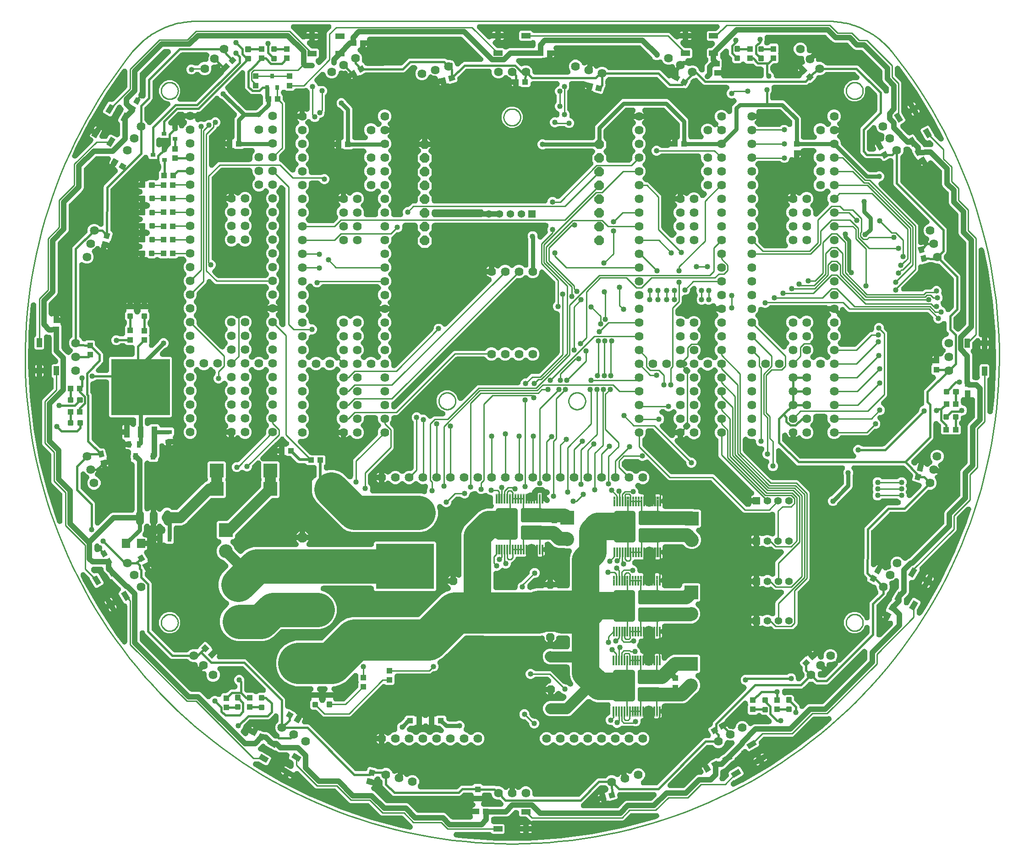
<source format=gtl>
G04 EAGLE Gerber X2 export*
G75*
%MOMM*%
%FSLAX34Y34*%
%LPD*%
%AMOC8*
5,1,8,0,0,1.08239X$1,22.5*%
G01*
%ADD10C,0.000000*%
%ADD11C,0.254000*%
%ADD12C,1.625600*%
%ADD13R,2.550000X2.550000*%
%ADD14C,2.550000*%
%ADD15R,1.100000X1.000000*%
%ADD16R,10.660000X8.380000*%
%ADD17R,2.032000X3.810000*%
%ADD18C,1.409600*%
%ADD19C,1.930400*%
%ADD20R,1.930400X1.930400*%
%ADD21R,2.552700X2.552700*%
%ADD22R,10.800000X10.410000*%
%ADD23R,1.066800X2.159000*%
%ADD24R,0.800000X1.200000*%
%ADD25R,1.600000X1.800000*%
%ADD26R,1.200000X0.800000*%
%ADD27R,0.910000X1.220000*%
%ADD28P,1.924489X8X112.500000*%
%ADD29C,0.300000*%
%ADD30R,1.000000X1.100000*%
%ADD31C,0.087500*%
%ADD32C,1.000000*%
%ADD33C,0.650000*%
%ADD34P,1.732040X8X202.500000*%
%ADD35C,1.600200*%
%ADD36P,1.732040X8X112.500000*%
%ADD37R,1.651000X1.000000*%
%ADD38R,1.000000X1.651000*%
%ADD39R,0.800000X0.900000*%
%ADD40R,1.409600X1.409600*%
%ADD41C,1.409600*%
%ADD42R,0.900000X0.800000*%
%ADD43C,1.016000*%
%ADD44C,0.508000*%
%ADD45C,6.350000*%
%ADD46C,2.032000*%
%ADD47C,1.016000*%
%ADD48C,0.406400*%
%ADD49C,0.762000*%
%ADD50C,5.080000*%
%ADD51C,2.540000*%
%ADD52C,7.620000*%
%ADD53C,0.254000*%

G36*
X1021901Y86535D02*
X1021901Y86535D01*
X1021974Y86533D01*
X1022219Y86555D01*
X1022464Y86571D01*
X1022535Y86584D01*
X1022608Y86591D01*
X1022848Y86644D01*
X1023089Y86690D01*
X1023159Y86713D01*
X1023230Y86728D01*
X1023461Y86811D01*
X1023696Y86887D01*
X1023762Y86918D01*
X1023830Y86942D01*
X1024049Y87053D01*
X1024272Y87158D01*
X1024334Y87197D01*
X1024399Y87230D01*
X1024602Y87367D01*
X1024810Y87499D01*
X1024867Y87545D01*
X1024927Y87586D01*
X1025101Y87739D01*
X1025302Y87904D01*
X1025359Y87965D01*
X1025419Y88018D01*
X1057022Y119621D01*
X1059263Y120549D01*
X1071052Y120549D01*
X1071124Y120554D01*
X1071197Y120551D01*
X1071442Y120574D01*
X1071688Y120589D01*
X1071759Y120603D01*
X1071832Y120609D01*
X1072072Y120662D01*
X1072313Y120708D01*
X1072383Y120731D01*
X1072454Y120747D01*
X1072685Y120829D01*
X1072919Y120905D01*
X1072986Y120936D01*
X1073054Y120961D01*
X1073273Y121071D01*
X1073496Y121176D01*
X1073558Y121215D01*
X1073623Y121248D01*
X1073826Y121385D01*
X1074034Y121517D01*
X1074090Y121564D01*
X1074151Y121604D01*
X1074325Y121757D01*
X1074525Y121923D01*
X1074583Y121984D01*
X1074643Y122037D01*
X1077269Y124662D01*
X1081750Y126519D01*
X1086601Y126519D01*
X1091082Y124662D01*
X1091154Y124590D01*
X1091389Y124383D01*
X1091627Y124173D01*
X1091630Y124171D01*
X1091632Y124169D01*
X1091885Y123997D01*
X1092153Y123814D01*
X1092156Y123813D01*
X1092159Y123811D01*
X1092438Y123668D01*
X1092720Y123524D01*
X1092723Y123523D01*
X1092727Y123521D01*
X1093010Y123419D01*
X1093319Y123307D01*
X1093323Y123306D01*
X1093326Y123305D01*
X1093624Y123238D01*
X1093941Y123167D01*
X1093944Y123166D01*
X1093948Y123166D01*
X1094257Y123136D01*
X1094575Y123105D01*
X1094578Y123106D01*
X1094582Y123105D01*
X1094891Y123115D01*
X1095212Y123124D01*
X1095215Y123125D01*
X1095219Y123125D01*
X1095531Y123174D01*
X1095841Y123222D01*
X1095845Y123223D01*
X1095848Y123224D01*
X1096162Y123314D01*
X1096453Y123398D01*
X1096457Y123400D01*
X1096460Y123401D01*
X1096757Y123529D01*
X1097039Y123650D01*
X1097042Y123651D01*
X1097045Y123653D01*
X1097313Y123811D01*
X1097588Y123972D01*
X1097591Y123975D01*
X1097594Y123976D01*
X1097843Y124168D01*
X1098093Y124361D01*
X1098095Y124364D01*
X1098098Y124366D01*
X1098314Y124581D01*
X1098545Y124810D01*
X1098547Y124813D01*
X1098550Y124816D01*
X1098743Y125064D01*
X1098937Y125313D01*
X1098939Y125315D01*
X1098941Y125318D01*
X1099267Y125866D01*
X1099269Y125871D01*
X1099272Y125876D01*
X1099585Y126492D01*
X1100572Y127850D01*
X1101374Y128652D01*
X1103804Y119586D01*
X1103902Y119293D01*
X1104000Y118998D01*
X1104004Y118990D01*
X1104007Y118982D01*
X1104142Y118703D01*
X1104275Y118423D01*
X1104280Y118416D01*
X1104284Y118408D01*
X1104455Y118144D01*
X1104620Y117888D01*
X1104626Y117881D01*
X1104631Y117874D01*
X1104833Y117634D01*
X1105030Y117399D01*
X1105036Y117393D01*
X1105042Y117387D01*
X1105270Y117177D01*
X1105497Y116966D01*
X1105504Y116961D01*
X1105510Y116955D01*
X1105766Y116774D01*
X1106015Y116595D01*
X1106022Y116591D01*
X1106029Y116586D01*
X1106303Y116439D01*
X1106575Y116291D01*
X1106583Y116288D01*
X1106591Y116284D01*
X1106878Y116173D01*
X1107169Y116060D01*
X1107177Y116058D01*
X1107185Y116055D01*
X1107485Y115981D01*
X1107787Y115906D01*
X1107795Y115905D01*
X1107804Y115902D01*
X1108111Y115867D01*
X1108419Y115829D01*
X1108428Y115829D01*
X1108437Y115828D01*
X1108747Y115831D01*
X1109056Y115833D01*
X1109065Y115834D01*
X1109074Y115834D01*
X1109705Y115920D01*
X1109706Y115920D01*
X1110056Y116013D01*
X1110321Y116083D01*
X1110322Y116084D01*
X1110606Y116199D01*
X1110912Y116323D01*
X1111186Y116477D01*
X1111467Y116635D01*
X1111468Y116635D01*
X1111744Y116839D01*
X1111980Y117013D01*
X1111980Y117014D01*
X1112298Y117317D01*
X1112441Y117453D01*
X1112441Y117454D01*
X1112703Y117775D01*
X1112843Y117947D01*
X1112843Y117948D01*
X1113028Y118245D01*
X1113180Y118488D01*
X1113180Y118489D01*
X1113293Y118733D01*
X1113447Y119067D01*
X1113550Y119392D01*
X1113639Y119674D01*
X1113639Y119675D01*
X1113709Y120058D01*
X1113754Y120301D01*
X1113775Y120674D01*
X1113789Y120937D01*
X1113789Y120938D01*
X1113766Y121271D01*
X1113745Y121572D01*
X1113745Y121573D01*
X1113621Y122198D01*
X1113618Y122206D01*
X1113616Y122215D01*
X1111179Y131311D01*
X1111208Y131306D01*
X1112805Y130787D01*
X1114301Y130025D01*
X1114318Y130013D01*
X1114416Y129951D01*
X1114508Y129881D01*
X1114684Y129780D01*
X1114855Y129672D01*
X1114960Y129622D01*
X1115061Y129565D01*
X1115248Y129487D01*
X1115432Y129400D01*
X1115542Y129364D01*
X1115649Y129320D01*
X1115845Y129266D01*
X1116038Y129203D01*
X1116152Y129181D01*
X1116263Y129151D01*
X1116464Y129122D01*
X1116664Y129083D01*
X1116779Y129076D01*
X1116894Y129059D01*
X1117097Y129056D01*
X1117299Y129043D01*
X1117415Y129050D01*
X1117531Y129048D01*
X1117733Y129070D01*
X1117935Y129082D01*
X1118049Y129104D01*
X1118164Y129116D01*
X1118362Y129163D01*
X1118561Y129201D01*
X1118671Y129237D01*
X1118784Y129264D01*
X1118975Y129335D01*
X1119167Y129397D01*
X1119272Y129447D01*
X1119381Y129487D01*
X1119561Y129582D01*
X1119744Y129668D01*
X1119842Y129730D01*
X1119945Y129784D01*
X1120111Y129900D01*
X1120283Y130009D01*
X1120372Y130082D01*
X1120467Y130149D01*
X1120618Y130285D01*
X1120774Y130414D01*
X1120854Y130498D01*
X1120940Y130576D01*
X1121072Y130730D01*
X1121211Y130878D01*
X1121279Y130971D01*
X1121355Y131059D01*
X1121467Y131229D01*
X1121587Y131392D01*
X1121643Y131494D01*
X1121707Y131591D01*
X1121793Y131766D01*
X1121895Y131950D01*
X1121942Y132069D01*
X1121996Y132178D01*
X1122908Y134381D01*
X1126338Y137810D01*
X1130819Y139667D01*
X1135670Y139667D01*
X1140151Y137810D01*
X1143581Y134381D01*
X1145437Y129899D01*
X1145437Y125049D01*
X1143581Y120567D01*
X1139865Y116852D01*
X1139846Y116839D01*
X1139635Y116659D01*
X1139420Y116482D01*
X1139393Y116452D01*
X1139362Y116426D01*
X1139174Y116220D01*
X1138984Y116018D01*
X1138960Y115985D01*
X1138933Y115955D01*
X1138773Y115727D01*
X1138609Y115502D01*
X1138589Y115467D01*
X1138566Y115434D01*
X1138436Y115188D01*
X1138301Y114945D01*
X1138286Y114907D01*
X1138267Y114871D01*
X1138169Y114611D01*
X1138066Y114352D01*
X1138056Y114313D01*
X1138041Y114275D01*
X1137976Y114005D01*
X1137906Y113736D01*
X1137901Y113695D01*
X1137892Y113656D01*
X1137861Y113380D01*
X1137826Y113104D01*
X1137825Y113063D01*
X1137821Y113023D01*
X1137825Y112745D01*
X1137824Y112466D01*
X1137829Y112426D01*
X1137830Y112386D01*
X1137869Y112110D01*
X1137903Y111834D01*
X1137913Y111795D01*
X1137919Y111755D01*
X1137992Y111486D01*
X1138060Y111217D01*
X1138075Y111179D01*
X1138086Y111140D01*
X1138192Y110883D01*
X1138293Y110624D01*
X1138313Y110588D01*
X1138328Y110551D01*
X1138466Y110309D01*
X1138599Y110065D01*
X1138623Y110032D01*
X1138643Y109997D01*
X1138809Y109774D01*
X1138972Y109548D01*
X1139000Y109519D01*
X1139024Y109486D01*
X1139217Y109286D01*
X1139407Y109083D01*
X1139438Y109057D01*
X1139467Y109028D01*
X1139684Y108853D01*
X1139897Y108675D01*
X1139931Y108654D01*
X1139963Y108628D01*
X1140200Y108482D01*
X1140434Y108332D01*
X1140471Y108315D01*
X1140505Y108294D01*
X1140758Y108178D01*
X1141010Y108059D01*
X1141048Y108047D01*
X1141085Y108030D01*
X1141351Y107947D01*
X1141615Y107860D01*
X1141655Y107853D01*
X1141694Y107841D01*
X1141967Y107792D01*
X1142240Y107739D01*
X1142280Y107736D01*
X1142321Y107729D01*
X1142643Y107713D01*
X1142894Y107697D01*
X1165701Y107697D01*
X1165774Y107701D01*
X1165847Y107699D01*
X1166092Y107721D01*
X1166337Y107737D01*
X1166409Y107750D01*
X1166481Y107757D01*
X1166722Y107810D01*
X1166963Y107856D01*
X1167032Y107879D01*
X1167104Y107894D01*
X1167335Y107977D01*
X1167569Y108053D01*
X1167635Y108084D01*
X1167704Y108108D01*
X1167923Y108219D01*
X1168146Y108324D01*
X1168207Y108363D01*
X1168272Y108396D01*
X1168476Y108533D01*
X1168684Y108665D01*
X1168740Y108711D01*
X1168800Y108752D01*
X1168974Y108905D01*
X1169175Y109070D01*
X1169232Y109131D01*
X1169293Y109184D01*
X1254151Y194043D01*
X1256392Y194971D01*
X1262274Y194971D01*
X1262483Y194984D01*
X1262693Y194988D01*
X1262801Y195004D01*
X1262910Y195011D01*
X1263116Y195050D01*
X1263323Y195081D01*
X1263429Y195110D01*
X1263536Y195130D01*
X1263735Y195195D01*
X1263937Y195251D01*
X1264038Y195293D01*
X1264142Y195327D01*
X1264332Y195416D01*
X1264525Y195497D01*
X1264620Y195552D01*
X1264719Y195598D01*
X1264896Y195710D01*
X1265077Y195815D01*
X1265164Y195880D01*
X1265257Y195939D01*
X1265418Y196072D01*
X1265586Y196199D01*
X1265664Y196275D01*
X1265748Y196345D01*
X1265892Y196497D01*
X1266042Y196644D01*
X1266110Y196729D01*
X1266185Y196809D01*
X1266308Y196978D01*
X1266438Y197142D01*
X1266495Y197235D01*
X1266560Y197324D01*
X1266661Y197507D01*
X1266770Y197686D01*
X1266815Y197786D01*
X1266867Y197882D01*
X1266945Y198077D01*
X1267030Y198268D01*
X1267062Y198372D01*
X1267103Y198474D01*
X1267155Y198677D01*
X1267216Y198877D01*
X1267235Y198985D01*
X1267262Y199091D01*
X1267289Y199298D01*
X1267324Y199505D01*
X1267329Y199614D01*
X1267343Y199723D01*
X1267343Y199932D01*
X1267353Y200142D01*
X1267344Y200251D01*
X1267344Y200360D01*
X1267318Y200567D01*
X1267301Y200777D01*
X1267279Y200883D01*
X1267265Y200992D01*
X1267214Y201195D01*
X1267171Y201400D01*
X1267135Y201504D01*
X1267108Y201610D01*
X1267032Y201804D01*
X1266963Y202003D01*
X1266916Y202099D01*
X1266875Y202203D01*
X1266765Y202403D01*
X1266673Y202590D01*
X1262621Y209608D01*
X1262410Y211211D01*
X1262829Y212773D01*
X1263813Y214056D01*
X1268274Y216632D01*
X1268358Y216687D01*
X1268446Y216735D01*
X1268623Y216864D01*
X1268805Y216984D01*
X1268881Y217050D01*
X1268962Y217109D01*
X1269122Y217258D01*
X1269288Y217401D01*
X1269355Y217475D01*
X1269428Y217544D01*
X1269568Y217712D01*
X1269714Y217874D01*
X1269771Y217956D01*
X1269836Y218033D01*
X1269953Y218217D01*
X1270078Y218397D01*
X1270125Y218486D01*
X1270178Y218570D01*
X1270272Y218768D01*
X1270374Y218961D01*
X1270409Y219055D01*
X1270452Y219146D01*
X1270520Y219354D01*
X1270596Y219558D01*
X1270619Y219656D01*
X1270650Y219751D01*
X1270692Y219965D01*
X1270742Y220179D01*
X1270753Y220278D01*
X1270772Y220377D01*
X1270785Y220585D01*
X1270809Y220812D01*
X1270807Y220924D01*
X1270814Y221031D01*
X1270814Y222463D01*
X1271742Y224704D01*
X1331881Y284843D01*
X1332010Y284990D01*
X1332147Y285130D01*
X1332221Y285229D01*
X1332303Y285321D01*
X1332413Y285483D01*
X1332531Y285639D01*
X1332592Y285746D01*
X1332661Y285848D01*
X1332750Y286022D01*
X1332847Y286192D01*
X1332894Y286306D01*
X1332950Y286415D01*
X1333017Y286600D01*
X1333092Y286780D01*
X1333125Y286899D01*
X1333166Y287015D01*
X1333209Y287206D01*
X1333261Y287395D01*
X1333279Y287516D01*
X1333306Y287636D01*
X1333324Y287832D01*
X1333352Y288025D01*
X1333355Y288148D01*
X1333366Y288271D01*
X1333360Y288466D01*
X1333364Y288662D01*
X1333351Y288785D01*
X1333347Y288908D01*
X1333316Y289101D01*
X1333295Y289296D01*
X1333267Y289415D01*
X1333248Y289537D01*
X1333193Y289725D01*
X1333148Y289916D01*
X1333105Y290031D01*
X1333071Y290149D01*
X1332993Y290329D01*
X1332925Y290512D01*
X1332867Y290621D01*
X1332819Y290734D01*
X1332719Y290903D01*
X1332628Y291076D01*
X1332558Y291177D01*
X1332495Y291283D01*
X1332375Y291438D01*
X1332263Y291598D01*
X1332181Y291690D01*
X1332105Y291787D01*
X1331967Y291926D01*
X1331836Y292071D01*
X1331742Y292151D01*
X1331656Y292238D01*
X1331501Y292358D01*
X1331353Y292486D01*
X1331250Y292554D01*
X1331153Y292630D01*
X1330985Y292730D01*
X1330821Y292838D01*
X1330713Y292891D01*
X1330605Y292955D01*
X1330410Y293040D01*
X1330233Y293127D01*
X1326288Y294762D01*
X1323715Y297334D01*
X1322323Y300695D01*
X1322323Y304333D01*
X1323715Y307694D01*
X1326288Y310267D01*
X1329649Y311659D01*
X1406602Y311659D01*
X1406675Y311663D01*
X1406748Y311661D01*
X1406993Y311683D01*
X1407238Y311699D01*
X1407310Y311712D01*
X1407382Y311719D01*
X1407623Y311772D01*
X1407864Y311818D01*
X1407933Y311841D01*
X1408005Y311856D01*
X1408236Y311939D01*
X1408470Y312015D01*
X1408536Y312046D01*
X1408605Y312070D01*
X1408824Y312181D01*
X1409047Y312286D01*
X1409108Y312325D01*
X1409173Y312358D01*
X1409377Y312495D01*
X1409585Y312627D01*
X1409641Y312673D01*
X1409702Y312714D01*
X1409875Y312867D01*
X1410076Y313032D01*
X1410133Y313093D01*
X1410194Y313146D01*
X1410362Y313315D01*
X1413723Y314707D01*
X1417361Y314707D01*
X1420722Y313315D01*
X1423295Y310742D01*
X1424687Y307381D01*
X1424687Y304851D01*
X1424702Y304615D01*
X1424709Y304378D01*
X1424722Y304297D01*
X1424727Y304215D01*
X1424771Y303983D01*
X1424808Y303749D01*
X1424831Y303670D01*
X1424846Y303589D01*
X1424919Y303365D01*
X1424985Y303137D01*
X1425017Y303061D01*
X1425043Y302983D01*
X1425143Y302769D01*
X1425237Y302552D01*
X1425279Y302481D01*
X1425314Y302407D01*
X1425440Y302207D01*
X1425561Y302003D01*
X1425611Y301938D01*
X1425655Y301869D01*
X1425805Y301686D01*
X1425950Y301499D01*
X1426008Y301441D01*
X1426060Y301377D01*
X1426233Y301215D01*
X1426400Y301047D01*
X1426465Y300997D01*
X1426524Y300941D01*
X1426716Y300801D01*
X1426903Y300656D01*
X1426973Y300614D01*
X1427039Y300566D01*
X1427247Y300451D01*
X1427450Y300330D01*
X1427526Y300298D01*
X1427597Y300258D01*
X1427817Y300171D01*
X1428035Y300076D01*
X1428113Y300053D01*
X1428190Y300023D01*
X1428419Y299964D01*
X1428646Y299897D01*
X1428727Y299884D01*
X1428806Y299863D01*
X1429041Y299833D01*
X1429275Y299796D01*
X1429357Y299793D01*
X1429438Y299782D01*
X1429675Y299782D01*
X1429912Y299774D01*
X1429993Y299782D01*
X1430076Y299781D01*
X1430311Y299811D01*
X1430546Y299832D01*
X1430626Y299850D01*
X1430708Y299860D01*
X1430938Y299918D01*
X1431168Y299969D01*
X1431246Y299997D01*
X1431325Y300017D01*
X1431546Y300104D01*
X1431769Y300183D01*
X1431842Y300220D01*
X1431918Y300250D01*
X1432127Y300364D01*
X1432337Y300471D01*
X1432405Y300517D01*
X1432477Y300556D01*
X1432669Y300695D01*
X1432865Y300827D01*
X1432926Y300880D01*
X1432994Y300929D01*
X1433184Y301107D01*
X1433358Y301260D01*
X1438769Y306671D01*
X1438817Y306726D01*
X1438871Y306776D01*
X1439028Y306965D01*
X1439190Y307149D01*
X1439231Y307209D01*
X1439278Y307265D01*
X1439411Y307473D01*
X1439549Y307676D01*
X1439582Y307741D01*
X1439621Y307802D01*
X1439726Y308024D01*
X1439838Y308243D01*
X1439863Y308312D01*
X1439894Y308378D01*
X1439971Y308612D01*
X1440054Y308843D01*
X1440070Y308914D01*
X1440093Y308983D01*
X1440140Y309225D01*
X1440194Y309465D01*
X1440201Y309537D01*
X1440215Y309609D01*
X1440229Y309840D01*
X1440254Y310099D01*
X1440252Y310182D01*
X1440257Y310263D01*
X1440257Y313196D01*
X1440252Y313269D01*
X1440255Y313342D01*
X1440232Y313586D01*
X1440217Y313832D01*
X1440203Y313904D01*
X1440196Y313976D01*
X1440144Y314217D01*
X1440098Y314458D01*
X1440075Y314527D01*
X1440059Y314599D01*
X1439977Y314830D01*
X1439901Y315064D01*
X1439870Y315130D01*
X1439845Y315199D01*
X1439735Y315418D01*
X1439630Y315641D01*
X1439591Y315702D01*
X1439558Y315767D01*
X1439421Y315971D01*
X1439289Y316179D01*
X1439242Y316235D01*
X1439202Y316296D01*
X1439049Y316469D01*
X1438883Y316670D01*
X1438822Y316727D01*
X1438769Y316788D01*
X1438146Y317411D01*
X1437686Y318523D01*
X1437686Y318524D01*
X1437218Y319652D01*
X1437219Y320856D01*
X1437219Y320857D01*
X1437219Y320858D01*
X1437219Y323015D01*
X1437219Y323017D01*
X1437219Y323020D01*
X1437219Y323076D01*
X1437219Y323086D01*
X1437220Y324817D01*
X1437215Y324891D01*
X1437218Y324965D01*
X1437196Y325209D01*
X1437180Y325453D01*
X1437166Y325525D01*
X1437160Y325599D01*
X1437107Y325838D01*
X1437061Y326079D01*
X1437038Y326149D01*
X1437023Y326221D01*
X1436940Y326452D01*
X1436865Y326685D01*
X1436833Y326752D01*
X1436809Y326821D01*
X1436698Y327040D01*
X1436594Y327262D01*
X1436554Y327324D01*
X1436521Y327390D01*
X1436384Y327593D01*
X1436253Y327800D01*
X1436206Y327857D01*
X1436165Y327918D01*
X1436012Y328092D01*
X1435847Y328291D01*
X1435786Y328349D01*
X1435732Y328410D01*
X1432449Y331694D01*
X1431830Y333188D01*
X1431830Y334805D01*
X1432449Y336299D01*
X1441371Y345220D01*
X1443203Y345979D01*
X1443303Y345998D01*
X1443372Y346021D01*
X1443443Y346036D01*
X1443675Y346119D01*
X1443909Y346195D01*
X1443975Y346226D01*
X1444043Y346250D01*
X1444263Y346361D01*
X1444485Y346466D01*
X1444547Y346505D01*
X1444612Y346538D01*
X1444816Y346675D01*
X1445023Y346807D01*
X1445080Y346853D01*
X1445140Y346894D01*
X1445314Y347047D01*
X1445515Y347213D01*
X1445572Y347273D01*
X1445632Y347327D01*
X1446417Y348111D01*
X1451748Y342779D01*
X1451865Y342676D01*
X1451974Y342567D01*
X1452103Y342466D01*
X1452226Y342358D01*
X1452354Y342271D01*
X1452477Y342175D01*
X1452618Y342092D01*
X1452753Y341999D01*
X1452891Y341929D01*
X1453024Y341850D01*
X1453175Y341784D01*
X1453321Y341710D01*
X1453466Y341657D01*
X1453609Y341595D01*
X1453766Y341549D01*
X1453920Y341494D01*
X1454071Y341460D01*
X1454220Y341416D01*
X1454382Y341390D01*
X1454542Y341354D01*
X1454696Y341340D01*
X1454849Y341315D01*
X1455013Y341309D01*
X1455176Y341294D01*
X1455177Y341294D01*
X1455331Y341299D01*
X1455486Y341293D01*
X1455487Y341293D01*
X1455650Y341308D01*
X1455814Y341313D01*
X1455967Y341337D01*
X1456121Y341352D01*
X1456281Y341387D01*
X1456443Y341412D01*
X1456592Y341455D01*
X1456743Y341489D01*
X1456897Y341544D01*
X1457055Y341589D01*
X1457198Y341651D01*
X1457343Y341703D01*
X1457490Y341777D01*
X1457640Y341842D01*
X1457774Y341920D01*
X1457912Y341990D01*
X1458048Y342082D01*
X1458189Y342165D01*
X1458312Y342260D01*
X1458440Y342346D01*
X1458560Y342452D01*
X1458693Y342555D01*
X1458813Y342674D01*
X1458932Y342779D01*
X1464618Y348464D01*
X1464738Y348344D01*
X1465017Y347927D01*
X1465208Y347465D01*
X1465306Y346974D01*
X1465306Y346474D01*
X1465297Y346429D01*
X1465295Y346413D01*
X1465291Y346398D01*
X1465252Y346092D01*
X1465212Y345798D01*
X1465212Y345782D01*
X1465210Y345766D01*
X1465209Y345461D01*
X1465207Y345161D01*
X1465209Y345145D01*
X1465209Y345128D01*
X1465246Y344825D01*
X1465281Y344528D01*
X1465285Y344512D01*
X1465287Y344496D01*
X1465363Y344200D01*
X1465435Y343909D01*
X1465440Y343894D01*
X1465444Y343879D01*
X1465555Y343598D01*
X1465664Y343315D01*
X1465672Y343301D01*
X1465678Y343286D01*
X1465824Y343018D01*
X1465966Y342754D01*
X1465976Y342741D01*
X1465983Y342727D01*
X1466161Y342481D01*
X1466336Y342235D01*
X1466347Y342223D01*
X1466357Y342210D01*
X1466563Y341989D01*
X1466768Y341767D01*
X1466780Y341757D01*
X1466791Y341745D01*
X1467024Y341551D01*
X1467255Y341356D01*
X1467269Y341348D01*
X1467281Y341337D01*
X1467536Y341174D01*
X1467790Y341010D01*
X1467805Y341003D01*
X1467818Y340994D01*
X1468092Y340864D01*
X1468364Y340733D01*
X1468379Y340728D01*
X1468394Y340721D01*
X1468681Y340627D01*
X1468968Y340531D01*
X1468984Y340527D01*
X1468999Y340522D01*
X1469296Y340465D01*
X1469593Y340405D01*
X1469609Y340404D01*
X1469625Y340401D01*
X1469861Y340386D01*
X1470228Y340359D01*
X1470254Y340360D01*
X1470278Y340359D01*
X1471099Y340359D01*
X1471253Y340368D01*
X1471408Y340368D01*
X1471571Y340388D01*
X1471734Y340399D01*
X1471886Y340428D01*
X1472040Y340447D01*
X1472199Y340487D01*
X1472360Y340518D01*
X1472508Y340566D01*
X1472658Y340604D01*
X1472810Y340664D01*
X1472966Y340715D01*
X1473106Y340780D01*
X1473251Y340837D01*
X1473395Y340916D01*
X1473543Y340986D01*
X1473674Y341068D01*
X1473810Y341143D01*
X1473943Y341239D01*
X1474081Y341327D01*
X1474201Y341425D01*
X1474326Y341516D01*
X1474446Y341628D01*
X1474572Y341732D01*
X1474679Y341845D01*
X1474792Y341951D01*
X1474897Y342077D01*
X1475009Y342196D01*
X1475100Y342322D01*
X1475199Y342441D01*
X1475287Y342579D01*
X1475384Y342711D01*
X1475459Y342847D01*
X1475542Y342978D01*
X1475612Y343126D01*
X1475692Y343269D01*
X1475749Y343413D01*
X1475815Y343553D01*
X1475866Y343709D01*
X1475927Y343862D01*
X1475966Y344012D01*
X1476014Y344159D01*
X1476045Y344320D01*
X1476086Y344478D01*
X1476106Y344632D01*
X1476136Y344784D01*
X1476146Y344943D01*
X1476167Y345110D01*
X1476168Y345279D01*
X1476178Y345438D01*
X1476178Y350076D01*
X1478034Y354557D01*
X1481464Y357987D01*
X1485945Y359843D01*
X1490796Y359843D01*
X1495277Y357987D01*
X1498707Y354557D01*
X1500563Y350076D01*
X1500563Y345225D01*
X1498754Y340858D01*
X1498664Y340595D01*
X1498570Y340334D01*
X1498561Y340294D01*
X1498548Y340255D01*
X1498491Y339983D01*
X1498431Y339712D01*
X1498427Y339671D01*
X1498418Y339631D01*
X1498397Y339354D01*
X1498370Y339078D01*
X1498371Y339037D01*
X1498368Y338996D01*
X1498381Y338718D01*
X1498390Y338441D01*
X1498396Y338401D01*
X1498398Y338360D01*
X1498446Y338086D01*
X1498489Y337812D01*
X1498500Y337772D01*
X1498507Y337732D01*
X1498588Y337467D01*
X1498602Y337418D01*
X1498572Y337427D01*
X1498307Y337510D01*
X1498266Y337517D01*
X1498227Y337528D01*
X1497952Y337573D01*
X1497679Y337621D01*
X1497639Y337623D01*
X1497598Y337630D01*
X1497320Y337639D01*
X1497043Y337653D01*
X1497002Y337650D01*
X1496961Y337651D01*
X1496685Y337626D01*
X1496408Y337605D01*
X1496368Y337597D01*
X1496327Y337593D01*
X1496056Y337533D01*
X1495783Y337478D01*
X1495745Y337465D01*
X1495705Y337456D01*
X1495402Y337348D01*
X1495163Y337267D01*
X1490796Y335458D01*
X1486158Y335458D01*
X1486003Y335448D01*
X1485848Y335448D01*
X1485686Y335428D01*
X1485522Y335418D01*
X1485370Y335389D01*
X1485216Y335370D01*
X1485057Y335329D01*
X1484896Y335299D01*
X1484749Y335251D01*
X1484599Y335213D01*
X1484446Y335153D01*
X1484290Y335102D01*
X1484150Y335036D01*
X1484006Y334979D01*
X1483862Y334901D01*
X1483714Y334831D01*
X1483583Y334748D01*
X1483447Y334674D01*
X1483314Y334578D01*
X1483175Y334490D01*
X1483056Y334391D01*
X1482930Y334300D01*
X1482811Y334189D01*
X1482684Y334084D01*
X1482578Y333971D01*
X1482465Y333866D01*
X1482360Y333739D01*
X1482248Y333620D01*
X1482156Y333495D01*
X1482057Y333376D01*
X1481969Y333238D01*
X1481873Y333105D01*
X1481798Y332969D01*
X1481714Y332839D01*
X1481644Y332691D01*
X1481565Y332547D01*
X1481508Y332403D01*
X1481441Y332263D01*
X1481390Y332107D01*
X1481330Y331955D01*
X1481291Y331805D01*
X1481242Y331658D01*
X1481211Y331497D01*
X1481170Y331338D01*
X1481151Y331184D01*
X1481121Y331032D01*
X1481111Y330873D01*
X1481089Y330706D01*
X1481089Y330537D01*
X1481079Y330379D01*
X1481079Y328850D01*
X1480816Y327192D01*
X1480638Y326645D01*
X1474002Y333281D01*
X1473886Y333384D01*
X1473776Y333494D01*
X1473647Y333594D01*
X1473524Y333703D01*
X1473396Y333790D01*
X1473274Y333885D01*
X1473133Y333969D01*
X1472997Y334061D01*
X1472859Y334131D01*
X1472726Y334211D01*
X1472576Y334276D01*
X1472430Y334351D01*
X1472284Y334403D01*
X1472142Y334465D01*
X1471984Y334511D01*
X1471830Y334567D01*
X1471679Y334600D01*
X1471530Y334644D01*
X1471369Y334670D01*
X1471208Y334706D01*
X1471054Y334721D01*
X1470901Y334745D01*
X1470737Y334751D01*
X1470574Y334766D01*
X1470419Y334762D01*
X1470265Y334767D01*
X1470101Y334752D01*
X1469937Y334747D01*
X1469784Y334723D01*
X1469630Y334709D01*
X1469470Y334674D01*
X1469308Y334648D01*
X1469159Y334605D01*
X1469008Y334572D01*
X1468854Y334517D01*
X1468696Y334471D01*
X1468553Y334410D01*
X1468408Y334358D01*
X1468262Y334284D01*
X1468111Y334219D01*
X1467977Y334140D01*
X1467839Y334070D01*
X1467703Y333979D01*
X1467562Y333895D01*
X1467439Y333800D01*
X1467311Y333714D01*
X1467191Y333609D01*
X1467058Y333506D01*
X1467021Y333469D01*
X1466938Y333386D01*
X1466819Y333281D01*
X1466716Y333165D01*
X1466606Y333056D01*
X1466505Y332926D01*
X1466397Y332803D01*
X1466310Y332675D01*
X1466215Y332553D01*
X1466131Y332412D01*
X1466039Y332276D01*
X1465968Y332138D01*
X1465889Y332005D01*
X1465824Y331855D01*
X1465749Y331709D01*
X1465697Y331563D01*
X1465635Y331421D01*
X1465589Y331264D01*
X1465533Y331109D01*
X1465499Y330958D01*
X1465456Y330810D01*
X1465430Y330648D01*
X1465394Y330488D01*
X1465379Y330334D01*
X1465355Y330181D01*
X1465349Y330017D01*
X1465334Y329854D01*
X1465338Y329699D01*
X1465333Y329544D01*
X1465348Y329381D01*
X1465353Y329217D01*
X1465377Y329064D01*
X1465391Y328909D01*
X1465426Y328749D01*
X1465452Y328587D01*
X1465495Y328438D01*
X1465528Y328287D01*
X1465583Y328133D01*
X1465629Y327975D01*
X1465690Y327833D01*
X1465742Y327687D01*
X1465816Y327541D01*
X1465881Y327390D01*
X1465960Y327256D01*
X1466030Y327118D01*
X1466121Y326983D01*
X1466205Y326841D01*
X1466300Y326719D01*
X1466386Y326590D01*
X1466491Y326471D01*
X1466594Y326337D01*
X1466713Y326218D01*
X1466819Y326098D01*
X1473455Y319462D01*
X1472908Y319284D01*
X1471250Y319021D01*
X1469721Y319021D01*
X1469567Y319012D01*
X1469412Y319012D01*
X1469249Y318992D01*
X1469086Y318981D01*
X1468934Y318952D01*
X1468780Y318933D01*
X1468621Y318893D01*
X1468460Y318862D01*
X1468312Y318814D01*
X1468162Y318776D01*
X1468010Y318716D01*
X1467854Y318665D01*
X1467714Y318600D01*
X1467569Y318543D01*
X1467425Y318464D01*
X1467277Y318394D01*
X1467146Y318312D01*
X1467010Y318237D01*
X1466877Y318141D01*
X1466739Y318053D01*
X1466619Y317955D01*
X1466494Y317864D01*
X1466374Y317752D01*
X1466248Y317648D01*
X1466142Y317535D01*
X1466028Y317429D01*
X1465923Y317303D01*
X1465811Y317184D01*
X1465720Y317058D01*
X1465621Y316939D01*
X1465533Y316801D01*
X1465436Y316669D01*
X1465361Y316533D01*
X1465278Y316402D01*
X1465208Y316254D01*
X1465128Y316111D01*
X1465071Y315967D01*
X1465005Y315827D01*
X1464954Y315671D01*
X1464893Y315518D01*
X1464854Y315368D01*
X1464806Y315221D01*
X1464775Y315060D01*
X1464734Y314902D01*
X1464714Y314748D01*
X1464684Y314596D01*
X1464674Y314437D01*
X1464653Y314270D01*
X1464652Y314101D01*
X1464642Y313942D01*
X1464642Y311912D01*
X1464652Y311757D01*
X1464652Y311602D01*
X1464672Y311440D01*
X1464682Y311276D01*
X1464711Y311124D01*
X1464730Y310970D01*
X1464771Y310811D01*
X1464801Y310650D01*
X1464849Y310503D01*
X1464887Y310353D01*
X1464948Y310200D01*
X1464998Y310044D01*
X1465064Y309904D01*
X1465121Y309760D01*
X1465199Y309616D01*
X1465269Y309468D01*
X1465352Y309337D01*
X1465426Y309201D01*
X1465522Y309068D01*
X1465610Y308929D01*
X1465709Y308810D01*
X1465800Y308684D01*
X1465912Y308565D01*
X1466016Y308438D01*
X1466129Y308332D01*
X1466234Y308219D01*
X1466361Y308114D01*
X1466480Y308002D01*
X1466605Y307910D01*
X1466724Y307811D01*
X1466862Y307723D01*
X1466995Y307627D01*
X1467131Y307552D01*
X1467261Y307468D01*
X1467409Y307398D01*
X1467553Y307319D01*
X1467697Y307262D01*
X1467837Y307195D01*
X1467993Y307144D01*
X1468145Y307084D01*
X1468295Y307045D01*
X1468442Y306996D01*
X1468603Y306965D01*
X1468762Y306924D01*
X1468916Y306905D01*
X1469068Y306875D01*
X1469227Y306865D01*
X1469394Y306843D01*
X1469563Y306843D01*
X1469721Y306833D01*
X1476445Y306833D01*
X1476518Y306837D01*
X1476591Y306835D01*
X1476836Y306857D01*
X1477081Y306873D01*
X1477152Y306886D01*
X1477225Y306893D01*
X1477465Y306946D01*
X1477706Y306992D01*
X1477776Y307015D01*
X1477847Y307030D01*
X1478078Y307113D01*
X1478313Y307189D01*
X1478379Y307220D01*
X1478447Y307244D01*
X1478666Y307355D01*
X1478889Y307460D01*
X1478951Y307499D01*
X1479016Y307532D01*
X1479219Y307669D01*
X1479427Y307801D01*
X1479484Y307847D01*
X1479544Y307888D01*
X1479718Y308041D01*
X1479919Y308206D01*
X1479976Y308267D01*
X1480036Y308320D01*
X1500699Y328983D01*
X1500882Y329190D01*
X1501069Y329396D01*
X1501093Y329430D01*
X1501120Y329461D01*
X1501276Y329690D01*
X1501436Y329917D01*
X1501455Y329953D01*
X1501478Y329987D01*
X1501604Y330234D01*
X1501734Y330480D01*
X1501749Y330519D01*
X1501768Y330555D01*
X1501861Y330815D01*
X1501960Y331076D01*
X1501970Y331116D01*
X1501984Y331154D01*
X1502044Y331425D01*
X1502110Y331695D01*
X1502114Y331736D01*
X1502123Y331776D01*
X1502149Y332052D01*
X1502180Y332328D01*
X1502180Y332370D01*
X1502184Y332410D01*
X1502175Y332687D01*
X1502171Y332965D01*
X1502165Y333006D01*
X1502164Y333047D01*
X1502121Y333322D01*
X1502082Y333596D01*
X1502072Y333636D01*
X1502065Y333677D01*
X1501988Y333944D01*
X1501954Y334067D01*
X1502061Y334038D01*
X1502327Y333960D01*
X1502367Y333953D01*
X1502407Y333942D01*
X1502682Y333903D01*
X1502956Y333859D01*
X1502997Y333857D01*
X1503037Y333851D01*
X1503315Y333846D01*
X1503593Y333837D01*
X1503633Y333841D01*
X1503675Y333840D01*
X1503951Y333870D01*
X1504227Y333895D01*
X1504267Y333904D01*
X1504308Y333908D01*
X1504578Y333973D01*
X1504849Y334032D01*
X1504888Y334046D01*
X1504928Y334056D01*
X1505189Y334153D01*
X1505449Y334246D01*
X1505486Y334265D01*
X1505524Y334279D01*
X1505771Y334409D01*
X1506018Y334534D01*
X1506052Y334557D01*
X1506088Y334576D01*
X1506317Y334735D01*
X1506546Y334890D01*
X1506576Y334917D01*
X1506611Y334941D01*
X1506851Y335158D01*
X1507038Y335322D01*
X1559342Y387626D01*
X1559390Y387680D01*
X1559443Y387730D01*
X1559601Y387919D01*
X1559763Y388104D01*
X1559804Y388164D01*
X1559851Y388220D01*
X1559983Y388427D01*
X1560121Y388630D01*
X1560154Y388695D01*
X1560194Y388757D01*
X1560299Y388979D01*
X1560411Y389198D01*
X1560435Y389267D01*
X1560467Y389333D01*
X1560543Y389566D01*
X1560627Y389797D01*
X1560643Y389869D01*
X1560666Y389938D01*
X1560712Y390179D01*
X1560766Y390419D01*
X1560773Y390492D01*
X1560787Y390563D01*
X1560802Y390795D01*
X1560827Y391053D01*
X1560824Y391137D01*
X1560829Y391217D01*
X1560829Y399424D01*
X1560812Y399699D01*
X1560799Y399978D01*
X1560792Y400019D01*
X1560789Y400059D01*
X1560737Y400331D01*
X1560690Y400606D01*
X1560678Y400645D01*
X1560670Y400685D01*
X1560584Y400950D01*
X1560503Y401215D01*
X1560486Y401252D01*
X1560473Y401291D01*
X1560355Y401543D01*
X1560241Y401796D01*
X1560220Y401831D01*
X1560202Y401868D01*
X1560054Y402103D01*
X1559909Y402339D01*
X1559883Y402372D01*
X1559861Y402406D01*
X1559685Y402620D01*
X1559511Y402837D01*
X1559482Y402866D01*
X1559456Y402897D01*
X1559253Y403088D01*
X1559054Y403281D01*
X1559022Y403306D01*
X1558992Y403334D01*
X1558767Y403498D01*
X1558545Y403664D01*
X1558510Y403685D01*
X1558477Y403709D01*
X1558233Y403843D01*
X1557992Y403981D01*
X1557955Y403997D01*
X1557919Y404017D01*
X1557660Y404119D01*
X1557404Y404226D01*
X1557365Y404237D01*
X1557326Y404252D01*
X1557058Y404321D01*
X1556790Y404395D01*
X1556749Y404401D01*
X1556710Y404411D01*
X1556433Y404447D01*
X1556159Y404486D01*
X1556119Y404487D01*
X1556078Y404492D01*
X1555800Y404493D01*
X1555522Y404498D01*
X1555481Y404493D01*
X1555440Y404493D01*
X1555165Y404459D01*
X1554889Y404429D01*
X1554849Y404420D01*
X1554808Y404415D01*
X1554539Y404346D01*
X1554269Y404282D01*
X1554230Y404268D01*
X1554191Y404258D01*
X1553932Y404156D01*
X1553672Y404058D01*
X1553636Y404039D01*
X1553598Y404024D01*
X1553353Y403891D01*
X1553108Y403762D01*
X1553075Y403738D01*
X1553039Y403719D01*
X1552814Y403556D01*
X1552586Y403397D01*
X1552556Y403370D01*
X1552522Y403346D01*
X1552319Y403156D01*
X1552114Y402970D01*
X1552087Y402939D01*
X1552057Y402911D01*
X1551879Y402697D01*
X1551698Y402487D01*
X1551676Y402452D01*
X1551649Y402421D01*
X1551500Y402187D01*
X1551347Y401955D01*
X1551329Y401919D01*
X1551306Y401884D01*
X1551167Y401591D01*
X1551057Y401367D01*
X1549446Y397477D01*
X1543943Y391974D01*
X1536752Y388995D01*
X1528968Y388995D01*
X1521777Y391974D01*
X1516274Y397477D01*
X1513295Y404668D01*
X1513295Y412452D01*
X1516274Y419643D01*
X1521777Y425146D01*
X1528968Y428125D01*
X1536752Y428125D01*
X1543943Y425146D01*
X1549446Y419643D01*
X1551057Y415753D01*
X1551179Y415503D01*
X1551298Y415252D01*
X1551320Y415217D01*
X1551338Y415181D01*
X1551490Y414948D01*
X1551639Y414714D01*
X1551665Y414682D01*
X1551687Y414648D01*
X1551867Y414437D01*
X1552044Y414223D01*
X1552074Y414194D01*
X1552101Y414163D01*
X1552306Y413977D01*
X1552508Y413786D01*
X1552542Y413762D01*
X1552572Y413734D01*
X1552799Y413574D01*
X1553024Y413411D01*
X1553059Y413391D01*
X1553093Y413368D01*
X1553338Y413237D01*
X1553581Y413103D01*
X1553620Y413088D01*
X1553656Y413069D01*
X1553915Y412971D01*
X1554174Y412868D01*
X1554213Y412858D01*
X1554252Y412843D01*
X1554522Y412778D01*
X1554790Y412709D01*
X1554831Y412703D01*
X1554871Y412694D01*
X1555147Y412663D01*
X1555422Y412628D01*
X1555463Y412628D01*
X1555504Y412623D01*
X1555782Y412627D01*
X1556060Y412627D01*
X1556100Y412632D01*
X1556141Y412632D01*
X1556416Y412671D01*
X1556692Y412705D01*
X1556732Y412715D01*
X1556772Y412721D01*
X1557040Y412794D01*
X1557309Y412862D01*
X1557347Y412877D01*
X1557387Y412888D01*
X1557643Y412994D01*
X1557902Y413096D01*
X1557938Y413115D01*
X1557976Y413131D01*
X1558217Y413268D01*
X1558461Y413401D01*
X1558495Y413425D01*
X1558530Y413446D01*
X1558752Y413611D01*
X1558978Y413774D01*
X1559008Y413803D01*
X1559040Y413827D01*
X1559240Y414019D01*
X1559443Y414209D01*
X1559470Y414241D01*
X1559499Y414269D01*
X1559673Y414485D01*
X1559851Y414699D01*
X1559873Y414734D01*
X1559898Y414766D01*
X1560044Y415002D01*
X1560194Y415236D01*
X1560211Y415273D01*
X1560233Y415308D01*
X1560348Y415561D01*
X1560467Y415812D01*
X1560480Y415851D01*
X1560496Y415888D01*
X1560579Y416153D01*
X1560666Y416417D01*
X1560673Y416457D01*
X1560686Y416497D01*
X1560734Y416770D01*
X1560787Y417043D01*
X1560790Y417083D01*
X1560797Y417124D01*
X1560813Y417445D01*
X1560829Y417696D01*
X1560829Y444443D01*
X1561757Y446684D01*
X1564187Y449113D01*
X1575600Y460526D01*
X1575703Y460643D01*
X1575813Y460752D01*
X1575913Y460881D01*
X1576022Y461004D01*
X1576109Y461132D01*
X1576204Y461255D01*
X1576288Y461396D01*
X1576380Y461531D01*
X1576450Y461669D01*
X1576529Y461802D01*
X1576595Y461952D01*
X1576669Y462099D01*
X1576722Y462245D01*
X1576784Y462387D01*
X1576830Y462544D01*
X1576885Y462698D01*
X1576919Y462849D01*
X1576963Y462998D01*
X1576989Y463160D01*
X1577025Y463320D01*
X1577040Y463474D01*
X1577064Y463627D01*
X1577070Y463791D01*
X1577085Y463954D01*
X1577081Y464109D01*
X1577086Y464264D01*
X1577071Y464427D01*
X1577066Y464591D01*
X1577042Y464744D01*
X1577028Y464898D01*
X1576992Y465058D01*
X1576967Y465220D01*
X1576924Y465369D01*
X1576890Y465521D01*
X1576836Y465675D01*
X1576790Y465832D01*
X1576729Y465975D01*
X1576677Y466121D01*
X1576603Y466267D01*
X1576538Y466417D01*
X1576459Y466551D01*
X1576389Y466689D01*
X1576298Y466825D01*
X1576214Y466966D01*
X1576119Y467089D01*
X1576033Y467217D01*
X1575928Y467337D01*
X1575824Y467470D01*
X1575706Y467590D01*
X1575648Y467655D01*
X1573787Y472148D01*
X1573787Y473532D01*
X1573778Y473673D01*
X1573779Y473814D01*
X1573758Y473991D01*
X1573747Y474168D01*
X1573721Y474306D01*
X1573704Y474447D01*
X1573661Y474619D01*
X1573628Y474794D01*
X1573584Y474928D01*
X1573550Y475065D01*
X1573486Y475231D01*
X1573431Y475400D01*
X1573371Y475528D01*
X1573320Y475659D01*
X1573236Y475815D01*
X1573160Y475976D01*
X1573085Y476095D01*
X1573018Y476220D01*
X1572914Y476365D01*
X1572819Y476514D01*
X1572729Y476623D01*
X1572647Y476738D01*
X1572527Y476869D01*
X1572414Y477006D01*
X1572311Y477102D01*
X1572215Y477206D01*
X1572079Y477321D01*
X1571950Y477442D01*
X1571835Y477525D01*
X1571727Y477616D01*
X1571578Y477713D01*
X1571435Y477817D01*
X1571311Y477885D01*
X1571192Y477962D01*
X1571032Y478039D01*
X1570877Y478125D01*
X1570745Y478177D01*
X1570618Y478238D01*
X1570450Y478295D01*
X1570284Y478360D01*
X1570148Y478396D01*
X1570014Y478440D01*
X1569845Y478474D01*
X1569668Y478520D01*
X1569515Y478539D01*
X1569371Y478568D01*
X1567748Y478781D01*
X1557687Y484590D01*
X1556703Y485873D01*
X1556284Y487435D01*
X1556493Y489017D01*
X1556504Y489187D01*
X1556526Y489356D01*
X1556526Y489504D01*
X1556536Y489653D01*
X1556526Y489823D01*
X1556527Y489993D01*
X1556508Y490140D01*
X1556500Y490289D01*
X1556469Y490456D01*
X1556448Y490625D01*
X1556411Y490769D01*
X1556384Y490916D01*
X1556332Y491078D01*
X1556290Y491242D01*
X1556236Y491381D01*
X1556190Y491523D01*
X1556119Y491677D01*
X1556057Y491835D01*
X1555985Y491966D01*
X1555922Y492101D01*
X1555832Y492245D01*
X1555751Y492394D01*
X1555663Y492515D01*
X1555584Y492641D01*
X1555477Y492772D01*
X1555377Y492910D01*
X1555278Y493016D01*
X1555181Y493134D01*
X1555047Y493261D01*
X1554929Y493388D01*
X1554057Y494204D01*
X1553862Y494365D01*
X1553673Y494530D01*
X1553618Y494567D01*
X1553566Y494609D01*
X1553500Y494651D01*
X1552582Y495580D01*
X1552507Y495647D01*
X1552440Y495718D01*
X1551623Y496483D01*
X1551201Y497519D01*
X1551158Y497610D01*
X1551123Y497700D01*
X1550661Y498720D01*
X1550668Y499839D01*
X1550662Y499940D01*
X1550665Y500036D01*
X1550623Y501338D01*
X1550635Y501401D01*
X1550640Y501466D01*
X1550651Y501533D01*
X1550664Y501812D01*
X1550681Y502055D01*
X1550974Y550697D01*
X1550973Y550712D01*
X1550974Y550727D01*
X1550974Y582161D01*
X1551902Y584402D01*
X1592251Y624751D01*
X1594491Y625679D01*
X1613554Y625679D01*
X1613831Y625696D01*
X1614109Y625709D01*
X1614149Y625716D01*
X1614190Y625719D01*
X1614462Y625771D01*
X1614736Y625818D01*
X1614776Y625830D01*
X1614816Y625838D01*
X1615080Y625924D01*
X1615345Y626005D01*
X1615383Y626022D01*
X1615422Y626035D01*
X1615673Y626153D01*
X1615926Y626267D01*
X1615961Y626288D01*
X1615998Y626306D01*
X1616234Y626455D01*
X1616470Y626599D01*
X1616502Y626625D01*
X1616537Y626647D01*
X1616752Y626824D01*
X1616968Y626997D01*
X1616996Y627026D01*
X1617028Y627053D01*
X1617218Y627255D01*
X1617412Y627454D01*
X1617436Y627487D01*
X1617464Y627517D01*
X1617628Y627741D01*
X1617795Y627963D01*
X1617815Y627998D01*
X1617839Y628032D01*
X1617974Y628275D01*
X1618112Y628516D01*
X1618127Y628554D01*
X1618147Y628590D01*
X1618249Y628847D01*
X1618356Y629104D01*
X1618367Y629144D01*
X1618382Y629182D01*
X1618452Y629450D01*
X1618526Y629718D01*
X1618532Y629759D01*
X1618542Y629799D01*
X1618577Y630075D01*
X1618617Y630349D01*
X1618617Y630390D01*
X1618623Y630431D01*
X1618623Y630709D01*
X1618628Y630986D01*
X1618624Y631027D01*
X1618624Y631068D01*
X1618590Y631343D01*
X1618560Y631619D01*
X1618550Y631659D01*
X1618545Y631700D01*
X1618477Y631969D01*
X1618413Y632239D01*
X1618398Y632278D01*
X1618388Y632317D01*
X1618287Y632575D01*
X1618189Y632836D01*
X1618170Y632872D01*
X1618155Y632910D01*
X1618021Y633155D01*
X1617892Y633400D01*
X1617869Y633433D01*
X1617849Y633469D01*
X1617686Y633695D01*
X1617527Y633922D01*
X1617500Y633952D01*
X1617476Y633986D01*
X1617287Y634188D01*
X1617100Y634395D01*
X1617069Y634421D01*
X1617041Y634451D01*
X1616828Y634628D01*
X1616617Y634810D01*
X1616583Y634833D01*
X1616551Y634859D01*
X1616318Y635008D01*
X1616086Y635162D01*
X1616049Y635179D01*
X1616014Y635202D01*
X1615722Y635341D01*
X1615498Y635451D01*
X1614582Y635830D01*
X1613652Y636760D01*
X1613597Y636808D01*
X1613547Y636862D01*
X1613358Y637019D01*
X1613174Y637182D01*
X1613114Y637223D01*
X1613058Y637269D01*
X1612850Y637402D01*
X1612647Y637540D01*
X1612582Y637573D01*
X1612521Y637612D01*
X1612299Y637718D01*
X1612080Y637829D01*
X1612011Y637854D01*
X1611945Y637885D01*
X1611711Y637962D01*
X1611480Y638045D01*
X1611409Y638061D01*
X1611340Y638084D01*
X1611098Y638131D01*
X1610858Y638185D01*
X1610786Y638192D01*
X1610714Y638206D01*
X1610483Y638221D01*
X1610224Y638245D01*
X1610141Y638243D01*
X1610060Y638248D01*
X1585268Y638248D01*
X1585195Y638243D01*
X1585122Y638246D01*
X1584877Y638223D01*
X1584632Y638208D01*
X1584560Y638194D01*
X1584487Y638188D01*
X1584247Y638135D01*
X1584006Y638089D01*
X1583936Y638066D01*
X1583865Y638050D01*
X1583634Y637968D01*
X1583400Y637892D01*
X1583334Y637861D01*
X1583265Y637836D01*
X1583046Y637726D01*
X1582823Y637621D01*
X1582762Y637582D01*
X1582697Y637549D01*
X1582493Y637412D01*
X1582285Y637280D01*
X1582229Y637233D01*
X1582168Y637193D01*
X1581995Y637040D01*
X1581794Y636874D01*
X1581737Y636813D01*
X1581676Y636760D01*
X1580746Y635830D01*
X1577385Y634438D01*
X1573747Y634438D01*
X1570386Y635830D01*
X1567813Y638403D01*
X1566421Y641764D01*
X1566421Y645402D01*
X1567388Y647735D01*
X1567411Y647804D01*
X1567442Y647870D01*
X1567515Y648106D01*
X1567594Y648338D01*
X1567609Y648409D01*
X1567631Y648479D01*
X1567674Y648721D01*
X1567723Y648962D01*
X1567729Y649034D01*
X1567742Y649106D01*
X1567754Y649351D01*
X1567774Y649597D01*
X1567770Y649670D01*
X1567774Y649743D01*
X1567755Y649987D01*
X1567744Y650233D01*
X1567731Y650305D01*
X1567726Y650378D01*
X1567677Y650619D01*
X1567635Y650861D01*
X1567613Y650931D01*
X1567599Y651002D01*
X1567524Y651221D01*
X1567448Y651470D01*
X1567414Y651546D01*
X1567388Y651622D01*
X1566421Y653956D01*
X1566421Y657594D01*
X1567388Y659927D01*
X1567411Y659996D01*
X1567442Y660062D01*
X1567514Y660297D01*
X1567594Y660530D01*
X1567609Y660601D01*
X1567631Y660671D01*
X1567673Y660912D01*
X1567723Y661153D01*
X1567729Y661226D01*
X1567742Y661298D01*
X1567754Y661543D01*
X1567774Y661789D01*
X1567770Y661862D01*
X1567774Y661934D01*
X1567755Y662179D01*
X1567744Y662425D01*
X1567731Y662497D01*
X1567726Y662570D01*
X1567677Y662811D01*
X1567635Y663053D01*
X1567613Y663122D01*
X1567599Y663194D01*
X1567524Y663413D01*
X1567448Y663662D01*
X1567414Y663738D01*
X1567388Y663814D01*
X1566421Y666148D01*
X1566421Y669786D01*
X1567813Y673147D01*
X1570386Y675719D01*
X1573747Y677111D01*
X1577385Y677111D01*
X1580746Y675719D01*
X1581676Y674789D01*
X1581731Y674741D01*
X1581781Y674687D01*
X1581970Y674530D01*
X1582154Y674368D01*
X1582214Y674327D01*
X1582270Y674280D01*
X1582478Y674148D01*
X1582681Y674009D01*
X1582746Y673976D01*
X1582807Y673937D01*
X1583029Y673832D01*
X1583248Y673720D01*
X1583317Y673695D01*
X1583383Y673664D01*
X1583617Y673587D01*
X1583848Y673504D01*
X1583919Y673488D01*
X1583988Y673465D01*
X1584230Y673418D01*
X1584470Y673364D01*
X1584542Y673358D01*
X1584614Y673344D01*
X1584845Y673329D01*
X1585104Y673304D01*
X1585187Y673307D01*
X1585268Y673301D01*
X1610060Y673301D01*
X1610133Y673306D01*
X1610206Y673303D01*
X1610451Y673326D01*
X1610696Y673341D01*
X1610768Y673355D01*
X1610841Y673362D01*
X1611081Y673415D01*
X1611322Y673461D01*
X1611392Y673483D01*
X1611463Y673499D01*
X1611694Y673581D01*
X1611928Y673657D01*
X1611994Y673688D01*
X1612063Y673713D01*
X1612282Y673824D01*
X1612505Y673928D01*
X1612566Y673967D01*
X1612631Y674000D01*
X1612835Y674138D01*
X1613043Y674269D01*
X1613099Y674316D01*
X1613160Y674357D01*
X1613333Y674509D01*
X1613534Y674675D01*
X1613591Y674736D01*
X1613652Y674789D01*
X1614582Y675719D01*
X1617943Y677111D01*
X1621581Y677111D01*
X1624942Y675719D01*
X1627515Y673147D01*
X1628907Y669786D01*
X1628907Y666148D01*
X1627940Y663814D01*
X1627917Y663745D01*
X1627886Y663679D01*
X1627813Y663444D01*
X1627734Y663212D01*
X1627719Y663140D01*
X1627697Y663070D01*
X1627654Y662828D01*
X1627605Y662588D01*
X1627599Y662515D01*
X1627586Y662443D01*
X1627574Y662198D01*
X1627554Y661953D01*
X1627558Y661880D01*
X1627554Y661807D01*
X1627573Y661562D01*
X1627584Y661316D01*
X1627597Y661244D01*
X1627602Y661171D01*
X1627651Y660930D01*
X1627693Y660688D01*
X1627715Y660619D01*
X1627729Y660547D01*
X1627804Y660328D01*
X1627880Y660079D01*
X1627914Y660003D01*
X1627940Y659927D01*
X1628907Y657594D01*
X1628907Y653956D01*
X1627940Y651622D01*
X1627917Y651553D01*
X1627886Y651487D01*
X1627814Y651253D01*
X1627734Y651020D01*
X1627719Y650948D01*
X1627697Y650878D01*
X1627655Y650637D01*
X1627605Y650396D01*
X1627599Y650323D01*
X1627586Y650251D01*
X1627574Y650006D01*
X1627554Y649761D01*
X1627558Y649688D01*
X1627554Y649615D01*
X1627573Y649370D01*
X1627584Y649124D01*
X1627597Y649052D01*
X1627602Y648979D01*
X1627651Y648738D01*
X1627693Y648496D01*
X1627715Y648427D01*
X1627729Y648355D01*
X1627804Y648136D01*
X1627880Y647887D01*
X1627914Y647811D01*
X1627940Y647735D01*
X1628907Y645402D01*
X1628907Y644021D01*
X1628922Y643784D01*
X1628929Y643548D01*
X1628942Y643467D01*
X1628947Y643385D01*
X1628991Y643153D01*
X1629028Y642918D01*
X1629051Y642839D01*
X1629066Y642759D01*
X1629139Y642534D01*
X1629205Y642306D01*
X1629237Y642231D01*
X1629263Y642153D01*
X1629363Y641939D01*
X1629457Y641721D01*
X1629499Y641651D01*
X1629534Y641576D01*
X1629660Y641377D01*
X1629781Y641172D01*
X1629831Y641107D01*
X1629875Y641038D01*
X1630025Y640856D01*
X1630170Y640668D01*
X1630228Y640610D01*
X1630280Y640547D01*
X1630453Y640385D01*
X1630620Y640217D01*
X1630685Y640167D01*
X1630745Y640110D01*
X1630936Y639971D01*
X1631123Y639825D01*
X1631193Y639784D01*
X1631260Y639735D01*
X1631467Y639621D01*
X1631670Y639500D01*
X1631746Y639467D01*
X1631818Y639428D01*
X1632037Y639340D01*
X1632255Y639246D01*
X1632333Y639223D01*
X1632410Y639192D01*
X1632639Y639133D01*
X1632866Y639067D01*
X1632947Y639053D01*
X1633026Y639033D01*
X1633261Y639003D01*
X1633495Y638965D01*
X1633577Y638962D01*
X1633658Y638952D01*
X1633895Y638952D01*
X1634132Y638944D01*
X1634213Y638951D01*
X1634296Y638951D01*
X1634531Y638980D01*
X1634766Y639002D01*
X1634846Y639019D01*
X1634928Y639030D01*
X1635158Y639088D01*
X1635388Y639139D01*
X1635466Y639166D01*
X1635545Y639187D01*
X1635766Y639274D01*
X1635989Y639353D01*
X1636062Y639390D01*
X1636138Y639420D01*
X1636347Y639534D01*
X1636557Y639640D01*
X1636625Y639686D01*
X1636697Y639726D01*
X1636889Y639864D01*
X1637085Y639997D01*
X1637146Y640050D01*
X1637214Y640099D01*
X1637404Y640277D01*
X1637578Y640429D01*
X1655440Y658291D01*
X1655578Y658448D01*
X1655724Y658600D01*
X1655789Y658687D01*
X1655861Y658769D01*
X1655979Y658942D01*
X1656104Y659111D01*
X1656158Y659206D01*
X1656219Y659296D01*
X1656315Y659483D01*
X1656418Y659665D01*
X1656459Y659766D01*
X1656509Y659864D01*
X1656580Y660061D01*
X1656659Y660255D01*
X1656688Y660360D01*
X1656725Y660463D01*
X1656771Y660667D01*
X1656825Y660870D01*
X1656841Y660978D01*
X1656864Y661085D01*
X1656884Y661294D01*
X1656913Y661501D01*
X1656914Y661610D01*
X1656925Y661719D01*
X1656918Y661928D01*
X1656921Y662138D01*
X1656909Y662247D01*
X1656905Y662356D01*
X1656873Y662563D01*
X1656849Y662771D01*
X1656823Y662877D01*
X1656806Y662985D01*
X1656748Y663187D01*
X1656699Y663390D01*
X1656660Y663492D01*
X1656629Y663597D01*
X1656546Y663790D01*
X1656472Y663985D01*
X1656421Y664082D01*
X1656377Y664182D01*
X1656271Y664363D01*
X1656172Y664548D01*
X1656109Y664637D01*
X1656054Y664731D01*
X1655926Y664897D01*
X1655805Y665068D01*
X1655731Y665149D01*
X1655664Y665235D01*
X1655516Y665384D01*
X1655375Y665538D01*
X1655291Y665609D01*
X1655214Y665687D01*
X1655049Y665815D01*
X1654889Y665951D01*
X1654798Y666011D01*
X1654712Y666078D01*
X1654531Y666185D01*
X1654356Y666300D01*
X1654258Y666348D01*
X1654164Y666404D01*
X1653972Y666487D01*
X1653783Y666579D01*
X1653682Y666613D01*
X1653580Y666658D01*
X1653361Y666722D01*
X1653163Y666789D01*
X1641724Y669854D01*
X1640441Y670839D01*
X1639632Y672239D01*
X1639421Y673842D01*
X1640794Y678966D01*
X1640814Y679064D01*
X1640842Y679161D01*
X1640877Y679376D01*
X1640920Y679591D01*
X1640928Y679691D01*
X1640944Y679790D01*
X1640951Y680008D01*
X1640967Y680226D01*
X1640962Y680326D01*
X1640965Y680426D01*
X1640945Y680644D01*
X1640934Y680862D01*
X1640916Y680961D01*
X1640907Y681061D01*
X1640860Y681274D01*
X1640822Y681489D01*
X1640792Y681585D01*
X1640770Y681683D01*
X1640697Y681889D01*
X1640631Y682097D01*
X1640590Y682189D01*
X1640556Y682283D01*
X1640458Y682478D01*
X1640367Y682677D01*
X1640314Y682762D01*
X1640269Y682852D01*
X1640146Y683033D01*
X1640031Y683219D01*
X1639968Y683297D01*
X1639912Y683380D01*
X1639774Y683537D01*
X1639631Y683714D01*
X1639550Y683792D01*
X1639480Y683872D01*
X1625578Y697774D01*
X1625524Y697822D01*
X1625474Y697875D01*
X1625285Y698032D01*
X1625100Y698195D01*
X1625040Y698236D01*
X1624984Y698283D01*
X1624777Y698415D01*
X1624574Y698553D01*
X1624509Y698586D01*
X1624447Y698626D01*
X1624225Y698731D01*
X1624006Y698843D01*
X1623937Y698867D01*
X1623871Y698899D01*
X1623638Y698975D01*
X1623407Y699059D01*
X1623335Y699075D01*
X1623266Y699098D01*
X1623025Y699144D01*
X1622785Y699198D01*
X1622712Y699205D01*
X1622641Y699219D01*
X1622409Y699234D01*
X1622151Y699259D01*
X1622067Y699256D01*
X1621987Y699261D01*
X1532178Y699261D01*
X1531942Y699246D01*
X1531705Y699239D01*
X1531623Y699226D01*
X1531542Y699221D01*
X1531309Y699177D01*
X1531075Y699140D01*
X1530997Y699117D01*
X1530916Y699102D01*
X1530691Y699029D01*
X1530463Y698963D01*
X1530388Y698931D01*
X1530310Y698905D01*
X1530096Y698805D01*
X1529878Y698711D01*
X1529807Y698669D01*
X1529733Y698634D01*
X1529533Y698508D01*
X1529329Y698387D01*
X1529264Y698337D01*
X1529195Y698293D01*
X1529012Y698142D01*
X1528825Y697998D01*
X1528767Y697940D01*
X1528704Y697888D01*
X1528542Y697715D01*
X1528374Y697548D01*
X1528323Y697483D01*
X1528267Y697424D01*
X1528128Y697232D01*
X1527982Y697045D01*
X1527941Y696975D01*
X1527892Y696909D01*
X1527778Y696701D01*
X1527657Y696498D01*
X1527624Y696422D01*
X1527585Y696351D01*
X1527497Y696131D01*
X1527403Y695913D01*
X1527380Y695835D01*
X1527349Y695758D01*
X1527290Y695529D01*
X1527223Y695302D01*
X1527210Y695221D01*
X1527190Y695142D01*
X1527160Y694907D01*
X1527122Y694673D01*
X1527119Y694591D01*
X1527109Y694510D01*
X1527109Y694273D01*
X1527101Y694036D01*
X1527108Y693955D01*
X1527108Y693872D01*
X1527137Y693637D01*
X1527159Y693402D01*
X1527176Y693322D01*
X1527187Y693240D01*
X1527245Y693010D01*
X1527296Y692780D01*
X1527323Y692702D01*
X1527344Y692623D01*
X1527430Y692402D01*
X1527510Y692179D01*
X1527547Y692106D01*
X1527577Y692030D01*
X1527691Y691821D01*
X1527797Y691611D01*
X1527843Y691543D01*
X1527883Y691471D01*
X1528021Y691279D01*
X1528154Y691083D01*
X1528207Y691022D01*
X1528256Y690954D01*
X1528433Y690765D01*
X1528586Y690590D01*
X1528959Y690218D01*
X1530351Y686857D01*
X1530351Y683219D01*
X1529467Y681086D01*
X1529457Y681056D01*
X1529443Y681027D01*
X1529354Y680755D01*
X1529261Y680484D01*
X1529254Y680452D01*
X1529244Y680422D01*
X1529190Y680141D01*
X1529132Y679860D01*
X1529129Y679828D01*
X1529123Y679796D01*
X1529107Y679546D01*
X1529081Y679225D01*
X1529083Y679183D01*
X1529081Y679143D01*
X1529081Y659850D01*
X1527882Y656955D01*
X1502749Y631822D01*
X1502728Y631798D01*
X1502704Y631777D01*
X1502517Y631560D01*
X1502328Y631344D01*
X1502310Y631318D01*
X1502289Y631294D01*
X1502131Y631055D01*
X1501969Y630818D01*
X1501955Y630789D01*
X1501937Y630762D01*
X1501826Y630537D01*
X1501680Y630250D01*
X1501666Y630211D01*
X1501648Y630175D01*
X1500765Y628042D01*
X1498192Y625469D01*
X1494831Y624077D01*
X1491193Y624077D01*
X1487832Y625469D01*
X1485259Y628042D01*
X1483867Y631403D01*
X1483867Y635041D01*
X1485259Y638402D01*
X1487832Y640975D01*
X1489965Y641858D01*
X1489993Y641872D01*
X1490023Y641883D01*
X1490279Y642012D01*
X1490537Y642138D01*
X1490564Y642156D01*
X1490592Y642170D01*
X1490829Y642330D01*
X1491069Y642488D01*
X1491094Y642509D01*
X1491120Y642526D01*
X1491308Y642692D01*
X1491554Y642901D01*
X1491582Y642932D01*
X1491612Y642959D01*
X1511844Y663190D01*
X1511892Y663245D01*
X1511945Y663295D01*
X1512103Y663484D01*
X1512265Y663668D01*
X1512306Y663728D01*
X1512353Y663785D01*
X1512485Y663992D01*
X1512623Y664195D01*
X1512656Y664260D01*
X1512696Y664321D01*
X1512801Y664543D01*
X1512913Y664763D01*
X1512937Y664831D01*
X1512969Y664897D01*
X1513045Y665131D01*
X1513129Y665362D01*
X1513145Y665433D01*
X1513168Y665502D01*
X1513214Y665744D01*
X1513268Y665984D01*
X1513275Y666056D01*
X1513289Y666128D01*
X1513304Y666359D01*
X1513329Y666618D01*
X1513326Y666701D01*
X1513331Y666782D01*
X1513331Y679143D01*
X1513329Y679175D01*
X1513331Y679206D01*
X1513309Y679493D01*
X1513291Y679779D01*
X1513285Y679810D01*
X1513283Y679842D01*
X1513226Y680122D01*
X1513172Y680404D01*
X1513162Y680435D01*
X1513156Y680466D01*
X1513075Y680704D01*
X1512975Y681010D01*
X1512958Y681048D01*
X1512945Y681086D01*
X1512061Y683219D01*
X1512061Y686857D01*
X1513453Y690218D01*
X1513826Y690590D01*
X1513983Y690768D01*
X1514145Y690940D01*
X1514193Y691007D01*
X1514247Y691068D01*
X1514380Y691264D01*
X1514520Y691456D01*
X1514559Y691527D01*
X1514605Y691595D01*
X1514713Y691806D01*
X1514827Y692013D01*
X1514858Y692090D01*
X1514895Y692163D01*
X1514975Y692386D01*
X1515063Y692606D01*
X1515083Y692685D01*
X1515111Y692762D01*
X1515163Y692993D01*
X1515222Y693222D01*
X1515233Y693304D01*
X1515250Y693384D01*
X1515273Y693619D01*
X1515303Y693854D01*
X1515303Y693937D01*
X1515311Y694018D01*
X1515304Y694254D01*
X1515304Y694492D01*
X1515294Y694573D01*
X1515291Y694655D01*
X1515255Y694888D01*
X1515225Y695124D01*
X1515205Y695204D01*
X1515192Y695284D01*
X1515127Y695511D01*
X1515068Y695741D01*
X1515038Y695818D01*
X1515015Y695896D01*
X1514922Y696113D01*
X1514835Y696334D01*
X1514796Y696406D01*
X1514763Y696481D01*
X1514643Y696685D01*
X1514529Y696893D01*
X1514481Y696960D01*
X1514440Y697030D01*
X1514295Y697218D01*
X1514156Y697410D01*
X1514100Y697470D01*
X1514050Y697534D01*
X1513883Y697702D01*
X1513721Y697875D01*
X1513658Y697928D01*
X1513600Y697986D01*
X1513413Y698131D01*
X1513232Y698283D01*
X1513162Y698327D01*
X1513098Y698377D01*
X1512894Y698498D01*
X1512695Y698626D01*
X1512620Y698661D01*
X1512550Y698703D01*
X1512333Y698797D01*
X1512119Y698899D01*
X1512041Y698924D01*
X1511966Y698957D01*
X1511739Y699024D01*
X1511514Y699098D01*
X1511433Y699113D01*
X1511354Y699136D01*
X1511120Y699174D01*
X1510888Y699219D01*
X1510808Y699224D01*
X1510725Y699237D01*
X1510465Y699246D01*
X1510234Y699261D01*
X1427791Y699261D01*
X1425550Y700189D01*
X1423121Y702619D01*
X1396231Y729509D01*
X1396053Y729666D01*
X1395881Y729828D01*
X1395814Y729877D01*
X1395753Y729931D01*
X1395557Y730064D01*
X1395365Y730203D01*
X1395294Y730243D01*
X1395226Y730289D01*
X1395015Y730397D01*
X1394808Y730511D01*
X1394731Y730541D01*
X1394658Y730578D01*
X1394436Y730659D01*
X1394215Y730746D01*
X1394136Y730767D01*
X1394059Y730795D01*
X1393828Y730846D01*
X1393599Y730906D01*
X1393517Y730916D01*
X1393437Y730934D01*
X1393202Y730956D01*
X1392967Y730986D01*
X1392884Y730987D01*
X1392803Y730994D01*
X1392567Y730987D01*
X1392329Y730988D01*
X1392248Y730977D01*
X1392166Y730975D01*
X1391932Y730938D01*
X1391697Y730909D01*
X1391618Y730889D01*
X1391537Y730876D01*
X1391309Y730810D01*
X1391080Y730752D01*
X1391004Y730722D01*
X1390925Y730699D01*
X1390707Y730605D01*
X1390487Y730519D01*
X1390415Y730479D01*
X1390340Y730447D01*
X1390136Y730327D01*
X1389928Y730213D01*
X1389861Y730165D01*
X1389791Y730123D01*
X1389603Y729978D01*
X1389411Y729840D01*
X1389352Y729784D01*
X1389287Y729734D01*
X1389119Y729566D01*
X1388946Y729405D01*
X1388893Y729342D01*
X1388835Y729284D01*
X1388690Y729097D01*
X1388538Y728915D01*
X1388494Y728846D01*
X1388444Y728781D01*
X1388323Y728577D01*
X1388195Y728378D01*
X1388160Y728304D01*
X1388118Y728233D01*
X1388024Y728016D01*
X1387922Y727802D01*
X1387897Y727724D01*
X1387864Y727649D01*
X1387797Y727422D01*
X1387723Y727197D01*
X1387708Y727117D01*
X1387685Y727038D01*
X1387647Y726804D01*
X1387602Y726572D01*
X1387597Y726491D01*
X1387584Y726409D01*
X1387575Y726149D01*
X1387560Y725918D01*
X1387560Y707397D01*
X1387564Y707324D01*
X1387562Y707251D01*
X1387584Y707006D01*
X1387600Y706761D01*
X1387613Y706689D01*
X1387620Y706617D01*
X1387673Y706376D01*
X1387719Y706135D01*
X1387742Y706066D01*
X1387757Y705994D01*
X1387840Y705763D01*
X1387916Y705529D01*
X1387947Y705463D01*
X1387971Y705394D01*
X1388082Y705175D01*
X1388187Y704952D01*
X1388226Y704891D01*
X1388259Y704826D01*
X1388396Y704622D01*
X1388528Y704414D01*
X1388574Y704358D01*
X1388615Y704297D01*
X1388768Y704124D01*
X1388933Y703923D01*
X1388994Y703866D01*
X1389047Y703805D01*
X1389978Y702875D01*
X1391370Y699514D01*
X1391370Y695876D01*
X1389978Y692515D01*
X1387405Y689942D01*
X1384044Y688550D01*
X1380406Y688550D01*
X1377045Y689942D01*
X1374472Y692515D01*
X1373080Y695876D01*
X1373080Y699514D01*
X1374818Y703710D01*
X1374882Y703895D01*
X1374954Y704078D01*
X1374985Y704197D01*
X1375025Y704313D01*
X1375065Y704505D01*
X1375114Y704694D01*
X1375129Y704816D01*
X1375154Y704937D01*
X1375170Y705132D01*
X1375195Y705326D01*
X1375195Y705450D01*
X1375204Y705572D01*
X1375195Y705768D01*
X1375196Y705964D01*
X1375180Y706086D01*
X1375175Y706208D01*
X1375141Y706401D01*
X1375117Y706596D01*
X1375087Y706715D01*
X1375066Y706836D01*
X1375008Y707023D01*
X1374960Y707213D01*
X1374915Y707328D01*
X1374879Y707445D01*
X1374798Y707624D01*
X1374727Y707806D01*
X1374668Y707914D01*
X1374617Y708026D01*
X1374515Y708193D01*
X1374421Y708365D01*
X1374349Y708465D01*
X1374285Y708570D01*
X1374162Y708723D01*
X1374048Y708882D01*
X1373964Y708971D01*
X1373887Y709068D01*
X1373746Y709204D01*
X1373613Y709347D01*
X1373518Y709426D01*
X1373430Y709512D01*
X1373274Y709629D01*
X1373123Y709755D01*
X1373019Y709821D01*
X1372921Y709895D01*
X1372751Y709992D01*
X1372586Y710098D01*
X1372475Y710150D01*
X1372368Y710211D01*
X1372188Y710287D01*
X1372010Y710371D01*
X1371893Y710409D01*
X1371780Y710456D01*
X1371591Y710508D01*
X1371405Y710570D01*
X1371285Y710593D01*
X1371166Y710626D01*
X1370972Y710654D01*
X1370780Y710691D01*
X1370660Y710699D01*
X1370535Y710717D01*
X1370323Y710721D01*
X1370126Y710733D01*
X1370077Y710733D01*
X1366716Y712125D01*
X1364143Y714698D01*
X1362751Y718059D01*
X1362751Y721697D01*
X1364143Y725058D01*
X1364728Y725642D01*
X1364884Y725820D01*
X1365047Y725992D01*
X1365095Y726059D01*
X1365149Y726120D01*
X1365282Y726316D01*
X1365422Y726508D01*
X1365461Y726579D01*
X1365507Y726647D01*
X1365615Y726858D01*
X1365729Y727065D01*
X1365760Y727142D01*
X1365797Y727215D01*
X1365877Y727438D01*
X1365965Y727658D01*
X1365985Y727737D01*
X1366013Y727814D01*
X1366065Y728045D01*
X1366124Y728274D01*
X1366135Y728356D01*
X1366152Y728436D01*
X1366175Y728671D01*
X1366205Y728906D01*
X1366205Y728989D01*
X1366213Y729070D01*
X1366206Y729306D01*
X1366206Y729544D01*
X1366196Y729625D01*
X1366193Y729707D01*
X1366157Y729940D01*
X1366127Y730176D01*
X1366107Y730256D01*
X1366094Y730336D01*
X1366029Y730563D01*
X1365970Y730793D01*
X1365940Y730869D01*
X1365917Y730948D01*
X1365824Y731165D01*
X1365737Y731386D01*
X1365698Y731458D01*
X1365665Y731533D01*
X1365545Y731737D01*
X1365431Y731945D01*
X1365383Y732012D01*
X1365342Y732082D01*
X1365197Y732270D01*
X1365058Y732462D01*
X1365002Y732521D01*
X1364952Y732586D01*
X1364785Y732754D01*
X1364623Y732927D01*
X1364560Y732980D01*
X1364502Y733038D01*
X1364315Y733183D01*
X1364134Y733335D01*
X1364065Y733379D01*
X1364000Y733429D01*
X1363796Y733550D01*
X1363597Y733678D01*
X1363522Y733713D01*
X1363452Y733755D01*
X1363236Y733849D01*
X1363021Y733951D01*
X1362943Y733976D01*
X1362868Y734009D01*
X1362641Y734076D01*
X1362416Y734150D01*
X1362335Y734165D01*
X1362256Y734188D01*
X1362022Y734226D01*
X1361790Y734271D01*
X1361710Y734276D01*
X1361627Y734289D01*
X1361367Y734298D01*
X1361136Y734313D01*
X1358351Y734313D01*
X1354990Y735705D01*
X1352417Y738278D01*
X1351025Y741639D01*
X1351025Y742950D01*
X1351016Y743105D01*
X1351016Y743260D01*
X1350996Y743422D01*
X1350985Y743586D01*
X1350956Y743738D01*
X1350937Y743892D01*
X1350897Y744051D01*
X1350866Y744212D01*
X1350818Y744359D01*
X1350780Y744509D01*
X1350720Y744662D01*
X1350669Y744818D01*
X1350604Y744958D01*
X1350547Y745102D01*
X1350468Y745246D01*
X1350398Y745394D01*
X1350316Y745525D01*
X1350241Y745661D01*
X1350145Y745794D01*
X1350057Y745933D01*
X1349959Y746052D01*
X1349868Y746178D01*
X1349756Y746297D01*
X1349652Y746424D01*
X1349539Y746530D01*
X1349433Y746643D01*
X1349307Y746748D01*
X1349188Y746860D01*
X1349062Y746952D01*
X1348943Y747051D01*
X1348805Y747139D01*
X1348673Y747235D01*
X1348537Y747310D01*
X1348406Y747394D01*
X1348258Y747464D01*
X1348115Y747543D01*
X1347971Y747600D01*
X1347831Y747667D01*
X1347675Y747718D01*
X1347522Y747778D01*
X1347372Y747817D01*
X1347225Y747866D01*
X1347064Y747897D01*
X1346906Y747938D01*
X1346752Y747957D01*
X1346600Y747987D01*
X1346441Y747997D01*
X1346274Y748019D01*
X1346105Y748019D01*
X1345946Y748029D01*
X1340217Y748029D01*
X1335735Y749885D01*
X1335062Y750559D01*
X1334884Y750716D01*
X1334712Y750878D01*
X1334645Y750926D01*
X1334584Y750981D01*
X1334388Y751114D01*
X1334197Y751253D01*
X1334125Y751293D01*
X1334057Y751339D01*
X1333846Y751446D01*
X1333639Y751561D01*
X1333562Y751591D01*
X1333489Y751628D01*
X1333266Y751709D01*
X1333047Y751796D01*
X1332967Y751817D01*
X1332890Y751844D01*
X1332659Y751896D01*
X1332430Y751955D01*
X1332348Y751966D01*
X1332268Y751984D01*
X1332033Y752006D01*
X1331798Y752036D01*
X1331715Y752036D01*
X1331634Y752044D01*
X1331398Y752037D01*
X1331161Y752037D01*
X1331079Y752027D01*
X1330997Y752025D01*
X1330764Y751988D01*
X1330528Y751959D01*
X1330449Y751939D01*
X1330368Y751926D01*
X1330141Y751860D01*
X1329911Y751802D01*
X1329835Y751772D01*
X1329756Y751749D01*
X1329539Y751655D01*
X1329318Y751568D01*
X1329246Y751529D01*
X1329171Y751497D01*
X1328967Y751377D01*
X1328759Y751263D01*
X1328692Y751215D01*
X1328622Y751173D01*
X1328434Y751028D01*
X1328243Y750890D01*
X1328183Y750834D01*
X1328118Y750783D01*
X1327950Y750616D01*
X1327777Y750455D01*
X1327724Y750392D01*
X1327666Y750334D01*
X1327521Y750147D01*
X1327369Y749965D01*
X1327325Y749896D01*
X1327275Y749831D01*
X1327154Y749627D01*
X1327026Y749428D01*
X1326991Y749354D01*
X1326949Y749283D01*
X1326855Y749066D01*
X1326753Y748852D01*
X1326728Y748774D01*
X1326695Y748699D01*
X1326629Y748472D01*
X1326555Y748247D01*
X1326539Y748167D01*
X1326516Y748088D01*
X1326478Y747854D01*
X1326433Y747621D01*
X1326428Y747541D01*
X1326415Y747459D01*
X1326406Y747198D01*
X1326391Y746968D01*
X1326391Y727354D01*
X1326395Y727281D01*
X1326393Y727208D01*
X1326415Y726963D01*
X1326431Y726718D01*
X1326444Y726647D01*
X1326451Y726574D01*
X1326504Y726334D01*
X1326550Y726092D01*
X1326573Y726023D01*
X1326588Y725952D01*
X1326671Y725721D01*
X1326747Y725486D01*
X1326778Y725420D01*
X1326802Y725352D01*
X1326913Y725133D01*
X1327018Y724910D01*
X1327057Y724848D01*
X1327090Y724783D01*
X1327227Y724580D01*
X1327359Y724372D01*
X1327405Y724315D01*
X1327446Y724255D01*
X1327599Y724081D01*
X1327765Y723880D01*
X1327826Y723823D01*
X1327879Y723763D01*
X1378129Y673513D01*
X1378183Y673464D01*
X1378233Y673411D01*
X1378422Y673254D01*
X1378606Y673091D01*
X1378667Y673050D01*
X1378723Y673004D01*
X1378930Y672871D01*
X1379133Y672733D01*
X1379198Y672700D01*
X1379260Y672661D01*
X1379482Y672555D01*
X1379701Y672444D01*
X1379770Y672419D01*
X1379836Y672387D01*
X1380069Y672311D01*
X1380300Y672227D01*
X1380371Y672211D01*
X1380441Y672189D01*
X1380682Y672142D01*
X1380922Y672088D01*
X1380995Y672081D01*
X1381066Y672067D01*
X1381298Y672052D01*
X1381556Y672028D01*
X1381640Y672030D01*
X1381720Y672025D01*
X1426327Y672025D01*
X1428288Y671213D01*
X1449243Y650258D01*
X1450055Y648297D01*
X1450055Y617767D01*
X1450051Y617725D01*
X1450053Y617683D01*
X1450051Y617643D01*
X1450051Y489464D01*
X1449239Y487503D01*
X1447023Y485288D01*
X1428936Y467201D01*
X1428888Y467147D01*
X1428835Y467097D01*
X1428677Y466908D01*
X1428515Y466723D01*
X1428474Y466663D01*
X1428427Y466607D01*
X1428295Y466400D01*
X1428157Y466196D01*
X1428124Y466131D01*
X1428084Y466070D01*
X1427979Y465848D01*
X1427867Y465629D01*
X1427843Y465560D01*
X1427811Y465494D01*
X1427734Y465260D01*
X1427651Y465030D01*
X1427635Y464958D01*
X1427612Y464889D01*
X1427566Y464648D01*
X1427512Y464408D01*
X1427505Y464335D01*
X1427491Y464264D01*
X1427476Y464032D01*
X1427451Y463774D01*
X1427454Y463690D01*
X1427449Y463610D01*
X1427449Y406636D01*
X1426637Y404675D01*
X1419069Y397107D01*
X1417108Y396295D01*
X1386412Y396295D01*
X1384451Y397107D01*
X1381123Y400436D01*
X1381037Y400511D01*
X1380958Y400593D01*
X1380798Y400722D01*
X1380645Y400857D01*
X1380551Y400921D01*
X1380462Y400993D01*
X1380287Y401100D01*
X1380118Y401216D01*
X1380016Y401267D01*
X1379919Y401327D01*
X1379733Y401412D01*
X1379550Y401505D01*
X1379443Y401544D01*
X1379339Y401591D01*
X1379143Y401652D01*
X1378951Y401721D01*
X1378840Y401746D01*
X1378731Y401780D01*
X1378529Y401816D01*
X1378329Y401861D01*
X1378215Y401871D01*
X1378103Y401891D01*
X1377899Y401902D01*
X1377695Y401921D01*
X1377581Y401917D01*
X1377467Y401923D01*
X1377263Y401908D01*
X1377058Y401902D01*
X1376946Y401884D01*
X1376832Y401875D01*
X1376631Y401834D01*
X1376429Y401803D01*
X1376319Y401771D01*
X1376207Y401748D01*
X1376021Y401685D01*
X1375817Y401626D01*
X1375701Y401576D01*
X1375587Y401537D01*
X1373970Y400867D01*
X1369550Y400867D01*
X1364742Y402859D01*
X1364629Y402918D01*
X1364605Y402926D01*
X1364583Y402938D01*
X1364306Y403038D01*
X1364031Y403140D01*
X1364007Y403146D01*
X1363984Y403154D01*
X1363698Y403218D01*
X1363411Y403285D01*
X1363386Y403288D01*
X1363362Y403293D01*
X1363070Y403321D01*
X1362777Y403352D01*
X1362753Y403351D01*
X1362728Y403354D01*
X1362434Y403345D01*
X1362140Y403339D01*
X1362116Y403335D01*
X1362091Y403334D01*
X1361801Y403289D01*
X1361510Y403246D01*
X1361486Y403239D01*
X1361462Y403235D01*
X1361179Y403154D01*
X1360896Y403075D01*
X1360874Y403065D01*
X1360850Y403058D01*
X1360577Y402941D01*
X1360309Y402828D01*
X1360288Y402816D01*
X1360264Y402806D01*
X1360145Y402736D01*
X1359549Y402489D01*
X1359058Y402391D01*
X1356839Y402391D01*
X1356839Y411980D01*
X1356839Y421569D01*
X1359058Y421569D01*
X1359549Y421471D01*
X1360141Y421226D01*
X1360248Y421162D01*
X1360271Y421152D01*
X1360293Y421140D01*
X1360563Y421025D01*
X1360832Y420908D01*
X1360856Y420901D01*
X1360879Y420891D01*
X1361163Y420811D01*
X1361444Y420729D01*
X1361468Y420725D01*
X1361492Y420718D01*
X1361784Y420674D01*
X1362073Y420627D01*
X1362098Y420627D01*
X1362122Y420623D01*
X1362417Y420616D01*
X1362710Y420606D01*
X1362734Y420608D01*
X1362759Y420607D01*
X1363051Y420637D01*
X1363344Y420664D01*
X1363369Y420669D01*
X1363393Y420672D01*
X1363680Y420738D01*
X1363966Y420801D01*
X1363990Y420809D01*
X1364014Y420815D01*
X1364291Y420917D01*
X1364566Y421015D01*
X1364589Y421026D01*
X1364612Y421035D01*
X1364735Y421098D01*
X1369550Y423093D01*
X1373970Y423093D01*
X1378110Y421378D01*
X1378172Y421333D01*
X1378234Y421278D01*
X1378430Y421145D01*
X1378621Y421006D01*
X1378693Y420966D01*
X1378761Y420920D01*
X1378972Y420813D01*
X1379179Y420698D01*
X1379255Y420668D01*
X1379328Y420631D01*
X1379551Y420550D01*
X1379771Y420463D01*
X1379850Y420442D01*
X1379928Y420414D01*
X1380159Y420363D01*
X1380387Y420304D01*
X1380469Y420293D01*
X1380549Y420275D01*
X1380785Y420253D01*
X1381019Y420223D01*
X1381102Y420222D01*
X1381184Y420215D01*
X1381420Y420222D01*
X1381657Y420221D01*
X1381738Y420232D01*
X1381820Y420234D01*
X1382054Y420271D01*
X1382289Y420300D01*
X1382369Y420320D01*
X1382450Y420333D01*
X1382677Y420399D01*
X1382906Y420457D01*
X1382983Y420487D01*
X1383062Y420510D01*
X1383280Y420604D01*
X1383499Y420690D01*
X1383571Y420730D01*
X1383647Y420762D01*
X1383851Y420883D01*
X1384058Y420996D01*
X1384125Y421044D01*
X1384196Y421086D01*
X1384383Y421230D01*
X1384575Y421369D01*
X1384635Y421425D01*
X1384700Y421475D01*
X1384867Y421642D01*
X1385040Y421804D01*
X1385093Y421867D01*
X1385151Y421925D01*
X1385297Y422112D01*
X1385448Y422293D01*
X1385492Y422363D01*
X1385543Y422428D01*
X1385664Y422631D01*
X1385791Y422830D01*
X1385826Y422904D01*
X1385868Y422975D01*
X1385963Y423193D01*
X1386064Y423406D01*
X1386090Y423484D01*
X1386123Y423560D01*
X1386189Y423787D01*
X1386263Y424011D01*
X1386279Y424092D01*
X1386302Y424171D01*
X1386339Y424405D01*
X1386385Y424637D01*
X1386390Y424717D01*
X1386403Y424800D01*
X1386412Y425060D01*
X1386427Y425291D01*
X1386429Y444097D01*
X1386429Y444098D01*
X1386429Y445101D01*
X1386894Y446222D01*
X1387242Y447061D01*
X1388112Y447932D01*
X1388113Y447932D01*
X1400961Y460780D01*
X1401117Y460958D01*
X1401280Y461130D01*
X1401328Y461197D01*
X1401382Y461258D01*
X1401515Y461454D01*
X1401655Y461646D01*
X1401694Y461717D01*
X1401741Y461785D01*
X1401848Y461996D01*
X1401962Y462203D01*
X1401993Y462280D01*
X1402030Y462353D01*
X1402110Y462576D01*
X1402198Y462796D01*
X1402218Y462875D01*
X1402246Y462952D01*
X1402298Y463183D01*
X1402357Y463412D01*
X1402368Y463494D01*
X1402386Y463574D01*
X1402408Y463809D01*
X1402438Y464044D01*
X1402438Y464127D01*
X1402446Y464208D01*
X1402439Y464444D01*
X1402439Y464682D01*
X1402429Y464763D01*
X1402427Y464845D01*
X1402390Y465079D01*
X1402361Y465314D01*
X1402340Y465393D01*
X1402328Y465474D01*
X1402262Y465702D01*
X1402203Y465931D01*
X1402173Y466007D01*
X1402151Y466086D01*
X1402057Y466303D01*
X1401970Y466524D01*
X1401931Y466596D01*
X1401898Y466671D01*
X1401778Y466875D01*
X1401665Y467083D01*
X1401617Y467150D01*
X1401575Y467220D01*
X1401430Y467408D01*
X1401291Y467600D01*
X1401235Y467659D01*
X1401185Y467724D01*
X1401018Y467892D01*
X1400856Y468065D01*
X1400793Y468118D01*
X1400735Y468176D01*
X1400549Y468321D01*
X1400367Y468473D01*
X1400298Y468517D01*
X1400233Y468567D01*
X1400029Y468688D01*
X1399830Y468816D01*
X1399755Y468851D01*
X1399685Y468893D01*
X1399468Y468987D01*
X1399254Y469089D01*
X1399176Y469114D01*
X1399101Y469147D01*
X1398874Y469214D01*
X1398649Y469288D01*
X1398568Y469303D01*
X1398489Y469326D01*
X1398256Y469364D01*
X1398023Y469409D01*
X1397943Y469414D01*
X1397860Y469427D01*
X1397600Y469436D01*
X1397369Y469451D01*
X1386410Y469451D01*
X1384449Y470263D01*
X1381118Y473594D01*
X1381033Y473670D01*
X1380954Y473752D01*
X1380794Y473880D01*
X1380640Y474016D01*
X1380546Y474080D01*
X1380457Y474151D01*
X1380283Y474259D01*
X1380113Y474374D01*
X1380012Y474426D01*
X1379915Y474485D01*
X1379729Y474570D01*
X1379546Y474663D01*
X1379438Y474702D01*
X1379335Y474749D01*
X1379139Y474810D01*
X1378947Y474879D01*
X1378835Y474904D01*
X1378726Y474938D01*
X1378525Y474974D01*
X1378325Y475019D01*
X1378211Y475030D01*
X1378099Y475049D01*
X1377895Y475060D01*
X1377691Y475079D01*
X1377577Y475076D01*
X1377463Y475081D01*
X1377259Y475066D01*
X1377054Y475060D01*
X1376941Y475042D01*
X1376828Y475033D01*
X1376627Y474993D01*
X1376424Y474961D01*
X1376315Y474929D01*
X1376203Y474906D01*
X1376017Y474843D01*
X1375812Y474784D01*
X1375697Y474734D01*
X1375583Y474695D01*
X1373970Y474027D01*
X1369550Y474027D01*
X1364742Y476019D01*
X1364629Y476078D01*
X1364605Y476086D01*
X1364583Y476098D01*
X1364306Y476198D01*
X1364031Y476300D01*
X1364007Y476306D01*
X1363984Y476314D01*
X1363698Y476378D01*
X1363411Y476445D01*
X1363386Y476448D01*
X1363362Y476453D01*
X1363070Y476481D01*
X1362777Y476512D01*
X1362753Y476511D01*
X1362728Y476514D01*
X1362434Y476505D01*
X1362140Y476499D01*
X1362116Y476495D01*
X1362091Y476494D01*
X1361801Y476449D01*
X1361510Y476406D01*
X1361486Y476399D01*
X1361462Y476395D01*
X1361179Y476314D01*
X1360896Y476235D01*
X1360874Y476225D01*
X1360850Y476218D01*
X1360578Y476101D01*
X1360309Y475988D01*
X1360288Y475976D01*
X1360264Y475966D01*
X1360145Y475896D01*
X1359549Y475649D01*
X1359058Y475551D01*
X1356839Y475551D01*
X1356839Y485140D01*
X1356839Y494729D01*
X1359058Y494729D01*
X1359549Y494631D01*
X1360141Y494386D01*
X1360248Y494322D01*
X1360271Y494312D01*
X1360293Y494300D01*
X1360563Y494185D01*
X1360832Y494068D01*
X1360856Y494061D01*
X1360879Y494051D01*
X1361163Y493971D01*
X1361444Y493889D01*
X1361468Y493885D01*
X1361492Y493878D01*
X1361784Y493834D01*
X1362073Y493787D01*
X1362098Y493787D01*
X1362122Y493783D01*
X1362417Y493776D01*
X1362710Y493766D01*
X1362734Y493768D01*
X1362759Y493767D01*
X1363051Y493797D01*
X1363344Y493824D01*
X1363369Y493829D01*
X1363393Y493832D01*
X1363680Y493898D01*
X1363966Y493961D01*
X1363990Y493969D01*
X1364014Y493975D01*
X1364291Y494077D01*
X1364566Y494175D01*
X1364589Y494186D01*
X1364612Y494195D01*
X1364735Y494258D01*
X1369550Y496253D01*
X1373970Y496253D01*
X1378112Y494537D01*
X1378170Y494495D01*
X1378231Y494441D01*
X1378428Y494307D01*
X1378619Y494168D01*
X1378690Y494129D01*
X1378758Y494083D01*
X1378970Y493975D01*
X1379177Y493860D01*
X1379253Y493830D01*
X1379326Y493793D01*
X1379549Y493713D01*
X1379769Y493625D01*
X1379848Y493605D01*
X1379925Y493577D01*
X1380157Y493525D01*
X1380386Y493466D01*
X1380467Y493455D01*
X1380547Y493438D01*
X1380783Y493415D01*
X1381018Y493385D01*
X1381100Y493385D01*
X1381181Y493377D01*
X1381418Y493384D01*
X1381655Y493384D01*
X1381736Y493394D01*
X1381818Y493396D01*
X1382052Y493433D01*
X1382287Y493463D01*
X1382367Y493483D01*
X1382447Y493495D01*
X1382675Y493561D01*
X1382905Y493620D01*
X1382981Y493650D01*
X1383059Y493672D01*
X1383278Y493767D01*
X1383498Y493853D01*
X1383569Y493892D01*
X1383645Y493925D01*
X1383849Y494045D01*
X1384057Y494159D01*
X1384123Y494206D01*
X1384193Y494248D01*
X1384381Y494393D01*
X1384573Y494532D01*
X1384633Y494588D01*
X1384698Y494638D01*
X1384865Y494805D01*
X1385039Y494967D01*
X1385091Y495030D01*
X1385149Y495087D01*
X1385295Y495275D01*
X1385446Y495457D01*
X1385490Y495526D01*
X1385540Y495590D01*
X1385661Y495794D01*
X1385789Y495994D01*
X1385824Y496067D01*
X1385866Y496138D01*
X1385961Y496355D01*
X1386062Y496569D01*
X1386087Y496647D01*
X1386120Y496722D01*
X1386187Y496950D01*
X1386261Y497175D01*
X1386276Y497255D01*
X1386299Y497333D01*
X1386337Y497567D01*
X1386382Y497800D01*
X1386387Y497880D01*
X1386401Y497962D01*
X1386406Y498121D01*
X1386414Y498182D01*
X1386414Y498293D01*
X1386424Y498454D01*
X1386423Y516634D01*
X1386423Y516636D01*
X1386423Y518687D01*
X1386423Y519766D01*
X1386863Y520827D01*
X1387235Y521727D01*
X1387989Y522481D01*
X1389449Y523940D01*
X1389450Y523942D01*
X1400713Y535204D01*
X1400869Y535382D01*
X1401032Y535554D01*
X1401080Y535621D01*
X1401134Y535682D01*
X1401267Y535878D01*
X1401407Y536070D01*
X1401446Y536141D01*
X1401493Y536209D01*
X1401600Y536420D01*
X1401714Y536627D01*
X1401745Y536704D01*
X1401782Y536777D01*
X1401862Y537000D01*
X1401950Y537220D01*
X1401970Y537299D01*
X1401998Y537376D01*
X1402050Y537607D01*
X1402109Y537836D01*
X1402120Y537918D01*
X1402138Y537998D01*
X1402160Y538233D01*
X1402190Y538468D01*
X1402190Y538551D01*
X1402198Y538632D01*
X1402191Y538868D01*
X1402191Y539106D01*
X1402181Y539187D01*
X1402179Y539269D01*
X1402142Y539503D01*
X1402113Y539738D01*
X1402092Y539817D01*
X1402080Y539898D01*
X1402014Y540126D01*
X1401955Y540355D01*
X1401925Y540431D01*
X1401903Y540510D01*
X1401809Y540728D01*
X1401722Y540948D01*
X1401683Y541020D01*
X1401650Y541095D01*
X1401530Y541299D01*
X1401417Y541507D01*
X1401369Y541574D01*
X1401327Y541644D01*
X1401182Y541832D01*
X1401043Y542024D01*
X1400987Y542083D01*
X1400937Y542148D01*
X1400770Y542316D01*
X1400608Y542489D01*
X1400545Y542542D01*
X1400487Y542600D01*
X1400301Y542745D01*
X1400119Y542897D01*
X1400050Y542941D01*
X1399985Y542991D01*
X1399781Y543112D01*
X1399582Y543240D01*
X1399507Y543275D01*
X1399437Y543317D01*
X1399220Y543411D01*
X1399006Y543513D01*
X1398928Y543538D01*
X1398853Y543571D01*
X1398626Y543638D01*
X1398401Y543712D01*
X1398320Y543727D01*
X1398241Y543750D01*
X1398008Y543788D01*
X1397775Y543833D01*
X1397695Y543838D01*
X1397612Y543851D01*
X1397352Y543860D01*
X1397121Y543875D01*
X1386162Y543875D01*
X1384201Y544687D01*
X1380873Y548016D01*
X1380787Y548091D01*
X1380708Y548173D01*
X1380548Y548302D01*
X1380395Y548437D01*
X1380301Y548501D01*
X1380212Y548573D01*
X1380037Y548680D01*
X1379868Y548796D01*
X1379766Y548847D01*
X1379669Y548907D01*
X1379483Y548992D01*
X1379300Y549085D01*
X1379193Y549124D01*
X1379089Y549171D01*
X1378893Y549232D01*
X1378701Y549301D01*
X1378590Y549326D01*
X1378481Y549360D01*
X1378279Y549396D01*
X1378079Y549441D01*
X1377965Y549451D01*
X1377853Y549471D01*
X1377649Y549482D01*
X1377445Y549501D01*
X1377331Y549497D01*
X1377217Y549503D01*
X1377013Y549488D01*
X1376808Y549482D01*
X1376696Y549464D01*
X1376582Y549455D01*
X1376381Y549414D01*
X1376179Y549383D01*
X1376069Y549351D01*
X1375957Y549328D01*
X1375771Y549265D01*
X1375567Y549206D01*
X1375451Y549156D01*
X1375337Y549117D01*
X1373720Y548447D01*
X1369300Y548447D01*
X1364492Y550439D01*
X1364379Y550498D01*
X1364355Y550506D01*
X1364333Y550518D01*
X1364056Y550618D01*
X1363781Y550720D01*
X1363757Y550726D01*
X1363734Y550734D01*
X1363448Y550798D01*
X1363161Y550865D01*
X1363136Y550868D01*
X1363112Y550873D01*
X1362820Y550901D01*
X1362527Y550932D01*
X1362503Y550931D01*
X1362478Y550934D01*
X1362184Y550925D01*
X1361890Y550919D01*
X1361866Y550915D01*
X1361841Y550914D01*
X1361551Y550869D01*
X1361260Y550826D01*
X1361236Y550819D01*
X1361212Y550815D01*
X1360929Y550734D01*
X1360646Y550655D01*
X1360624Y550645D01*
X1360600Y550638D01*
X1360328Y550521D01*
X1360059Y550408D01*
X1360038Y550396D01*
X1360014Y550386D01*
X1359895Y550316D01*
X1359299Y550069D01*
X1358808Y549971D01*
X1356589Y549971D01*
X1356589Y559560D01*
X1356589Y569149D01*
X1358808Y569149D01*
X1359299Y569051D01*
X1359891Y568806D01*
X1359998Y568742D01*
X1360021Y568732D01*
X1360043Y568720D01*
X1360313Y568605D01*
X1360582Y568488D01*
X1360606Y568481D01*
X1360629Y568471D01*
X1360913Y568391D01*
X1361194Y568309D01*
X1361218Y568305D01*
X1361242Y568298D01*
X1361534Y568254D01*
X1361823Y568207D01*
X1361848Y568207D01*
X1361872Y568203D01*
X1362167Y568196D01*
X1362460Y568186D01*
X1362484Y568188D01*
X1362509Y568187D01*
X1362801Y568217D01*
X1363094Y568244D01*
X1363119Y568249D01*
X1363143Y568252D01*
X1363430Y568318D01*
X1363716Y568381D01*
X1363740Y568389D01*
X1363764Y568395D01*
X1364041Y568497D01*
X1364316Y568595D01*
X1364339Y568606D01*
X1364362Y568615D01*
X1364485Y568678D01*
X1369300Y570673D01*
X1373720Y570673D01*
X1377861Y568958D01*
X1377921Y568914D01*
X1377982Y568860D01*
X1378178Y568727D01*
X1378370Y568587D01*
X1378441Y568548D01*
X1378509Y568502D01*
X1378720Y568394D01*
X1378927Y568280D01*
X1379004Y568250D01*
X1379077Y568212D01*
X1379299Y568132D01*
X1379520Y568044D01*
X1379599Y568024D01*
X1379676Y567996D01*
X1379907Y567944D01*
X1380136Y567885D01*
X1380218Y567875D01*
X1380298Y567857D01*
X1380533Y567834D01*
X1380768Y567804D01*
X1380851Y567804D01*
X1380932Y567796D01*
X1381168Y567803D01*
X1381406Y567803D01*
X1381487Y567813D01*
X1381569Y567816D01*
X1381802Y567852D01*
X1382038Y567882D01*
X1382117Y567902D01*
X1382198Y567915D01*
X1382426Y567980D01*
X1382655Y568039D01*
X1382731Y568069D01*
X1382810Y568092D01*
X1383028Y568185D01*
X1383248Y568272D01*
X1383320Y568311D01*
X1383395Y568344D01*
X1383599Y568464D01*
X1383807Y568578D01*
X1383874Y568626D01*
X1383944Y568667D01*
X1384132Y568812D01*
X1384324Y568951D01*
X1384383Y569007D01*
X1384448Y569057D01*
X1384616Y569224D01*
X1384789Y569386D01*
X1384842Y569449D01*
X1384900Y569507D01*
X1385045Y569694D01*
X1385197Y569876D01*
X1385241Y569945D01*
X1385291Y570009D01*
X1385412Y570213D01*
X1385540Y570413D01*
X1385575Y570487D01*
X1385617Y570557D01*
X1385711Y570774D01*
X1385813Y570988D01*
X1385838Y571066D01*
X1385871Y571141D01*
X1385938Y571369D01*
X1386012Y571594D01*
X1386027Y571674D01*
X1386050Y571753D01*
X1386088Y571986D01*
X1386133Y572219D01*
X1386138Y572299D01*
X1386151Y572382D01*
X1386160Y572641D01*
X1386175Y572873D01*
X1386175Y608370D01*
X1386163Y608565D01*
X1386160Y608761D01*
X1386143Y608883D01*
X1386135Y609006D01*
X1386099Y609198D01*
X1386071Y609392D01*
X1386039Y609511D01*
X1386016Y609632D01*
X1385956Y609818D01*
X1385904Y610007D01*
X1385857Y610121D01*
X1385819Y610238D01*
X1385736Y610415D01*
X1385662Y610596D01*
X1385601Y610703D01*
X1385548Y610815D01*
X1385444Y610980D01*
X1385347Y611150D01*
X1385273Y611249D01*
X1385207Y611353D01*
X1385083Y611504D01*
X1384966Y611660D01*
X1384880Y611749D01*
X1384802Y611844D01*
X1384659Y611978D01*
X1384523Y612119D01*
X1384427Y612196D01*
X1384338Y612281D01*
X1384180Y612396D01*
X1384027Y612518D01*
X1383922Y612583D01*
X1383823Y612656D01*
X1383651Y612750D01*
X1383485Y612853D01*
X1383372Y612904D01*
X1383265Y612963D01*
X1383083Y613036D01*
X1382905Y613117D01*
X1382787Y613153D01*
X1382672Y613199D01*
X1382483Y613248D01*
X1382296Y613306D01*
X1382175Y613327D01*
X1382056Y613358D01*
X1381861Y613383D01*
X1381669Y613417D01*
X1381546Y613423D01*
X1381424Y613439D01*
X1381228Y613439D01*
X1381033Y613449D01*
X1380910Y613440D01*
X1380786Y613440D01*
X1380592Y613416D01*
X1380397Y613401D01*
X1380277Y613377D01*
X1380154Y613361D01*
X1379964Y613313D01*
X1379773Y613274D01*
X1379659Y613235D01*
X1379537Y613204D01*
X1379339Y613126D01*
X1379153Y613063D01*
X1377097Y612212D01*
X1376309Y611885D01*
X1375078Y611885D01*
X1329137Y611885D01*
X1327176Y612697D01*
X1269532Y670342D01*
X1269477Y670390D01*
X1269427Y670443D01*
X1269238Y670601D01*
X1269054Y670763D01*
X1268994Y670804D01*
X1268938Y670851D01*
X1268730Y670983D01*
X1268527Y671121D01*
X1268462Y671154D01*
X1268401Y671194D01*
X1268179Y671299D01*
X1267960Y671411D01*
X1267891Y671435D01*
X1267825Y671467D01*
X1267591Y671543D01*
X1267360Y671627D01*
X1267289Y671643D01*
X1267220Y671666D01*
X1266978Y671712D01*
X1266739Y671766D01*
X1266666Y671773D01*
X1266594Y671787D01*
X1266363Y671802D01*
X1266104Y671827D01*
X1266021Y671824D01*
X1265940Y671829D01*
X1190707Y671829D01*
X1188746Y672641D01*
X1186531Y674856D01*
X1186531Y674857D01*
X1152842Y708546D01*
X1152725Y708648D01*
X1152616Y708758D01*
X1152487Y708859D01*
X1152364Y708967D01*
X1152236Y709054D01*
X1152113Y709150D01*
X1151972Y709233D01*
X1151837Y709326D01*
X1151699Y709396D01*
X1151566Y709475D01*
X1151416Y709540D01*
X1151269Y709615D01*
X1151123Y709668D01*
X1150981Y709729D01*
X1150824Y709775D01*
X1150670Y709831D01*
X1150519Y709865D01*
X1150370Y709909D01*
X1150208Y709935D01*
X1150048Y709971D01*
X1149894Y709985D01*
X1149741Y710010D01*
X1149577Y710015D01*
X1149414Y710031D01*
X1149259Y710026D01*
X1149104Y710032D01*
X1148941Y710017D01*
X1148777Y710012D01*
X1148624Y709987D01*
X1148470Y709973D01*
X1148310Y709938D01*
X1148148Y709913D01*
X1147999Y709869D01*
X1147847Y709836D01*
X1147693Y709781D01*
X1147536Y709736D01*
X1147393Y709674D01*
X1147247Y709622D01*
X1147101Y709548D01*
X1146951Y709483D01*
X1146817Y709405D01*
X1146679Y709335D01*
X1146543Y709243D01*
X1146402Y709160D01*
X1146279Y709065D01*
X1146151Y708978D01*
X1146031Y708873D01*
X1145898Y708770D01*
X1145834Y708707D01*
X1142448Y707304D01*
X1138810Y707304D01*
X1135449Y708696D01*
X1134519Y709627D01*
X1134464Y709675D01*
X1134414Y709728D01*
X1134225Y709886D01*
X1134041Y710048D01*
X1133981Y710089D01*
X1133924Y710136D01*
X1133717Y710268D01*
X1133514Y710406D01*
X1133449Y710439D01*
X1133388Y710479D01*
X1133165Y710584D01*
X1132946Y710696D01*
X1132878Y710720D01*
X1132812Y710752D01*
X1132578Y710828D01*
X1132347Y710912D01*
X1132276Y710928D01*
X1132207Y710951D01*
X1131965Y710997D01*
X1131725Y711051D01*
X1131653Y711058D01*
X1131581Y711072D01*
X1131350Y711087D01*
X1131091Y711112D01*
X1131008Y711109D01*
X1130927Y711114D01*
X1110260Y711114D01*
X1110188Y711110D01*
X1110115Y711112D01*
X1109870Y711090D01*
X1109625Y711074D01*
X1109553Y711061D01*
X1109480Y711054D01*
X1109240Y711001D01*
X1108999Y710955D01*
X1108929Y710932D01*
X1108858Y710917D01*
X1108627Y710834D01*
X1108393Y710758D01*
X1108326Y710727D01*
X1108258Y710703D01*
X1108039Y710592D01*
X1107816Y710487D01*
X1107754Y710448D01*
X1107689Y710415D01*
X1107486Y710278D01*
X1107278Y710146D01*
X1107222Y710100D01*
X1107161Y710059D01*
X1106987Y709906D01*
X1106787Y709741D01*
X1106729Y709680D01*
X1106669Y709627D01*
X1104102Y707060D01*
X1104054Y707006D01*
X1104001Y706956D01*
X1103843Y706766D01*
X1103681Y706582D01*
X1103640Y706522D01*
X1103593Y706466D01*
X1103461Y706259D01*
X1103323Y706055D01*
X1103290Y705990D01*
X1103250Y705929D01*
X1103145Y705707D01*
X1103033Y705488D01*
X1103009Y705419D01*
X1102977Y705353D01*
X1102900Y705119D01*
X1102817Y704888D01*
X1102801Y704817D01*
X1102778Y704748D01*
X1102732Y704507D01*
X1102678Y704267D01*
X1102671Y704194D01*
X1102657Y704122D01*
X1102642Y703891D01*
X1102617Y703632D01*
X1102620Y703549D01*
X1102615Y703469D01*
X1102615Y699740D01*
X1102619Y699667D01*
X1102617Y699594D01*
X1102639Y699349D01*
X1102655Y699104D01*
X1102668Y699032D01*
X1102675Y698959D01*
X1102728Y698719D01*
X1102774Y698478D01*
X1102797Y698408D01*
X1102812Y698337D01*
X1102895Y698106D01*
X1102971Y697872D01*
X1103002Y697806D01*
X1103026Y697737D01*
X1103137Y697518D01*
X1103242Y697295D01*
X1103281Y697233D01*
X1103314Y697168D01*
X1103451Y696965D01*
X1103583Y696757D01*
X1103629Y696701D01*
X1103670Y696640D01*
X1103823Y696467D01*
X1103988Y696266D01*
X1104049Y696208D01*
X1104102Y696148D01*
X1109874Y690376D01*
X1109929Y690328D01*
X1109979Y690275D01*
X1110168Y690117D01*
X1110352Y689955D01*
X1110412Y689914D01*
X1110468Y689867D01*
X1110676Y689735D01*
X1110879Y689597D01*
X1110944Y689564D01*
X1111005Y689524D01*
X1111227Y689419D01*
X1111446Y689307D01*
X1111515Y689283D01*
X1111581Y689251D01*
X1111815Y689175D01*
X1112046Y689091D01*
X1112117Y689075D01*
X1112186Y689052D01*
X1112428Y689006D01*
X1112667Y688952D01*
X1112740Y688945D01*
X1112812Y688931D01*
X1113043Y688916D01*
X1113302Y688891D01*
X1113385Y688894D01*
X1113466Y688889D01*
X1118435Y688889D01*
X1122917Y687032D01*
X1125118Y684831D01*
X1125235Y684728D01*
X1125344Y684619D01*
X1125473Y684518D01*
X1125596Y684409D01*
X1125724Y684322D01*
X1125847Y684227D01*
X1125988Y684143D01*
X1126123Y684051D01*
X1126261Y683981D01*
X1126394Y683902D01*
X1126545Y683836D01*
X1126691Y683762D01*
X1126836Y683709D01*
X1126979Y683647D01*
X1127136Y683601D01*
X1127290Y683546D01*
X1127441Y683512D01*
X1127590Y683468D01*
X1127752Y683442D01*
X1127912Y683406D01*
X1128066Y683391D01*
X1128219Y683367D01*
X1128383Y683361D01*
X1128546Y683346D01*
X1128701Y683350D01*
X1128856Y683345D01*
X1129019Y683360D01*
X1129183Y683365D01*
X1129336Y683389D01*
X1129490Y683403D01*
X1129650Y683439D01*
X1129812Y683464D01*
X1129961Y683507D01*
X1130112Y683540D01*
X1130267Y683595D01*
X1130424Y683641D01*
X1130567Y683702D01*
X1130713Y683754D01*
X1130859Y683828D01*
X1131009Y683893D01*
X1131143Y683972D01*
X1131281Y684042D01*
X1131417Y684134D01*
X1131558Y684217D01*
X1131681Y684312D01*
X1131809Y684398D01*
X1131929Y684503D01*
X1132062Y684607D01*
X1132182Y684726D01*
X1132302Y684831D01*
X1134503Y687032D01*
X1138985Y688889D01*
X1143835Y688889D01*
X1148317Y687032D01*
X1151746Y683603D01*
X1153603Y679121D01*
X1153603Y674271D01*
X1151746Y669789D01*
X1148317Y666360D01*
X1143835Y664503D01*
X1138985Y664503D01*
X1134495Y666363D01*
X1134232Y666453D01*
X1133971Y666547D01*
X1133931Y666556D01*
X1133892Y666569D01*
X1133621Y666626D01*
X1133350Y666686D01*
X1133309Y666690D01*
X1133269Y666699D01*
X1132991Y666721D01*
X1132715Y666747D01*
X1132674Y666746D01*
X1132633Y666749D01*
X1132355Y666736D01*
X1132078Y666727D01*
X1132038Y666721D01*
X1131997Y666719D01*
X1131724Y666672D01*
X1131449Y666628D01*
X1131410Y666617D01*
X1131369Y666610D01*
X1131103Y666529D01*
X1130837Y666451D01*
X1130800Y666435D01*
X1130760Y666423D01*
X1130506Y666309D01*
X1130252Y666199D01*
X1130217Y666178D01*
X1130179Y666162D01*
X1129941Y666016D01*
X1129703Y665876D01*
X1129671Y665851D01*
X1129636Y665829D01*
X1129418Y665655D01*
X1129199Y665486D01*
X1129170Y665457D01*
X1129138Y665431D01*
X1128945Y665233D01*
X1128748Y665036D01*
X1128722Y665004D01*
X1128694Y664975D01*
X1128527Y664753D01*
X1128356Y664534D01*
X1128335Y664498D01*
X1128311Y664466D01*
X1128173Y664225D01*
X1128031Y663986D01*
X1128014Y663948D01*
X1127994Y663913D01*
X1127887Y663656D01*
X1127776Y663402D01*
X1127765Y663362D01*
X1127749Y663324D01*
X1127675Y663056D01*
X1127597Y662790D01*
X1127591Y662750D01*
X1127580Y662710D01*
X1127540Y662435D01*
X1127496Y662161D01*
X1127495Y662120D01*
X1127489Y662080D01*
X1127484Y661802D01*
X1127474Y661524D01*
X1127478Y661484D01*
X1127477Y661443D01*
X1127507Y661167D01*
X1127532Y660890D01*
X1127541Y660850D01*
X1127546Y660809D01*
X1127610Y660539D01*
X1127670Y660268D01*
X1127683Y660229D01*
X1127693Y660189D01*
X1127790Y659929D01*
X1127884Y659668D01*
X1127902Y659631D01*
X1127917Y659593D01*
X1128046Y659347D01*
X1128171Y659099D01*
X1128194Y659065D01*
X1128213Y659029D01*
X1128372Y658801D01*
X1128527Y658571D01*
X1128554Y658541D01*
X1128578Y658506D01*
X1128793Y658268D01*
X1128960Y658079D01*
X1131280Y655759D01*
X1132672Y652398D01*
X1132672Y651114D01*
X1132681Y650959D01*
X1132681Y650804D01*
X1132701Y650642D01*
X1132712Y650478D01*
X1132741Y650326D01*
X1132760Y650172D01*
X1132800Y650013D01*
X1132831Y649852D01*
X1132879Y649705D01*
X1132917Y649555D01*
X1132977Y649402D01*
X1133028Y649246D01*
X1133093Y649106D01*
X1133150Y648962D01*
X1133229Y648818D01*
X1133299Y648670D01*
X1133381Y648539D01*
X1133456Y648403D01*
X1133552Y648270D01*
X1133640Y648131D01*
X1133738Y648012D01*
X1133829Y647886D01*
X1133941Y647767D01*
X1134045Y647640D01*
X1134158Y647534D01*
X1134264Y647421D01*
X1134390Y647316D01*
X1134509Y647204D01*
X1134635Y647112D01*
X1134754Y647013D01*
X1134892Y646925D01*
X1135024Y646829D01*
X1135160Y646754D01*
X1135291Y646670D01*
X1135439Y646600D01*
X1135582Y646521D01*
X1135726Y646464D01*
X1135866Y646397D01*
X1136022Y646346D01*
X1136175Y646286D01*
X1136325Y646247D01*
X1136472Y646198D01*
X1136633Y646167D01*
X1136791Y646126D01*
X1136945Y646107D01*
X1137097Y646077D01*
X1137256Y646067D01*
X1137423Y646045D01*
X1137592Y646045D01*
X1137751Y646035D01*
X1140818Y646035D01*
X1142941Y645155D01*
X1142955Y645146D01*
X1143177Y645041D01*
X1143396Y644929D01*
X1143465Y644905D01*
X1143531Y644873D01*
X1143764Y644797D01*
X1143995Y644713D01*
X1144067Y644697D01*
X1144136Y644674D01*
X1144377Y644628D01*
X1144617Y644574D01*
X1144690Y644567D01*
X1144761Y644553D01*
X1144993Y644538D01*
X1145168Y644521D01*
X1145182Y644518D01*
X1145467Y644483D01*
X1145750Y644445D01*
X1145783Y644445D01*
X1145815Y644441D01*
X1145883Y644441D01*
X1145934Y644413D01*
X1145981Y644381D01*
X1146190Y644272D01*
X1146397Y644155D01*
X1146419Y644146D01*
X1146441Y644133D01*
X1146495Y644112D01*
X1146546Y644086D01*
X1146789Y643995D01*
X1147004Y643908D01*
X1147019Y643904D01*
X1147033Y643898D01*
X1147089Y643884D01*
X1147143Y643864D01*
X1147382Y643808D01*
X1147620Y643745D01*
X1147635Y643743D01*
X1147650Y643739D01*
X1147707Y643731D01*
X1147763Y643718D01*
X1148008Y643693D01*
X1148251Y643660D01*
X1148267Y643660D01*
X1148282Y643658D01*
X1148339Y643658D01*
X1148397Y643652D01*
X1148642Y643657D01*
X1148888Y643655D01*
X1148904Y643657D01*
X1148919Y643657D01*
X1148920Y643657D01*
X1148976Y643664D01*
X1149034Y643665D01*
X1149277Y643701D01*
X1149521Y643730D01*
X1149536Y643733D01*
X1149552Y643735D01*
X1149607Y643749D01*
X1149664Y643758D01*
X1149901Y643824D01*
X1150139Y643883D01*
X1150154Y643889D01*
X1150169Y643893D01*
X1150222Y643913D01*
X1150278Y643929D01*
X1150491Y644019D01*
X1150734Y644113D01*
X1150748Y644120D01*
X1150762Y644126D01*
X1150822Y644158D01*
X1150882Y644183D01*
X1151086Y644303D01*
X1151102Y644311D01*
X1151123Y644298D01*
X1151261Y644231D01*
X1151397Y644155D01*
X1151419Y644146D01*
X1151441Y644133D01*
X1151571Y644082D01*
X1151697Y644021D01*
X1151856Y643968D01*
X1152004Y643908D01*
X1152019Y643904D01*
X1152033Y643898D01*
X1152168Y643863D01*
X1152301Y643819D01*
X1152461Y643787D01*
X1152620Y643745D01*
X1152635Y643743D01*
X1152650Y643739D01*
X1152788Y643721D01*
X1152926Y643694D01*
X1153089Y643682D01*
X1153251Y643660D01*
X1153267Y643660D01*
X1153282Y643658D01*
X1153283Y643658D01*
X1153422Y643658D01*
X1153561Y643647D01*
X1153724Y643656D01*
X1153888Y643655D01*
X1153904Y643657D01*
X1153920Y643657D01*
X1154058Y643674D01*
X1154197Y643681D01*
X1154354Y643710D01*
X1154521Y643730D01*
X1154536Y643733D01*
X1154552Y643735D01*
X1154700Y643773D01*
X1154842Y643799D01*
X1154989Y643846D01*
X1155139Y643883D01*
X1155154Y643889D01*
X1155169Y643892D01*
X1155308Y643947D01*
X1155449Y643992D01*
X1155590Y644057D01*
X1155734Y644113D01*
X1155747Y644120D01*
X1155762Y644126D01*
X1155893Y644197D01*
X1156028Y644259D01*
X1156107Y644309D01*
X1156132Y644293D01*
X1156150Y644284D01*
X1156167Y644273D01*
X1156306Y644208D01*
X1156441Y644133D01*
X1156588Y644075D01*
X1156723Y644011D01*
X1156724Y644010D01*
X1156734Y644007D01*
X1156744Y644002D01*
X1156890Y643955D01*
X1157033Y643898D01*
X1157182Y643860D01*
X1157329Y643811D01*
X1157340Y643809D01*
X1157350Y643806D01*
X1157502Y643777D01*
X1157650Y643739D01*
X1157802Y643719D01*
X1157954Y643690D01*
X1157965Y643689D01*
X1157976Y643687D01*
X1158130Y643677D01*
X1158282Y643658D01*
X1158435Y643658D01*
X1158590Y643647D01*
X1158601Y643648D01*
X1158612Y643647D01*
X1158766Y643657D01*
X1158919Y643657D01*
X1158920Y643657D01*
X1159072Y643676D01*
X1159226Y643685D01*
X1159237Y643687D01*
X1159248Y643687D01*
X1159400Y643716D01*
X1159552Y643735D01*
X1159701Y643773D01*
X1159852Y643801D01*
X1159863Y643805D01*
X1159874Y643807D01*
X1160016Y643854D01*
X1160169Y643893D01*
X1160313Y643949D01*
X1160459Y643996D01*
X1160477Y644004D01*
X1160496Y644010D01*
X1160497Y644011D01*
X1160627Y644073D01*
X1160762Y644126D01*
X1160898Y644200D01*
X1161037Y644264D01*
X1161054Y644275D01*
X1161072Y644284D01*
X1161194Y644362D01*
X1161321Y644431D01*
X1161334Y644440D01*
X1161387Y644440D01*
X1161419Y644444D01*
X1161452Y644444D01*
X1161700Y644477D01*
X1162020Y644515D01*
X1162050Y644522D01*
X1162195Y644535D01*
X1162441Y644551D01*
X1162512Y644564D01*
X1162585Y644571D01*
X1162825Y644624D01*
X1163066Y644670D01*
X1163136Y644693D01*
X1163207Y644708D01*
X1163438Y644791D01*
X1163672Y644867D01*
X1163739Y644898D01*
X1163807Y644922D01*
X1164026Y645033D01*
X1164249Y645138D01*
X1164274Y645153D01*
X1166402Y646035D01*
X1170818Y646035D01*
X1172941Y645155D01*
X1172955Y645146D01*
X1173177Y645041D01*
X1173396Y644929D01*
X1173465Y644905D01*
X1173531Y644873D01*
X1173764Y644797D01*
X1173995Y644713D01*
X1174067Y644697D01*
X1174136Y644674D01*
X1174377Y644628D01*
X1174617Y644574D01*
X1174690Y644567D01*
X1174761Y644553D01*
X1174993Y644538D01*
X1175157Y644522D01*
X1175791Y644396D01*
X1176333Y644172D01*
X1176821Y643846D01*
X1177236Y643431D01*
X1177562Y642943D01*
X1177786Y642401D01*
X1177901Y641826D01*
X1177901Y637837D01*
X1177792Y637794D01*
X1177636Y637744D01*
X1177496Y637678D01*
X1177352Y637621D01*
X1177208Y637542D01*
X1177060Y637473D01*
X1176929Y637390D01*
X1176793Y637315D01*
X1176660Y637219D01*
X1176521Y637131D01*
X1176402Y637033D01*
X1176276Y636942D01*
X1176157Y636830D01*
X1176030Y636726D01*
X1175924Y636613D01*
X1175811Y636507D01*
X1175706Y636381D01*
X1175594Y636262D01*
X1175502Y636136D01*
X1175403Y636017D01*
X1175315Y635879D01*
X1175219Y635747D01*
X1175144Y635611D01*
X1175060Y635480D01*
X1174990Y635332D01*
X1174911Y635189D01*
X1174854Y635045D01*
X1174787Y634905D01*
X1174736Y634749D01*
X1174676Y634597D01*
X1174637Y634447D01*
X1174588Y634299D01*
X1174557Y634139D01*
X1174516Y633980D01*
X1174497Y633826D01*
X1174467Y633674D01*
X1174457Y633515D01*
X1174435Y633348D01*
X1174435Y633179D01*
X1174425Y633020D01*
X1174434Y632865D01*
X1174434Y632711D01*
X1174434Y632710D01*
X1174454Y632547D01*
X1174465Y632384D01*
X1174494Y632232D01*
X1174513Y632078D01*
X1174553Y631919D01*
X1174584Y631758D01*
X1174632Y631611D01*
X1174670Y631461D01*
X1174730Y631308D01*
X1174781Y631152D01*
X1174846Y631012D01*
X1174903Y630868D01*
X1174982Y630724D01*
X1175052Y630575D01*
X1175134Y630445D01*
X1175209Y630309D01*
X1175305Y630176D01*
X1175393Y630037D01*
X1175491Y629918D01*
X1175582Y629792D01*
X1175694Y629672D01*
X1175798Y629546D01*
X1175911Y629440D01*
X1176017Y629327D01*
X1176143Y629222D01*
X1176262Y629109D01*
X1176388Y629018D01*
X1176507Y628919D01*
X1176645Y628831D01*
X1176777Y628734D01*
X1176913Y628660D01*
X1177044Y628576D01*
X1177192Y628506D01*
X1177335Y628427D01*
X1177479Y628370D01*
X1177619Y628303D01*
X1177775Y628252D01*
X1177901Y628202D01*
X1177901Y623714D01*
X1177909Y623581D01*
X1177908Y623440D01*
X1177910Y623422D01*
X1177910Y623403D01*
X1177931Y623235D01*
X1177941Y623078D01*
X1177965Y622949D01*
X1177982Y622807D01*
X1177986Y622790D01*
X1177989Y622771D01*
X1178031Y622604D01*
X1178060Y622452D01*
X1178100Y622330D01*
X1178134Y622189D01*
X1178141Y622171D01*
X1178146Y622154D01*
X1178210Y621991D01*
X1178257Y621846D01*
X1178311Y621731D01*
X1178363Y621594D01*
X1178372Y621578D01*
X1178379Y621561D01*
X1178464Y621406D01*
X1178528Y621269D01*
X1178595Y621164D01*
X1178665Y621033D01*
X1178676Y621018D01*
X1178684Y621002D01*
X1178789Y620857D01*
X1178869Y620731D01*
X1178947Y620636D01*
X1179034Y620514D01*
X1179047Y620500D01*
X1179058Y620485D01*
X1179181Y620353D01*
X1179274Y620240D01*
X1179363Y620157D01*
X1179466Y620045D01*
X1179480Y620033D01*
X1179493Y620020D01*
X1179633Y619903D01*
X1179738Y619803D01*
X1179836Y619732D01*
X1179953Y619634D01*
X1179968Y619624D01*
X1179982Y619612D01*
X1180137Y619513D01*
X1180254Y619428D01*
X1180358Y619371D01*
X1180487Y619287D01*
X1180504Y619279D01*
X1180519Y619269D01*
X1180686Y619190D01*
X1180811Y619121D01*
X1180922Y619077D01*
X1181061Y619010D01*
X1181078Y619004D01*
X1181095Y618996D01*
X1181270Y618938D01*
X1181404Y618885D01*
X1181518Y618856D01*
X1181664Y618807D01*
X1181683Y618803D01*
X1181700Y618797D01*
X1181882Y618762D01*
X1182020Y618726D01*
X1182138Y618711D01*
X1182289Y618681D01*
X1182307Y618679D01*
X1182326Y618676D01*
X1182505Y618664D01*
X1182652Y618645D01*
X1182771Y618645D01*
X1182924Y618634D01*
X1182952Y618635D01*
X1182980Y618633D01*
X1198062Y618633D01*
X1234317Y618633D01*
X1235479Y618151D01*
X1235509Y618141D01*
X1235538Y618127D01*
X1235811Y618038D01*
X1236082Y617945D01*
X1236113Y617938D01*
X1236143Y617928D01*
X1236425Y617874D01*
X1236705Y617816D01*
X1236737Y617813D01*
X1236769Y617807D01*
X1237019Y617791D01*
X1237341Y617765D01*
X1237382Y617767D01*
X1237423Y617765D01*
X1245459Y617765D01*
X1246953Y617146D01*
X1248096Y616003D01*
X1248715Y614508D01*
X1248715Y587391D01*
X1248096Y585897D01*
X1246953Y584754D01*
X1245459Y584135D01*
X1245157Y584135D01*
X1244921Y584120D01*
X1244684Y584113D01*
X1244603Y584100D01*
X1244521Y584095D01*
X1244289Y584051D01*
X1244054Y584014D01*
X1243975Y583991D01*
X1243895Y583976D01*
X1243670Y583903D01*
X1243442Y583837D01*
X1243367Y583805D01*
X1243289Y583779D01*
X1243075Y583679D01*
X1242857Y583585D01*
X1242786Y583543D01*
X1242712Y583508D01*
X1242512Y583382D01*
X1242308Y583261D01*
X1242244Y583211D01*
X1242174Y583167D01*
X1241991Y583016D01*
X1241804Y582872D01*
X1241746Y582814D01*
X1241683Y582762D01*
X1241521Y582589D01*
X1241353Y582422D01*
X1241302Y582357D01*
X1241246Y582298D01*
X1241107Y582106D01*
X1240961Y581919D01*
X1240920Y581849D01*
X1240871Y581783D01*
X1240757Y581575D01*
X1240636Y581372D01*
X1240603Y581296D01*
X1240564Y581225D01*
X1240476Y581005D01*
X1240382Y580787D01*
X1240359Y580709D01*
X1240328Y580632D01*
X1240269Y580403D01*
X1240203Y580176D01*
X1240189Y580095D01*
X1240169Y580016D01*
X1240139Y579781D01*
X1240101Y579547D01*
X1240098Y579465D01*
X1240088Y579384D01*
X1240088Y579147D01*
X1240080Y578910D01*
X1240087Y578829D01*
X1240087Y578746D01*
X1240116Y578511D01*
X1240138Y578276D01*
X1240155Y578196D01*
X1240166Y578114D01*
X1240224Y577885D01*
X1240275Y577654D01*
X1240302Y577576D01*
X1240323Y577497D01*
X1240409Y577276D01*
X1240489Y577053D01*
X1240526Y576980D01*
X1240556Y576904D01*
X1240670Y576695D01*
X1240776Y576485D01*
X1240822Y576417D01*
X1240862Y576345D01*
X1241000Y576153D01*
X1241133Y575957D01*
X1241186Y575896D01*
X1241235Y575828D01*
X1241412Y575638D01*
X1241565Y575464D01*
X1246155Y570875D01*
X1248715Y564695D01*
X1248715Y558005D01*
X1246155Y551825D01*
X1241425Y547095D01*
X1235245Y544535D01*
X1228555Y544535D01*
X1222375Y547095D01*
X1217855Y551616D01*
X1217800Y551664D01*
X1217750Y551717D01*
X1217561Y551875D01*
X1217377Y552037D01*
X1217317Y552078D01*
X1217260Y552125D01*
X1217053Y552257D01*
X1216850Y552395D01*
X1216785Y552428D01*
X1216723Y552468D01*
X1216501Y552573D01*
X1216282Y552685D01*
X1216214Y552709D01*
X1216148Y552741D01*
X1215914Y552817D01*
X1215683Y552901D01*
X1215612Y552917D01*
X1215542Y552940D01*
X1215301Y552986D01*
X1215061Y553040D01*
X1214989Y553047D01*
X1214917Y553061D01*
X1214686Y553076D01*
X1214427Y553101D01*
X1214344Y553098D01*
X1214263Y553103D01*
X1203656Y553103D01*
X1203653Y553103D01*
X1199409Y553103D01*
X1194989Y553103D01*
X1194986Y553103D01*
X1194984Y553103D01*
X1194969Y553103D01*
X1194967Y553103D01*
X1182980Y553104D01*
X1182826Y553094D01*
X1182670Y553095D01*
X1182508Y553074D01*
X1182344Y553064D01*
X1182192Y553035D01*
X1182038Y553016D01*
X1181879Y552975D01*
X1181718Y552945D01*
X1181571Y552897D01*
X1181421Y552859D01*
X1181268Y552799D01*
X1181112Y552748D01*
X1180972Y552682D01*
X1180828Y552626D01*
X1180684Y552547D01*
X1180536Y552477D01*
X1180405Y552394D01*
X1180269Y552320D01*
X1180136Y552224D01*
X1179998Y552136D01*
X1179878Y552037D01*
X1179752Y551947D01*
X1179633Y551835D01*
X1179506Y551730D01*
X1179400Y551617D01*
X1179287Y551512D01*
X1179182Y551386D01*
X1179070Y551266D01*
X1178978Y551141D01*
X1178879Y551022D01*
X1178791Y550884D01*
X1178695Y550751D01*
X1178620Y550616D01*
X1178536Y550485D01*
X1178466Y550337D01*
X1178387Y550193D01*
X1178330Y550050D01*
X1178263Y549909D01*
X1178212Y549754D01*
X1178152Y549601D01*
X1178113Y549451D01*
X1178064Y549304D01*
X1178033Y549143D01*
X1177992Y548985D01*
X1177973Y548831D01*
X1177943Y548679D01*
X1177933Y548520D01*
X1177911Y548353D01*
X1177911Y548184D01*
X1177901Y548025D01*
X1177901Y543537D01*
X1177792Y543494D01*
X1177636Y543444D01*
X1177496Y543378D01*
X1177352Y543321D01*
X1177208Y543242D01*
X1177060Y543173D01*
X1176929Y543090D01*
X1176793Y543015D01*
X1176660Y542919D01*
X1176521Y542831D01*
X1176402Y542733D01*
X1176276Y542642D01*
X1176157Y542530D01*
X1176030Y542426D01*
X1175924Y542313D01*
X1175811Y542207D01*
X1175706Y542081D01*
X1175594Y541962D01*
X1175502Y541836D01*
X1175403Y541717D01*
X1175315Y541579D01*
X1175219Y541447D01*
X1175144Y541311D01*
X1175060Y541180D01*
X1174990Y541032D01*
X1174911Y540889D01*
X1174854Y540745D01*
X1174787Y540605D01*
X1174736Y540449D01*
X1174676Y540297D01*
X1174637Y540147D01*
X1174588Y539999D01*
X1174557Y539839D01*
X1174516Y539680D01*
X1174497Y539526D01*
X1174467Y539374D01*
X1174457Y539215D01*
X1174435Y539048D01*
X1174435Y538879D01*
X1174425Y538720D01*
X1174434Y538565D01*
X1174434Y538411D01*
X1174434Y538410D01*
X1174454Y538247D01*
X1174465Y538084D01*
X1174494Y537932D01*
X1174513Y537778D01*
X1174553Y537619D01*
X1174584Y537458D01*
X1174632Y537311D01*
X1174670Y537161D01*
X1174730Y537008D01*
X1174781Y536852D01*
X1174846Y536712D01*
X1174903Y536568D01*
X1174982Y536424D01*
X1175052Y536275D01*
X1175134Y536145D01*
X1175209Y536009D01*
X1175305Y535876D01*
X1175393Y535737D01*
X1175491Y535618D01*
X1175582Y535492D01*
X1175694Y535372D01*
X1175798Y535246D01*
X1175911Y535140D01*
X1176017Y535027D01*
X1176143Y534922D01*
X1176262Y534809D01*
X1176388Y534718D01*
X1176507Y534619D01*
X1176645Y534531D01*
X1176777Y534434D01*
X1176913Y534360D01*
X1177044Y534276D01*
X1177192Y534206D01*
X1177335Y534127D01*
X1177479Y534070D01*
X1177619Y534003D01*
X1177775Y533952D01*
X1177901Y533902D01*
X1177901Y529914D01*
X1177786Y529339D01*
X1177562Y528797D01*
X1177236Y528309D01*
X1176821Y527894D01*
X1176333Y527568D01*
X1175791Y527344D01*
X1175150Y527216D01*
X1175025Y527205D01*
X1174779Y527189D01*
X1174708Y527176D01*
X1174635Y527169D01*
X1174395Y527116D01*
X1174154Y527070D01*
X1174084Y527047D01*
X1174013Y527032D01*
X1173782Y526949D01*
X1173548Y526873D01*
X1173481Y526842D01*
X1173413Y526818D01*
X1173194Y526707D01*
X1172971Y526602D01*
X1172946Y526587D01*
X1170818Y525705D01*
X1166402Y525705D01*
X1164279Y526585D01*
X1164265Y526594D01*
X1164043Y526699D01*
X1163824Y526811D01*
X1163755Y526835D01*
X1163689Y526867D01*
X1163456Y526943D01*
X1163225Y527027D01*
X1163153Y527043D01*
X1163084Y527066D01*
X1162843Y527112D01*
X1162603Y527166D01*
X1162530Y527173D01*
X1162459Y527187D01*
X1162227Y527202D01*
X1162052Y527219D01*
X1162038Y527222D01*
X1161753Y527257D01*
X1161470Y527295D01*
X1161437Y527295D01*
X1161405Y527299D01*
X1161337Y527299D01*
X1161210Y527369D01*
X1161088Y527447D01*
X1161070Y527456D01*
X1161053Y527467D01*
X1160914Y527532D01*
X1160779Y527607D01*
X1160632Y527665D01*
X1160497Y527729D01*
X1160496Y527730D01*
X1160486Y527733D01*
X1160476Y527738D01*
X1160330Y527785D01*
X1160187Y527842D01*
X1160038Y527880D01*
X1159891Y527929D01*
X1159880Y527931D01*
X1159870Y527934D01*
X1159718Y527963D01*
X1159570Y528001D01*
X1159418Y528021D01*
X1159266Y528050D01*
X1159255Y528051D01*
X1159244Y528053D01*
X1159090Y528063D01*
X1158938Y528082D01*
X1158785Y528082D01*
X1158630Y528093D01*
X1158619Y528092D01*
X1158608Y528093D01*
X1158453Y528083D01*
X1158301Y528083D01*
X1158300Y528083D01*
X1158148Y528064D01*
X1157994Y528055D01*
X1157983Y528053D01*
X1157972Y528053D01*
X1157820Y528024D01*
X1157668Y528005D01*
X1157519Y527967D01*
X1157368Y527939D01*
X1157357Y527935D01*
X1157346Y527933D01*
X1157204Y527886D01*
X1157051Y527847D01*
X1156907Y527791D01*
X1156761Y527744D01*
X1156742Y527736D01*
X1156724Y527730D01*
X1156723Y527729D01*
X1156593Y527667D01*
X1156458Y527614D01*
X1156322Y527540D01*
X1156183Y527476D01*
X1156166Y527465D01*
X1156148Y527456D01*
X1156111Y527433D01*
X1156088Y527447D01*
X1156070Y527456D01*
X1156053Y527467D01*
X1155914Y527532D01*
X1155779Y527607D01*
X1155632Y527665D01*
X1155497Y527729D01*
X1155496Y527730D01*
X1155486Y527733D01*
X1155476Y527738D01*
X1155330Y527785D01*
X1155187Y527842D01*
X1155038Y527880D01*
X1154891Y527929D01*
X1154880Y527931D01*
X1154870Y527934D01*
X1154718Y527963D01*
X1154570Y528001D01*
X1154418Y528021D01*
X1154266Y528050D01*
X1154255Y528051D01*
X1154244Y528053D01*
X1154090Y528063D01*
X1153938Y528082D01*
X1153785Y528082D01*
X1153630Y528093D01*
X1153619Y528092D01*
X1153608Y528093D01*
X1153453Y528083D01*
X1153301Y528083D01*
X1153300Y528083D01*
X1153148Y528064D01*
X1152994Y528055D01*
X1152983Y528053D01*
X1152972Y528053D01*
X1152820Y528024D01*
X1152668Y528005D01*
X1152519Y527967D01*
X1152368Y527939D01*
X1152357Y527935D01*
X1152346Y527933D01*
X1152204Y527886D01*
X1152051Y527847D01*
X1151907Y527791D01*
X1151761Y527744D01*
X1151742Y527736D01*
X1151724Y527730D01*
X1151723Y527729D01*
X1151593Y527667D01*
X1151458Y527614D01*
X1151322Y527540D01*
X1151183Y527476D01*
X1151166Y527465D01*
X1151148Y527456D01*
X1151111Y527433D01*
X1151088Y527447D01*
X1151070Y527456D01*
X1151053Y527467D01*
X1150914Y527532D01*
X1150779Y527607D01*
X1150632Y527665D01*
X1150497Y527729D01*
X1150496Y527730D01*
X1150486Y527733D01*
X1150476Y527738D01*
X1150330Y527785D01*
X1150187Y527842D01*
X1150038Y527880D01*
X1149891Y527929D01*
X1149880Y527931D01*
X1149870Y527934D01*
X1149718Y527963D01*
X1149570Y528001D01*
X1149418Y528021D01*
X1149266Y528050D01*
X1149255Y528051D01*
X1149244Y528053D01*
X1149090Y528063D01*
X1148938Y528082D01*
X1148785Y528082D01*
X1148630Y528093D01*
X1148619Y528092D01*
X1148608Y528093D01*
X1148453Y528083D01*
X1148301Y528083D01*
X1148300Y528083D01*
X1148148Y528064D01*
X1147994Y528055D01*
X1147983Y528053D01*
X1147972Y528053D01*
X1147820Y528024D01*
X1147668Y528005D01*
X1147519Y527967D01*
X1147368Y527939D01*
X1147357Y527935D01*
X1147346Y527933D01*
X1147204Y527886D01*
X1147051Y527847D01*
X1146907Y527791D01*
X1146761Y527744D01*
X1146742Y527736D01*
X1146724Y527730D01*
X1146723Y527729D01*
X1146593Y527667D01*
X1146458Y527614D01*
X1146322Y527540D01*
X1146183Y527476D01*
X1146166Y527465D01*
X1146148Y527456D01*
X1146026Y527378D01*
X1145899Y527309D01*
X1145886Y527300D01*
X1145833Y527300D01*
X1145801Y527296D01*
X1145768Y527296D01*
X1145518Y527263D01*
X1145200Y527225D01*
X1145170Y527218D01*
X1145025Y527205D01*
X1144779Y527189D01*
X1144708Y527176D01*
X1144635Y527169D01*
X1144395Y527116D01*
X1144154Y527070D01*
X1144084Y527047D01*
X1144013Y527032D01*
X1143782Y526949D01*
X1143548Y526873D01*
X1143481Y526842D01*
X1143413Y526818D01*
X1143194Y526707D01*
X1142971Y526602D01*
X1142946Y526587D01*
X1140818Y525705D01*
X1127856Y525705D01*
X1127742Y525698D01*
X1127628Y525700D01*
X1127424Y525678D01*
X1127220Y525665D01*
X1127108Y525644D01*
X1126994Y525632D01*
X1126795Y525584D01*
X1126594Y525546D01*
X1126486Y525511D01*
X1126374Y525484D01*
X1126183Y525412D01*
X1125988Y525349D01*
X1125885Y525301D01*
X1125778Y525261D01*
X1125597Y525165D01*
X1125412Y525078D01*
X1125315Y525017D01*
X1125214Y524964D01*
X1125046Y524847D01*
X1124874Y524737D01*
X1124785Y524664D01*
X1124692Y524599D01*
X1124540Y524462D01*
X1124382Y524332D01*
X1124304Y524248D01*
X1124219Y524172D01*
X1124086Y524016D01*
X1123946Y523868D01*
X1123878Y523775D01*
X1123804Y523688D01*
X1123691Y523518D01*
X1123571Y523353D01*
X1123516Y523252D01*
X1123452Y523157D01*
X1123365Y522980D01*
X1123263Y522795D01*
X1123217Y522677D01*
X1123163Y522569D01*
X1123132Y522495D01*
X1123028Y522376D01*
X1122891Y522236D01*
X1122817Y522137D01*
X1122736Y522045D01*
X1122626Y521883D01*
X1122508Y521727D01*
X1122447Y521620D01*
X1122378Y521518D01*
X1122289Y521344D01*
X1122192Y521174D01*
X1122144Y521060D01*
X1122088Y520951D01*
X1122022Y520766D01*
X1121947Y520586D01*
X1121914Y520467D01*
X1121872Y520351D01*
X1121829Y520160D01*
X1121777Y519971D01*
X1121760Y519850D01*
X1121733Y519730D01*
X1121714Y519534D01*
X1121686Y519341D01*
X1121684Y519218D01*
X1121672Y519095D01*
X1121678Y518900D01*
X1121675Y518704D01*
X1121688Y518581D01*
X1121692Y518459D01*
X1121722Y518265D01*
X1121743Y518070D01*
X1121772Y517951D01*
X1121791Y517829D01*
X1121845Y517641D01*
X1121891Y517450D01*
X1121934Y517335D01*
X1121968Y517217D01*
X1122046Y517036D01*
X1122114Y516854D01*
X1122171Y516745D01*
X1122220Y516632D01*
X1122320Y516463D01*
X1122411Y516290D01*
X1122481Y516189D01*
X1122544Y516083D01*
X1122664Y515928D01*
X1122776Y515768D01*
X1122858Y515676D01*
X1122933Y515579D01*
X1123072Y515440D01*
X1123203Y515295D01*
X1123296Y515215D01*
X1123383Y515128D01*
X1123538Y515007D01*
X1123686Y514880D01*
X1123789Y514812D01*
X1123886Y514736D01*
X1124054Y514636D01*
X1124217Y514528D01*
X1124325Y514475D01*
X1124433Y514411D01*
X1124628Y514326D01*
X1124805Y514239D01*
X1127691Y513044D01*
X1130264Y510471D01*
X1131656Y507110D01*
X1131656Y504654D01*
X1131665Y504499D01*
X1131665Y504344D01*
X1131685Y504182D01*
X1131696Y504018D01*
X1131725Y503866D01*
X1131744Y503712D01*
X1131784Y503553D01*
X1131815Y503392D01*
X1131863Y503245D01*
X1131901Y503095D01*
X1131961Y502942D01*
X1132012Y502786D01*
X1132077Y502646D01*
X1132134Y502502D01*
X1132213Y502358D01*
X1132283Y502210D01*
X1132365Y502079D01*
X1132440Y501943D01*
X1132536Y501810D01*
X1132624Y501671D01*
X1132722Y501552D01*
X1132813Y501426D01*
X1132925Y501307D01*
X1133029Y501180D01*
X1133142Y501074D01*
X1133248Y500961D01*
X1133374Y500856D01*
X1133493Y500744D01*
X1133619Y500652D01*
X1133738Y500553D01*
X1133876Y500465D01*
X1134008Y500369D01*
X1134144Y500294D01*
X1134275Y500210D01*
X1134423Y500140D01*
X1134566Y500061D01*
X1134710Y500004D01*
X1134850Y499937D01*
X1135006Y499886D01*
X1135159Y499826D01*
X1135309Y499787D01*
X1135456Y499738D01*
X1135617Y499707D01*
X1135775Y499666D01*
X1135929Y499647D01*
X1136081Y499617D01*
X1136240Y499607D01*
X1136407Y499585D01*
X1136576Y499585D01*
X1136735Y499575D01*
X1139878Y499575D01*
X1142001Y498695D01*
X1142015Y498686D01*
X1142237Y498581D01*
X1142456Y498469D01*
X1142525Y498445D01*
X1142591Y498413D01*
X1142824Y498337D01*
X1143055Y498253D01*
X1143127Y498237D01*
X1143196Y498214D01*
X1143437Y498168D01*
X1143677Y498114D01*
X1143750Y498107D01*
X1143821Y498093D01*
X1144053Y498078D01*
X1144228Y498061D01*
X1144242Y498058D01*
X1144527Y498023D01*
X1144810Y497985D01*
X1144843Y497985D01*
X1144875Y497981D01*
X1144943Y497981D01*
X1145066Y497913D01*
X1145183Y497838D01*
X1145321Y497771D01*
X1145457Y497695D01*
X1145479Y497686D01*
X1145501Y497673D01*
X1145631Y497622D01*
X1145757Y497561D01*
X1145916Y497508D01*
X1146064Y497448D01*
X1146079Y497444D01*
X1146093Y497438D01*
X1146228Y497403D01*
X1146361Y497359D01*
X1146521Y497327D01*
X1146680Y497285D01*
X1146695Y497283D01*
X1146710Y497279D01*
X1146848Y497261D01*
X1146986Y497234D01*
X1147149Y497222D01*
X1147311Y497200D01*
X1147327Y497200D01*
X1147342Y497198D01*
X1147343Y497198D01*
X1147482Y497198D01*
X1147621Y497187D01*
X1147784Y497196D01*
X1147948Y497195D01*
X1147964Y497197D01*
X1147980Y497197D01*
X1148118Y497214D01*
X1148257Y497221D01*
X1148414Y497250D01*
X1148581Y497270D01*
X1148596Y497273D01*
X1148612Y497275D01*
X1148760Y497313D01*
X1148902Y497339D01*
X1149049Y497386D01*
X1149199Y497423D01*
X1149214Y497429D01*
X1149229Y497432D01*
X1149368Y497487D01*
X1149509Y497532D01*
X1149650Y497597D01*
X1149794Y497653D01*
X1149807Y497660D01*
X1149822Y497666D01*
X1149953Y497737D01*
X1150088Y497799D01*
X1150172Y497852D01*
X1150229Y497823D01*
X1150398Y497723D01*
X1150399Y497723D01*
X1150451Y497701D01*
X1150501Y497673D01*
X1150554Y497652D01*
X1150606Y497626D01*
X1150797Y497554D01*
X1150985Y497475D01*
X1151040Y497459D01*
X1151093Y497438D01*
X1151149Y497424D01*
X1151203Y497404D01*
X1151402Y497357D01*
X1151598Y497302D01*
X1151655Y497293D01*
X1151710Y497279D01*
X1151766Y497272D01*
X1151823Y497258D01*
X1152027Y497237D01*
X1152228Y497206D01*
X1152286Y497205D01*
X1152342Y497198D01*
X1152343Y497198D01*
X1152399Y497198D01*
X1152457Y497192D01*
X1152661Y497196D01*
X1152865Y497191D01*
X1152923Y497197D01*
X1152980Y497197D01*
X1153036Y497204D01*
X1153094Y497205D01*
X1153296Y497235D01*
X1153499Y497255D01*
X1153555Y497268D01*
X1153612Y497275D01*
X1153667Y497289D01*
X1153724Y497298D01*
X1153921Y497353D01*
X1154120Y497399D01*
X1154174Y497418D01*
X1154229Y497432D01*
X1154282Y497453D01*
X1154338Y497469D01*
X1154519Y497545D01*
X1154718Y497618D01*
X1154769Y497645D01*
X1154822Y497666D01*
X1154882Y497698D01*
X1154942Y497723D01*
X1155111Y497822D01*
X1155165Y497850D01*
X1155192Y497833D01*
X1155210Y497824D01*
X1155227Y497813D01*
X1155366Y497748D01*
X1155501Y497673D01*
X1155648Y497615D01*
X1155783Y497551D01*
X1155784Y497550D01*
X1155794Y497547D01*
X1155804Y497542D01*
X1155950Y497495D01*
X1156093Y497438D01*
X1156242Y497400D01*
X1156389Y497351D01*
X1156400Y497349D01*
X1156410Y497346D01*
X1156562Y497317D01*
X1156710Y497279D01*
X1156862Y497259D01*
X1157014Y497230D01*
X1157025Y497229D01*
X1157036Y497227D01*
X1157190Y497217D01*
X1157342Y497198D01*
X1157495Y497198D01*
X1157650Y497187D01*
X1157661Y497188D01*
X1157672Y497187D01*
X1157826Y497197D01*
X1157979Y497197D01*
X1157980Y497197D01*
X1158132Y497216D01*
X1158286Y497225D01*
X1158297Y497227D01*
X1158308Y497227D01*
X1158460Y497256D01*
X1158612Y497275D01*
X1158761Y497313D01*
X1158912Y497341D01*
X1158923Y497345D01*
X1158934Y497347D01*
X1159076Y497394D01*
X1159229Y497433D01*
X1159373Y497489D01*
X1159519Y497536D01*
X1159537Y497544D01*
X1159556Y497550D01*
X1159557Y497551D01*
X1159687Y497613D01*
X1159822Y497666D01*
X1159958Y497740D01*
X1160097Y497804D01*
X1160114Y497815D01*
X1160132Y497824D01*
X1160254Y497902D01*
X1160381Y497971D01*
X1160394Y497980D01*
X1160447Y497980D01*
X1160479Y497984D01*
X1160512Y497984D01*
X1160760Y498017D01*
X1161080Y498055D01*
X1161110Y498062D01*
X1161255Y498075D01*
X1161501Y498091D01*
X1161572Y498104D01*
X1161645Y498111D01*
X1161885Y498164D01*
X1162126Y498210D01*
X1162196Y498233D01*
X1162267Y498248D01*
X1162498Y498331D01*
X1162732Y498407D01*
X1162799Y498438D01*
X1162867Y498462D01*
X1163086Y498573D01*
X1163309Y498678D01*
X1163334Y498693D01*
X1165462Y499575D01*
X1169878Y499575D01*
X1172001Y498695D01*
X1172015Y498686D01*
X1172237Y498581D01*
X1172456Y498469D01*
X1172525Y498445D01*
X1172591Y498413D01*
X1172824Y498337D01*
X1173055Y498253D01*
X1173127Y498237D01*
X1173196Y498214D01*
X1173437Y498168D01*
X1173677Y498114D01*
X1173750Y498107D01*
X1173821Y498093D01*
X1174053Y498078D01*
X1174217Y498062D01*
X1174851Y497936D01*
X1175393Y497712D01*
X1175881Y497386D01*
X1176296Y496971D01*
X1176622Y496483D01*
X1176846Y495941D01*
X1176961Y495366D01*
X1176961Y491377D01*
X1176852Y491334D01*
X1176696Y491284D01*
X1176556Y491218D01*
X1176412Y491161D01*
X1176268Y491082D01*
X1176120Y491013D01*
X1175989Y490930D01*
X1175853Y490855D01*
X1175720Y490759D01*
X1175581Y490671D01*
X1175462Y490573D01*
X1175336Y490482D01*
X1175217Y490370D01*
X1175090Y490266D01*
X1174984Y490153D01*
X1174871Y490047D01*
X1174766Y489921D01*
X1174654Y489802D01*
X1174562Y489676D01*
X1174463Y489557D01*
X1174375Y489419D01*
X1174279Y489287D01*
X1174204Y489151D01*
X1174120Y489020D01*
X1174050Y488872D01*
X1173971Y488729D01*
X1173914Y488585D01*
X1173847Y488445D01*
X1173796Y488289D01*
X1173736Y488137D01*
X1173697Y487987D01*
X1173648Y487839D01*
X1173617Y487679D01*
X1173576Y487520D01*
X1173557Y487366D01*
X1173527Y487214D01*
X1173517Y487055D01*
X1173495Y486888D01*
X1173495Y486719D01*
X1173485Y486560D01*
X1173494Y486405D01*
X1173494Y486251D01*
X1173494Y486250D01*
X1173514Y486087D01*
X1173525Y485924D01*
X1173554Y485772D01*
X1173573Y485618D01*
X1173613Y485459D01*
X1173644Y485298D01*
X1173692Y485151D01*
X1173730Y485001D01*
X1173790Y484848D01*
X1173841Y484692D01*
X1173906Y484552D01*
X1173963Y484408D01*
X1174042Y484264D01*
X1174112Y484115D01*
X1174194Y483985D01*
X1174269Y483849D01*
X1174365Y483716D01*
X1174453Y483577D01*
X1174551Y483458D01*
X1174642Y483332D01*
X1174754Y483212D01*
X1174858Y483086D01*
X1174971Y482980D01*
X1175077Y482867D01*
X1175203Y482762D01*
X1175322Y482649D01*
X1175448Y482558D01*
X1175567Y482459D01*
X1175705Y482371D01*
X1175837Y482274D01*
X1175973Y482200D01*
X1176104Y482116D01*
X1176252Y482046D01*
X1176395Y481967D01*
X1176539Y481910D01*
X1176679Y481843D01*
X1176835Y481792D01*
X1176961Y481742D01*
X1176961Y477255D01*
X1176970Y477100D01*
X1176970Y476946D01*
X1176990Y476783D01*
X1177001Y476619D01*
X1177030Y476467D01*
X1177049Y476313D01*
X1177089Y476154D01*
X1177120Y475994D01*
X1177168Y475846D01*
X1177206Y475696D01*
X1177266Y475543D01*
X1177317Y475388D01*
X1177383Y475247D01*
X1177439Y475103D01*
X1177518Y474959D01*
X1177588Y474811D01*
X1177671Y474680D01*
X1177745Y474544D01*
X1177841Y474411D01*
X1177929Y474273D01*
X1178027Y474153D01*
X1178118Y474028D01*
X1178230Y473908D01*
X1178334Y473781D01*
X1178447Y473675D01*
X1178553Y473562D01*
X1178679Y473457D01*
X1178798Y473345D01*
X1178924Y473254D01*
X1179043Y473154D01*
X1179181Y473066D01*
X1179314Y472970D01*
X1179449Y472895D01*
X1179580Y472812D01*
X1179728Y472741D01*
X1179871Y472662D01*
X1180016Y472605D01*
X1180156Y472539D01*
X1180311Y472487D01*
X1180464Y472427D01*
X1180614Y472388D01*
X1180761Y472340D01*
X1180922Y472308D01*
X1181080Y472268D01*
X1181234Y472248D01*
X1181386Y472218D01*
X1181545Y472208D01*
X1181712Y472187D01*
X1181881Y472186D01*
X1182040Y472176D01*
X1191919Y472177D01*
X1191922Y472177D01*
X1196527Y472177D01*
X1200605Y472177D01*
X1200608Y472177D01*
X1208996Y472177D01*
X1209151Y472186D01*
X1209306Y472186D01*
X1209468Y472206D01*
X1209632Y472217D01*
X1209784Y472246D01*
X1209938Y472265D01*
X1210097Y472305D01*
X1210258Y472336D01*
X1210405Y472384D01*
X1210555Y472422D01*
X1210708Y472482D01*
X1210864Y472533D01*
X1211004Y472598D01*
X1211148Y472655D01*
X1211292Y472734D01*
X1211440Y472804D01*
X1211571Y472886D01*
X1211707Y472961D01*
X1211840Y473057D01*
X1211979Y473145D01*
X1212098Y473243D01*
X1212224Y473334D01*
X1212343Y473446D01*
X1212470Y473550D01*
X1212576Y473663D01*
X1212689Y473769D01*
X1212794Y473895D01*
X1212906Y474014D01*
X1212998Y474140D01*
X1213097Y474259D01*
X1213185Y474397D01*
X1213281Y474529D01*
X1213356Y474665D01*
X1213440Y474796D01*
X1213510Y474944D01*
X1213589Y475087D01*
X1213646Y475231D01*
X1213713Y475371D01*
X1213764Y475527D01*
X1213824Y475680D01*
X1213863Y475830D01*
X1213912Y475977D01*
X1213943Y476138D01*
X1213984Y476296D01*
X1214003Y476450D01*
X1214033Y476602D01*
X1214043Y476761D01*
X1214065Y476928D01*
X1214065Y477097D01*
X1214075Y477256D01*
X1214075Y478108D01*
X1214694Y479603D01*
X1215837Y480746D01*
X1217331Y481365D01*
X1244449Y481365D01*
X1245943Y480746D01*
X1247086Y479603D01*
X1247705Y478108D01*
X1247705Y450991D01*
X1247086Y449497D01*
X1245943Y448354D01*
X1244449Y447735D01*
X1244147Y447735D01*
X1243911Y447720D01*
X1243674Y447713D01*
X1243593Y447700D01*
X1243511Y447695D01*
X1243279Y447651D01*
X1243044Y447614D01*
X1242965Y447591D01*
X1242885Y447576D01*
X1242660Y447503D01*
X1242432Y447437D01*
X1242357Y447405D01*
X1242279Y447379D01*
X1242065Y447279D01*
X1241847Y447185D01*
X1241776Y447143D01*
X1241702Y447108D01*
X1241502Y446982D01*
X1241298Y446861D01*
X1241234Y446811D01*
X1241164Y446767D01*
X1240981Y446616D01*
X1240794Y446472D01*
X1240736Y446414D01*
X1240673Y446362D01*
X1240511Y446189D01*
X1240343Y446022D01*
X1240292Y445957D01*
X1240236Y445898D01*
X1240097Y445706D01*
X1239951Y445519D01*
X1239910Y445449D01*
X1239861Y445383D01*
X1239747Y445175D01*
X1239626Y444972D01*
X1239593Y444896D01*
X1239554Y444825D01*
X1239466Y444605D01*
X1239372Y444387D01*
X1239349Y444309D01*
X1239318Y444232D01*
X1239259Y444003D01*
X1239193Y443776D01*
X1239179Y443695D01*
X1239159Y443616D01*
X1239129Y443381D01*
X1239091Y443147D01*
X1239088Y443065D01*
X1239078Y442984D01*
X1239078Y442747D01*
X1239070Y442510D01*
X1239077Y442429D01*
X1239077Y442346D01*
X1239106Y442111D01*
X1239128Y441876D01*
X1239145Y441796D01*
X1239156Y441714D01*
X1239214Y441485D01*
X1239265Y441254D01*
X1239292Y441176D01*
X1239313Y441097D01*
X1239399Y440876D01*
X1239479Y440653D01*
X1239516Y440580D01*
X1239546Y440504D01*
X1239660Y440296D01*
X1239766Y440085D01*
X1239812Y440017D01*
X1239852Y439945D01*
X1239990Y439753D01*
X1240123Y439557D01*
X1240176Y439496D01*
X1240225Y439428D01*
X1240402Y439238D01*
X1240555Y439064D01*
X1245145Y434475D01*
X1247705Y428295D01*
X1247705Y421605D01*
X1245145Y415425D01*
X1240121Y410402D01*
X1240119Y410400D01*
X1240095Y410380D01*
X1240069Y410362D01*
X1239880Y410196D01*
X1239635Y409987D01*
X1239606Y409956D01*
X1239576Y409929D01*
X1238843Y409196D01*
X1235766Y407923D01*
X1235764Y407923D01*
X1235763Y407922D01*
X1232679Y406645D01*
X1229339Y406647D01*
X1229337Y406647D01*
X1229335Y406647D01*
X1182040Y406647D01*
X1182029Y406647D01*
X1182018Y406647D01*
X1181847Y406636D01*
X1181730Y406636D01*
X1181599Y406620D01*
X1181404Y406607D01*
X1181393Y406605D01*
X1181383Y406605D01*
X1181214Y406572D01*
X1181098Y406557D01*
X1180970Y406525D01*
X1180778Y406488D01*
X1180768Y406485D01*
X1180757Y406483D01*
X1180593Y406429D01*
X1180481Y406400D01*
X1180358Y406352D01*
X1180172Y406291D01*
X1180162Y406287D01*
X1180152Y406284D01*
X1179997Y406210D01*
X1179888Y406167D01*
X1179771Y406103D01*
X1179595Y406020D01*
X1179586Y406015D01*
X1179577Y406010D01*
X1179433Y405918D01*
X1179329Y405861D01*
X1179220Y405783D01*
X1179057Y405679D01*
X1179049Y405673D01*
X1179040Y405667D01*
X1178909Y405558D01*
X1178812Y405488D01*
X1178713Y405395D01*
X1178566Y405274D01*
X1178559Y405266D01*
X1178550Y405259D01*
X1178435Y405136D01*
X1178347Y405053D01*
X1178259Y404947D01*
X1178129Y404810D01*
X1178123Y404801D01*
X1178116Y404793D01*
X1178018Y404658D01*
X1177939Y404563D01*
X1177864Y404445D01*
X1177754Y404295D01*
X1177749Y404285D01*
X1177743Y404277D01*
X1177664Y404133D01*
X1177596Y404026D01*
X1177535Y403897D01*
X1177447Y403737D01*
X1177443Y403727D01*
X1177438Y403717D01*
X1177379Y403568D01*
X1177323Y403451D01*
X1177277Y403311D01*
X1177211Y403144D01*
X1177209Y403134D01*
X1177205Y403124D01*
X1177166Y402971D01*
X1177124Y402845D01*
X1177096Y402698D01*
X1177052Y402528D01*
X1177050Y402517D01*
X1177048Y402507D01*
X1177029Y402353D01*
X1177003Y402220D01*
X1176993Y402071D01*
X1176971Y401896D01*
X1176971Y401885D01*
X1176970Y401874D01*
X1176970Y401710D01*
X1176961Y401566D01*
X1176961Y397077D01*
X1176852Y397034D01*
X1176696Y396984D01*
X1176556Y396918D01*
X1176412Y396861D01*
X1176268Y396782D01*
X1176120Y396713D01*
X1175989Y396630D01*
X1175853Y396555D01*
X1175720Y396459D01*
X1175581Y396371D01*
X1175462Y396273D01*
X1175336Y396182D01*
X1175217Y396070D01*
X1175090Y395966D01*
X1174984Y395853D01*
X1174871Y395747D01*
X1174766Y395621D01*
X1174654Y395502D01*
X1174562Y395376D01*
X1174463Y395257D01*
X1174375Y395119D01*
X1174279Y394987D01*
X1174204Y394851D01*
X1174120Y394720D01*
X1174050Y394572D01*
X1173971Y394429D01*
X1173914Y394285D01*
X1173847Y394145D01*
X1173796Y393989D01*
X1173736Y393837D01*
X1173697Y393687D01*
X1173648Y393539D01*
X1173617Y393379D01*
X1173576Y393220D01*
X1173557Y393066D01*
X1173527Y392914D01*
X1173517Y392755D01*
X1173495Y392588D01*
X1173495Y392419D01*
X1173485Y392260D01*
X1173494Y392105D01*
X1173494Y391951D01*
X1173494Y391950D01*
X1173514Y391787D01*
X1173525Y391624D01*
X1173554Y391472D01*
X1173573Y391318D01*
X1173613Y391159D01*
X1173644Y390998D01*
X1173692Y390851D01*
X1173730Y390701D01*
X1173790Y390548D01*
X1173841Y390392D01*
X1173906Y390252D01*
X1173963Y390108D01*
X1174042Y389964D01*
X1174112Y389815D01*
X1174194Y389685D01*
X1174269Y389549D01*
X1174365Y389416D01*
X1174453Y389277D01*
X1174551Y389158D01*
X1174642Y389032D01*
X1174754Y388912D01*
X1174858Y388786D01*
X1174971Y388680D01*
X1175077Y388567D01*
X1175203Y388462D01*
X1175322Y388349D01*
X1175448Y388258D01*
X1175567Y388159D01*
X1175705Y388071D01*
X1175837Y387974D01*
X1175973Y387900D01*
X1176104Y387816D01*
X1176252Y387746D01*
X1176395Y387667D01*
X1176539Y387610D01*
X1176679Y387543D01*
X1176835Y387492D01*
X1176961Y387442D01*
X1176961Y383454D01*
X1176846Y382879D01*
X1176622Y382337D01*
X1176296Y381849D01*
X1175881Y381434D01*
X1175393Y381108D01*
X1174851Y380884D01*
X1174210Y380756D01*
X1174085Y380745D01*
X1173839Y380729D01*
X1173768Y380716D01*
X1173695Y380709D01*
X1173455Y380656D01*
X1173214Y380610D01*
X1173144Y380587D01*
X1173073Y380572D01*
X1172842Y380489D01*
X1172608Y380413D01*
X1172541Y380382D01*
X1172473Y380358D01*
X1172254Y380247D01*
X1172031Y380142D01*
X1172006Y380127D01*
X1169878Y379245D01*
X1165462Y379245D01*
X1163339Y380125D01*
X1163325Y380134D01*
X1163103Y380239D01*
X1162884Y380351D01*
X1162815Y380375D01*
X1162749Y380407D01*
X1162516Y380483D01*
X1162285Y380567D01*
X1162213Y380583D01*
X1162144Y380606D01*
X1161903Y380652D01*
X1161663Y380706D01*
X1161590Y380713D01*
X1161519Y380727D01*
X1161287Y380742D01*
X1161112Y380759D01*
X1161098Y380762D01*
X1160813Y380797D01*
X1160530Y380835D01*
X1160497Y380835D01*
X1160465Y380839D01*
X1160397Y380839D01*
X1160270Y380909D01*
X1160148Y380987D01*
X1160130Y380996D01*
X1160113Y381007D01*
X1159974Y381072D01*
X1159839Y381147D01*
X1159692Y381205D01*
X1159557Y381269D01*
X1159556Y381270D01*
X1159546Y381273D01*
X1159536Y381278D01*
X1159390Y381325D01*
X1159247Y381382D01*
X1159098Y381420D01*
X1158951Y381469D01*
X1158940Y381471D01*
X1158930Y381474D01*
X1158778Y381503D01*
X1158630Y381541D01*
X1158478Y381561D01*
X1158326Y381590D01*
X1158315Y381591D01*
X1158304Y381593D01*
X1158150Y381603D01*
X1157998Y381622D01*
X1157845Y381622D01*
X1157690Y381633D01*
X1157679Y381632D01*
X1157668Y381633D01*
X1157513Y381623D01*
X1157361Y381623D01*
X1157360Y381623D01*
X1157208Y381604D01*
X1157054Y381595D01*
X1157043Y381593D01*
X1157032Y381593D01*
X1156880Y381564D01*
X1156728Y381545D01*
X1156579Y381507D01*
X1156428Y381479D01*
X1156417Y381475D01*
X1156406Y381473D01*
X1156264Y381426D01*
X1156111Y381387D01*
X1155967Y381331D01*
X1155821Y381284D01*
X1155802Y381276D01*
X1155784Y381270D01*
X1155783Y381269D01*
X1155653Y381207D01*
X1155518Y381154D01*
X1155382Y381080D01*
X1155243Y381016D01*
X1155226Y381005D01*
X1155208Y380996D01*
X1155171Y380973D01*
X1155148Y380987D01*
X1155130Y380996D01*
X1155113Y381007D01*
X1154974Y381072D01*
X1154839Y381147D01*
X1154692Y381205D01*
X1154557Y381269D01*
X1154556Y381270D01*
X1154546Y381273D01*
X1154536Y381278D01*
X1154390Y381325D01*
X1154247Y381382D01*
X1154098Y381420D01*
X1153951Y381469D01*
X1153940Y381471D01*
X1153930Y381474D01*
X1153778Y381503D01*
X1153630Y381541D01*
X1153478Y381561D01*
X1153326Y381590D01*
X1153315Y381591D01*
X1153304Y381593D01*
X1153150Y381603D01*
X1152998Y381622D01*
X1152845Y381622D01*
X1152690Y381633D01*
X1152679Y381632D01*
X1152668Y381633D01*
X1152513Y381623D01*
X1152361Y381623D01*
X1152360Y381623D01*
X1152208Y381604D01*
X1152054Y381595D01*
X1152043Y381593D01*
X1152032Y381593D01*
X1151880Y381564D01*
X1151728Y381545D01*
X1151579Y381507D01*
X1151428Y381479D01*
X1151417Y381475D01*
X1151406Y381473D01*
X1151264Y381426D01*
X1151111Y381387D01*
X1150967Y381331D01*
X1150821Y381284D01*
X1150802Y381276D01*
X1150784Y381270D01*
X1150783Y381269D01*
X1150653Y381207D01*
X1150518Y381154D01*
X1150382Y381080D01*
X1150243Y381016D01*
X1150226Y381005D01*
X1150208Y380996D01*
X1150171Y380973D01*
X1150148Y380987D01*
X1150130Y380996D01*
X1150113Y381007D01*
X1149974Y381072D01*
X1149839Y381147D01*
X1149692Y381205D01*
X1149557Y381269D01*
X1149556Y381270D01*
X1149546Y381273D01*
X1149536Y381278D01*
X1149390Y381325D01*
X1149247Y381382D01*
X1149098Y381420D01*
X1148951Y381469D01*
X1148940Y381471D01*
X1148930Y381474D01*
X1148778Y381503D01*
X1148630Y381541D01*
X1148478Y381561D01*
X1148326Y381590D01*
X1148315Y381591D01*
X1148304Y381593D01*
X1148150Y381603D01*
X1147998Y381622D01*
X1147845Y381622D01*
X1147690Y381633D01*
X1147679Y381632D01*
X1147668Y381633D01*
X1147513Y381623D01*
X1147361Y381623D01*
X1147360Y381623D01*
X1147208Y381604D01*
X1147054Y381595D01*
X1147043Y381593D01*
X1147032Y381593D01*
X1146880Y381564D01*
X1146728Y381545D01*
X1146579Y381507D01*
X1146428Y381479D01*
X1146417Y381475D01*
X1146406Y381473D01*
X1146264Y381426D01*
X1146111Y381387D01*
X1145967Y381331D01*
X1145821Y381284D01*
X1145802Y381276D01*
X1145784Y381270D01*
X1145783Y381269D01*
X1145653Y381207D01*
X1145518Y381154D01*
X1145382Y381080D01*
X1145243Y381016D01*
X1145226Y381005D01*
X1145208Y380996D01*
X1145086Y380918D01*
X1144959Y380849D01*
X1144946Y380840D01*
X1144893Y380840D01*
X1144861Y380836D01*
X1144828Y380836D01*
X1144578Y380803D01*
X1144260Y380765D01*
X1144231Y380758D01*
X1144084Y380745D01*
X1143839Y380729D01*
X1143767Y380716D01*
X1143694Y380709D01*
X1143454Y380656D01*
X1143214Y380610D01*
X1143144Y380587D01*
X1143072Y380571D01*
X1142840Y380489D01*
X1142607Y380413D01*
X1142541Y380382D01*
X1142472Y380357D01*
X1142253Y380247D01*
X1142031Y380142D01*
X1142006Y380127D01*
X1139878Y379245D01*
X1138767Y379245D01*
X1138612Y379236D01*
X1138457Y379236D01*
X1138295Y379216D01*
X1138131Y379205D01*
X1137979Y379176D01*
X1137825Y379157D01*
X1137666Y379117D01*
X1137505Y379086D01*
X1137358Y379038D01*
X1137208Y379000D01*
X1137055Y378940D01*
X1136899Y378889D01*
X1136759Y378824D01*
X1136615Y378767D01*
X1136471Y378688D01*
X1136323Y378618D01*
X1136192Y378536D01*
X1136056Y378461D01*
X1135923Y378365D01*
X1135784Y378277D01*
X1135665Y378179D01*
X1135539Y378088D01*
X1135420Y377976D01*
X1135293Y377872D01*
X1135187Y377759D01*
X1135074Y377653D01*
X1134969Y377527D01*
X1134857Y377408D01*
X1134765Y377282D01*
X1134666Y377163D01*
X1134578Y377025D01*
X1134482Y376893D01*
X1134407Y376757D01*
X1134323Y376626D01*
X1134253Y376478D01*
X1134174Y376335D01*
X1134117Y376191D01*
X1134050Y376051D01*
X1133999Y375895D01*
X1133939Y375742D01*
X1133900Y375592D01*
X1133851Y375445D01*
X1133820Y375284D01*
X1133779Y375126D01*
X1133760Y374972D01*
X1133730Y374820D01*
X1133720Y374661D01*
X1133698Y374494D01*
X1133698Y374325D01*
X1133688Y374166D01*
X1133688Y373254D01*
X1132294Y369889D01*
X1132210Y369793D01*
X1132100Y369684D01*
X1131999Y369555D01*
X1131891Y369432D01*
X1131804Y369304D01*
X1131708Y369181D01*
X1131625Y369040D01*
X1131533Y368905D01*
X1131462Y368767D01*
X1131383Y368634D01*
X1131318Y368483D01*
X1131243Y368337D01*
X1131191Y368192D01*
X1131129Y368049D01*
X1131083Y367892D01*
X1131027Y367738D01*
X1130993Y367587D01*
X1130950Y367438D01*
X1130923Y367276D01*
X1130888Y367116D01*
X1130873Y366962D01*
X1130848Y366809D01*
X1130843Y366645D01*
X1130827Y366482D01*
X1130832Y366327D01*
X1130827Y366172D01*
X1130842Y366009D01*
X1130847Y365845D01*
X1130871Y365692D01*
X1130885Y365538D01*
X1130920Y365378D01*
X1130946Y365216D01*
X1130989Y365067D01*
X1131022Y364916D01*
X1131077Y364761D01*
X1131123Y364604D01*
X1131184Y364461D01*
X1131236Y364315D01*
X1131310Y364169D01*
X1131375Y364019D01*
X1131453Y363885D01*
X1131523Y363747D01*
X1131615Y363611D01*
X1131698Y363470D01*
X1131793Y363347D01*
X1131880Y363219D01*
X1131985Y363099D01*
X1132088Y362966D01*
X1132207Y362846D01*
X1132312Y362726D01*
X1134751Y360288D01*
X1136143Y356927D01*
X1136143Y356811D01*
X1136150Y356697D01*
X1136148Y356583D01*
X1136170Y356379D01*
X1136183Y356175D01*
X1136204Y356063D01*
X1136216Y355950D01*
X1136264Y355750D01*
X1136302Y355549D01*
X1136337Y355441D01*
X1136363Y355330D01*
X1136435Y355138D01*
X1136499Y354943D01*
X1136547Y354840D01*
X1136587Y354733D01*
X1136682Y354552D01*
X1136770Y354367D01*
X1136831Y354270D01*
X1136884Y354170D01*
X1137001Y354002D01*
X1137111Y353829D01*
X1137183Y353741D01*
X1137249Y353647D01*
X1137386Y353495D01*
X1137516Y353337D01*
X1137599Y353259D01*
X1137676Y353175D01*
X1137831Y353041D01*
X1137980Y352901D01*
X1138073Y352834D01*
X1138159Y352759D01*
X1138330Y352646D01*
X1138495Y352526D01*
X1138595Y352471D01*
X1138690Y352408D01*
X1138867Y352321D01*
X1139053Y352218D01*
X1139170Y352172D01*
X1139278Y352118D01*
X1141531Y351186D01*
X1141545Y351176D01*
X1141767Y351071D01*
X1141986Y350959D01*
X1142055Y350935D01*
X1142121Y350903D01*
X1142354Y350827D01*
X1142585Y350743D01*
X1142657Y350727D01*
X1142726Y350704D01*
X1142967Y350658D01*
X1143207Y350604D01*
X1143280Y350597D01*
X1143351Y350583D01*
X1143583Y350568D01*
X1143758Y350551D01*
X1143772Y350548D01*
X1144055Y350513D01*
X1144340Y350475D01*
X1144372Y350475D01*
X1144405Y350471D01*
X1144473Y350471D01*
X1144600Y350401D01*
X1144722Y350323D01*
X1144740Y350314D01*
X1144757Y350303D01*
X1144896Y350238D01*
X1145031Y350163D01*
X1145178Y350105D01*
X1145313Y350041D01*
X1145314Y350040D01*
X1145324Y350037D01*
X1145334Y350032D01*
X1145480Y349985D01*
X1145623Y349928D01*
X1145772Y349890D01*
X1145919Y349841D01*
X1145930Y349839D01*
X1145940Y349836D01*
X1146092Y349807D01*
X1146240Y349769D01*
X1146392Y349749D01*
X1146544Y349720D01*
X1146555Y349719D01*
X1146566Y349717D01*
X1146720Y349707D01*
X1146872Y349688D01*
X1147025Y349688D01*
X1147180Y349677D01*
X1147191Y349678D01*
X1147202Y349677D01*
X1147356Y349687D01*
X1147509Y349687D01*
X1147510Y349687D01*
X1147662Y349706D01*
X1147816Y349715D01*
X1147827Y349717D01*
X1147838Y349717D01*
X1147990Y349746D01*
X1148142Y349765D01*
X1148291Y349803D01*
X1148442Y349831D01*
X1148453Y349835D01*
X1148464Y349837D01*
X1148606Y349884D01*
X1148759Y349923D01*
X1148903Y349979D01*
X1149049Y350026D01*
X1149067Y350034D01*
X1149086Y350040D01*
X1149087Y350041D01*
X1149217Y350103D01*
X1149352Y350156D01*
X1149488Y350230D01*
X1149627Y350294D01*
X1149644Y350305D01*
X1149662Y350314D01*
X1149704Y350341D01*
X1149780Y350302D01*
X1149987Y350185D01*
X1150009Y350176D01*
X1150031Y350163D01*
X1150085Y350142D01*
X1150136Y350116D01*
X1150379Y350025D01*
X1150594Y349938D01*
X1150609Y349934D01*
X1150623Y349928D01*
X1150679Y349914D01*
X1150733Y349894D01*
X1150972Y349838D01*
X1151210Y349775D01*
X1151225Y349773D01*
X1151240Y349769D01*
X1151297Y349761D01*
X1151353Y349748D01*
X1151598Y349723D01*
X1151841Y349690D01*
X1151857Y349690D01*
X1151872Y349688D01*
X1151929Y349688D01*
X1151987Y349682D01*
X1152232Y349687D01*
X1152478Y349685D01*
X1152494Y349687D01*
X1152509Y349687D01*
X1152510Y349687D01*
X1152566Y349694D01*
X1152624Y349695D01*
X1152867Y349731D01*
X1153111Y349760D01*
X1153126Y349763D01*
X1153142Y349765D01*
X1153197Y349779D01*
X1153254Y349788D01*
X1153491Y349854D01*
X1153729Y349913D01*
X1153744Y349919D01*
X1153759Y349923D01*
X1153812Y349943D01*
X1153868Y349959D01*
X1154081Y350049D01*
X1154324Y350143D01*
X1154338Y350150D01*
X1154352Y350156D01*
X1154412Y350188D01*
X1154472Y350213D01*
X1154676Y350333D01*
X1154698Y350344D01*
X1154780Y350302D01*
X1154987Y350185D01*
X1155009Y350176D01*
X1155031Y350163D01*
X1155085Y350142D01*
X1155136Y350116D01*
X1155379Y350025D01*
X1155594Y349938D01*
X1155609Y349934D01*
X1155623Y349928D01*
X1155679Y349914D01*
X1155733Y349894D01*
X1155972Y349838D01*
X1156210Y349775D01*
X1156225Y349773D01*
X1156240Y349769D01*
X1156297Y349761D01*
X1156353Y349748D01*
X1156598Y349723D01*
X1156841Y349690D01*
X1156857Y349690D01*
X1156872Y349688D01*
X1156929Y349688D01*
X1156987Y349682D01*
X1157232Y349687D01*
X1157478Y349685D01*
X1157494Y349687D01*
X1157509Y349687D01*
X1157510Y349687D01*
X1157566Y349694D01*
X1157624Y349695D01*
X1157867Y349731D01*
X1158111Y349760D01*
X1158126Y349763D01*
X1158142Y349765D01*
X1158197Y349779D01*
X1158254Y349788D01*
X1158491Y349854D01*
X1158729Y349913D01*
X1158744Y349919D01*
X1158759Y349923D01*
X1158812Y349943D01*
X1158868Y349959D01*
X1159081Y350049D01*
X1159324Y350143D01*
X1159338Y350150D01*
X1159352Y350156D01*
X1159412Y350188D01*
X1159472Y350213D01*
X1159676Y350333D01*
X1159885Y350445D01*
X1159897Y350454D01*
X1159911Y350461D01*
X1159924Y350470D01*
X1159977Y350470D01*
X1160009Y350474D01*
X1160042Y350474D01*
X1160292Y350507D01*
X1160610Y350545D01*
X1160640Y350552D01*
X1160785Y350565D01*
X1161031Y350581D01*
X1161102Y350594D01*
X1161175Y350601D01*
X1161415Y350654D01*
X1161656Y350700D01*
X1161726Y350723D01*
X1161797Y350738D01*
X1162028Y350821D01*
X1162262Y350897D01*
X1162329Y350928D01*
X1162397Y350952D01*
X1162616Y351063D01*
X1162839Y351168D01*
X1162864Y351183D01*
X1164992Y352065D01*
X1169408Y352065D01*
X1171531Y351185D01*
X1171545Y351176D01*
X1171767Y351071D01*
X1171986Y350959D01*
X1172055Y350935D01*
X1172121Y350903D01*
X1172354Y350827D01*
X1172585Y350743D01*
X1172657Y350727D01*
X1172726Y350704D01*
X1172967Y350658D01*
X1173207Y350604D01*
X1173280Y350597D01*
X1173351Y350583D01*
X1173583Y350568D01*
X1173747Y350552D01*
X1174381Y350426D01*
X1174923Y350202D01*
X1175411Y349876D01*
X1175826Y349461D01*
X1176152Y348973D01*
X1176376Y348431D01*
X1176491Y347856D01*
X1176491Y343172D01*
X1176506Y342936D01*
X1176513Y342700D01*
X1176526Y342618D01*
X1176531Y342537D01*
X1176575Y342304D01*
X1176612Y342070D01*
X1176635Y341991D01*
X1176650Y341911D01*
X1176723Y341686D01*
X1176789Y341458D01*
X1176821Y341383D01*
X1176847Y341305D01*
X1176947Y341091D01*
X1177041Y340873D01*
X1177083Y340802D01*
X1177118Y340728D01*
X1177244Y340528D01*
X1177365Y340324D01*
X1177415Y340259D01*
X1177459Y340190D01*
X1177609Y340007D01*
X1177754Y339820D01*
X1177812Y339762D01*
X1177864Y339699D01*
X1178037Y339536D01*
X1178204Y339369D01*
X1178269Y339318D01*
X1178328Y339262D01*
X1178520Y339123D01*
X1178707Y338977D01*
X1178777Y338935D01*
X1178843Y338887D01*
X1179051Y338773D01*
X1179254Y338652D01*
X1179330Y338619D01*
X1179401Y338579D01*
X1179621Y338492D01*
X1179839Y338397D01*
X1179917Y338374D01*
X1179994Y338344D01*
X1180223Y338285D01*
X1180450Y338218D01*
X1180531Y338205D01*
X1180610Y338185D01*
X1180845Y338155D01*
X1181079Y338117D01*
X1181161Y338114D01*
X1181242Y338104D01*
X1181479Y338103D01*
X1181716Y338095D01*
X1181797Y338103D01*
X1181880Y338103D01*
X1182115Y338132D01*
X1182350Y338153D01*
X1182430Y338171D01*
X1182512Y338181D01*
X1182742Y338240D01*
X1182972Y338291D01*
X1183050Y338318D01*
X1183129Y338338D01*
X1183350Y338425D01*
X1183573Y338505D01*
X1183646Y338542D01*
X1183722Y338572D01*
X1183931Y338686D01*
X1184141Y338792D01*
X1184209Y338838D01*
X1184281Y338877D01*
X1184473Y339016D01*
X1184669Y339148D01*
X1184730Y339202D01*
X1184798Y339251D01*
X1184988Y339428D01*
X1185162Y339581D01*
X1186838Y341257D01*
X1186844Y341264D01*
X1189851Y344271D01*
X1189852Y344271D01*
X1192268Y346687D01*
X1195234Y347915D01*
X1195235Y347916D01*
X1198430Y349239D01*
X1201715Y349239D01*
X1206100Y349239D01*
X1206109Y349238D01*
X1215945Y349237D01*
X1215977Y349239D01*
X1216009Y349237D01*
X1216294Y349259D01*
X1216581Y349277D01*
X1216612Y349283D01*
X1216639Y349285D01*
X1244189Y349285D01*
X1245683Y348666D01*
X1246826Y347523D01*
X1247445Y346028D01*
X1247445Y318911D01*
X1246826Y317417D01*
X1245683Y316274D01*
X1244189Y315655D01*
X1243887Y315655D01*
X1243651Y315640D01*
X1243414Y315633D01*
X1243333Y315620D01*
X1243251Y315615D01*
X1243019Y315571D01*
X1242784Y315534D01*
X1242705Y315511D01*
X1242625Y315496D01*
X1242400Y315423D01*
X1242172Y315357D01*
X1242097Y315325D01*
X1242019Y315299D01*
X1241805Y315199D01*
X1241587Y315105D01*
X1241516Y315063D01*
X1241442Y315028D01*
X1241242Y314902D01*
X1241038Y314781D01*
X1240974Y314731D01*
X1240904Y314687D01*
X1240721Y314536D01*
X1240534Y314392D01*
X1240476Y314334D01*
X1240413Y314282D01*
X1240251Y314109D01*
X1240083Y313942D01*
X1240032Y313877D01*
X1239976Y313818D01*
X1239837Y313626D01*
X1239691Y313439D01*
X1239650Y313369D01*
X1239601Y313303D01*
X1239487Y313095D01*
X1239366Y312892D01*
X1239333Y312816D01*
X1239294Y312745D01*
X1239206Y312525D01*
X1239112Y312307D01*
X1239089Y312229D01*
X1239058Y312152D01*
X1238999Y311923D01*
X1238933Y311696D01*
X1238919Y311615D01*
X1238899Y311536D01*
X1238869Y311301D01*
X1238831Y311067D01*
X1238828Y310985D01*
X1238818Y310904D01*
X1238818Y310667D01*
X1238810Y310430D01*
X1238817Y310349D01*
X1238817Y310266D01*
X1238846Y310031D01*
X1238868Y309796D01*
X1238885Y309716D01*
X1238896Y309634D01*
X1238954Y309405D01*
X1239005Y309174D01*
X1239032Y309096D01*
X1239053Y309017D01*
X1239139Y308796D01*
X1239219Y308573D01*
X1239256Y308500D01*
X1239286Y308424D01*
X1239400Y308216D01*
X1239506Y308005D01*
X1239552Y307937D01*
X1239592Y307865D01*
X1239730Y307673D01*
X1239863Y307477D01*
X1239916Y307416D01*
X1239965Y307348D01*
X1240142Y307158D01*
X1240295Y306984D01*
X1244885Y302395D01*
X1247445Y296215D01*
X1247445Y289525D01*
X1244885Y283345D01*
X1239861Y278322D01*
X1239837Y278301D01*
X1239810Y278283D01*
X1239622Y278118D01*
X1239376Y277908D01*
X1239348Y277877D01*
X1239318Y277851D01*
X1225549Y264088D01*
X1225548Y264087D01*
X1223143Y261682D01*
X1220078Y260413D01*
X1220077Y260413D01*
X1216981Y259130D01*
X1213643Y259131D01*
X1213642Y259131D01*
X1213641Y259131D01*
X1181570Y259131D01*
X1181415Y259122D01*
X1181260Y259122D01*
X1181098Y259102D01*
X1180934Y259091D01*
X1180782Y259062D01*
X1180628Y259043D01*
X1180469Y259003D01*
X1180308Y258972D01*
X1180161Y258924D01*
X1180011Y258886D01*
X1179858Y258826D01*
X1179702Y258775D01*
X1179562Y258710D01*
X1179418Y258653D01*
X1179274Y258574D01*
X1179126Y258504D01*
X1178995Y258422D01*
X1178859Y258347D01*
X1178726Y258251D01*
X1178587Y258163D01*
X1178468Y258065D01*
X1178342Y257974D01*
X1178223Y257862D01*
X1178096Y257758D01*
X1177990Y257645D01*
X1177877Y257539D01*
X1177772Y257413D01*
X1177660Y257294D01*
X1177568Y257168D01*
X1177469Y257049D01*
X1177381Y256911D01*
X1177285Y256779D01*
X1177210Y256643D01*
X1177126Y256512D01*
X1177056Y256364D01*
X1176977Y256221D01*
X1176920Y256077D01*
X1176853Y255937D01*
X1176802Y255781D01*
X1176742Y255628D01*
X1176703Y255478D01*
X1176654Y255331D01*
X1176623Y255170D01*
X1176582Y255012D01*
X1176563Y254858D01*
X1176533Y254706D01*
X1176523Y254547D01*
X1176501Y254380D01*
X1176501Y254211D01*
X1176491Y254052D01*
X1176491Y249567D01*
X1176382Y249524D01*
X1176226Y249474D01*
X1176086Y249408D01*
X1175942Y249351D01*
X1175798Y249272D01*
X1175650Y249203D01*
X1175519Y249120D01*
X1175383Y249045D01*
X1175250Y248949D01*
X1175111Y248861D01*
X1174992Y248763D01*
X1174866Y248672D01*
X1174747Y248560D01*
X1174620Y248456D01*
X1174514Y248343D01*
X1174401Y248237D01*
X1174296Y248111D01*
X1174184Y247992D01*
X1174092Y247866D01*
X1173993Y247747D01*
X1173905Y247609D01*
X1173809Y247477D01*
X1173734Y247341D01*
X1173650Y247210D01*
X1173580Y247062D01*
X1173501Y246919D01*
X1173444Y246775D01*
X1173377Y246635D01*
X1173326Y246479D01*
X1173266Y246327D01*
X1173227Y246177D01*
X1173178Y246029D01*
X1173147Y245869D01*
X1173106Y245710D01*
X1173087Y245556D01*
X1173057Y245404D01*
X1173047Y245245D01*
X1173025Y245078D01*
X1173025Y244909D01*
X1173015Y244750D01*
X1173024Y244595D01*
X1173024Y244441D01*
X1173024Y244440D01*
X1173044Y244277D01*
X1173055Y244114D01*
X1173084Y243962D01*
X1173103Y243808D01*
X1173143Y243649D01*
X1173174Y243488D01*
X1173222Y243341D01*
X1173260Y243191D01*
X1173320Y243038D01*
X1173371Y242882D01*
X1173436Y242742D01*
X1173493Y242598D01*
X1173572Y242454D01*
X1173642Y242305D01*
X1173724Y242175D01*
X1173799Y242039D01*
X1173895Y241906D01*
X1173983Y241767D01*
X1174081Y241648D01*
X1174172Y241522D01*
X1174284Y241402D01*
X1174388Y241276D01*
X1174501Y241170D01*
X1174607Y241057D01*
X1174733Y240952D01*
X1174852Y240839D01*
X1174978Y240748D01*
X1175097Y240649D01*
X1175235Y240561D01*
X1175367Y240464D01*
X1175503Y240390D01*
X1175634Y240306D01*
X1175782Y240236D01*
X1175925Y240157D01*
X1176069Y240100D01*
X1176209Y240033D01*
X1176365Y239982D01*
X1176491Y239932D01*
X1176491Y235944D01*
X1176376Y235369D01*
X1176152Y234827D01*
X1175826Y234339D01*
X1175411Y233924D01*
X1174923Y233598D01*
X1174381Y233374D01*
X1173740Y233246D01*
X1173615Y233235D01*
X1173369Y233219D01*
X1173298Y233206D01*
X1173225Y233199D01*
X1172985Y233146D01*
X1172744Y233100D01*
X1172674Y233077D01*
X1172603Y233062D01*
X1172372Y232979D01*
X1172138Y232903D01*
X1172071Y232872D01*
X1172003Y232848D01*
X1171784Y232737D01*
X1171561Y232632D01*
X1171536Y232617D01*
X1169408Y231735D01*
X1164992Y231735D01*
X1162869Y232615D01*
X1162855Y232624D01*
X1162633Y232729D01*
X1162414Y232841D01*
X1162345Y232865D01*
X1162279Y232897D01*
X1162046Y232973D01*
X1161815Y233057D01*
X1161743Y233073D01*
X1161674Y233096D01*
X1161433Y233142D01*
X1161193Y233196D01*
X1161120Y233203D01*
X1161049Y233217D01*
X1160817Y233232D01*
X1160642Y233249D01*
X1160628Y233252D01*
X1160343Y233287D01*
X1160060Y233325D01*
X1160027Y233325D01*
X1159995Y233329D01*
X1159927Y233329D01*
X1159800Y233399D01*
X1159678Y233477D01*
X1159660Y233486D01*
X1159643Y233497D01*
X1159504Y233562D01*
X1159369Y233637D01*
X1159222Y233695D01*
X1159087Y233759D01*
X1159086Y233760D01*
X1159076Y233763D01*
X1159066Y233768D01*
X1158920Y233815D01*
X1158777Y233872D01*
X1158628Y233910D01*
X1158481Y233959D01*
X1158470Y233961D01*
X1158460Y233964D01*
X1158308Y233993D01*
X1158160Y234031D01*
X1158008Y234051D01*
X1157856Y234080D01*
X1157845Y234081D01*
X1157834Y234083D01*
X1157680Y234093D01*
X1157528Y234112D01*
X1157375Y234112D01*
X1157220Y234123D01*
X1157209Y234122D01*
X1157198Y234123D01*
X1157043Y234113D01*
X1156891Y234113D01*
X1156890Y234113D01*
X1156738Y234094D01*
X1156584Y234085D01*
X1156573Y234083D01*
X1156562Y234083D01*
X1156410Y234054D01*
X1156258Y234035D01*
X1156109Y233997D01*
X1155958Y233969D01*
X1155947Y233965D01*
X1155936Y233963D01*
X1155794Y233916D01*
X1155641Y233877D01*
X1155497Y233821D01*
X1155351Y233774D01*
X1155332Y233766D01*
X1155314Y233760D01*
X1155313Y233759D01*
X1155183Y233697D01*
X1155048Y233644D01*
X1154912Y233570D01*
X1154773Y233506D01*
X1154756Y233495D01*
X1154738Y233486D01*
X1154694Y233458D01*
X1154672Y233470D01*
X1154472Y233587D01*
X1154419Y233609D01*
X1154369Y233637D01*
X1154354Y233642D01*
X1154340Y233650D01*
X1154111Y233739D01*
X1153885Y233835D01*
X1153830Y233851D01*
X1153777Y233872D01*
X1153761Y233876D01*
X1153747Y233882D01*
X1153508Y233942D01*
X1153272Y234008D01*
X1153215Y234017D01*
X1153160Y234031D01*
X1153144Y234033D01*
X1153129Y234037D01*
X1152885Y234067D01*
X1152642Y234104D01*
X1152584Y234105D01*
X1152528Y234112D01*
X1152512Y234112D01*
X1152496Y234114D01*
X1152251Y234113D01*
X1152005Y234119D01*
X1151947Y234113D01*
X1151891Y234113D01*
X1151890Y234113D01*
X1151875Y234111D01*
X1151859Y234111D01*
X1151615Y234079D01*
X1151371Y234055D01*
X1151315Y234042D01*
X1151258Y234035D01*
X1151243Y234031D01*
X1151227Y234029D01*
X1151003Y233970D01*
X1150750Y233911D01*
X1150696Y233892D01*
X1150641Y233877D01*
X1150617Y233868D01*
X1150594Y233862D01*
X1150374Y233773D01*
X1150152Y233692D01*
X1150102Y233665D01*
X1150048Y233644D01*
X1150026Y233632D01*
X1150003Y233623D01*
X1149796Y233507D01*
X1149702Y233459D01*
X1149633Y233502D01*
X1149499Y233565D01*
X1149369Y233637D01*
X1149354Y233642D01*
X1149340Y233650D01*
X1149196Y233706D01*
X1149056Y233772D01*
X1148918Y233816D01*
X1148777Y233872D01*
X1148761Y233876D01*
X1148747Y233882D01*
X1148584Y233923D01*
X1148432Y233971D01*
X1148295Y233996D01*
X1148160Y234031D01*
X1148144Y234033D01*
X1148129Y234037D01*
X1147967Y234057D01*
X1147805Y234087D01*
X1147666Y234095D01*
X1147528Y234112D01*
X1147512Y234112D01*
X1147496Y234114D01*
X1147333Y234113D01*
X1147169Y234123D01*
X1147030Y234113D01*
X1146891Y234113D01*
X1146890Y234113D01*
X1146875Y234111D01*
X1146859Y234111D01*
X1146697Y234090D01*
X1146534Y234079D01*
X1146396Y234052D01*
X1146258Y234035D01*
X1146243Y234031D01*
X1146227Y234029D01*
X1146073Y233988D01*
X1145908Y233956D01*
X1145776Y233912D01*
X1145641Y233877D01*
X1145617Y233868D01*
X1145594Y233862D01*
X1145450Y233804D01*
X1145304Y233756D01*
X1145178Y233696D01*
X1145048Y233644D01*
X1145026Y233632D01*
X1145003Y233623D01*
X1144868Y233547D01*
X1144729Y233481D01*
X1144612Y233406D01*
X1144489Y233339D01*
X1144476Y233330D01*
X1144423Y233330D01*
X1144391Y233326D01*
X1144358Y233326D01*
X1144108Y233293D01*
X1143790Y233255D01*
X1143760Y233248D01*
X1143615Y233235D01*
X1143369Y233219D01*
X1143298Y233206D01*
X1143225Y233199D01*
X1142985Y233146D01*
X1142744Y233100D01*
X1142674Y233077D01*
X1142603Y233062D01*
X1142372Y232979D01*
X1142138Y232903D01*
X1142071Y232872D01*
X1142003Y232848D01*
X1141784Y232737D01*
X1141561Y232632D01*
X1141536Y232617D01*
X1140040Y231997D01*
X1139938Y231947D01*
X1139832Y231905D01*
X1139652Y231807D01*
X1139468Y231717D01*
X1139373Y231654D01*
X1139273Y231600D01*
X1139107Y231480D01*
X1138935Y231367D01*
X1138849Y231293D01*
X1138756Y231226D01*
X1138607Y231086D01*
X1138451Y230954D01*
X1138374Y230869D01*
X1138291Y230792D01*
X1138160Y230634D01*
X1138022Y230483D01*
X1137956Y230389D01*
X1137883Y230302D01*
X1137773Y230129D01*
X1137655Y229962D01*
X1137602Y229861D01*
X1137540Y229765D01*
X1137453Y229580D01*
X1137357Y229399D01*
X1137316Y229292D01*
X1137267Y229189D01*
X1137203Y228994D01*
X1137131Y228803D01*
X1137104Y228692D01*
X1137068Y228584D01*
X1137029Y228383D01*
X1136981Y228184D01*
X1136969Y228070D01*
X1136947Y227958D01*
X1136934Y227762D01*
X1136911Y227550D01*
X1136912Y227424D01*
X1136905Y227305D01*
X1136905Y224241D01*
X1135513Y220880D01*
X1132940Y218307D01*
X1129579Y216915D01*
X1125941Y216915D01*
X1123808Y217799D01*
X1123778Y217809D01*
X1123749Y217823D01*
X1123477Y217912D01*
X1123206Y218005D01*
X1123174Y218012D01*
X1123144Y218022D01*
X1122863Y218076D01*
X1122582Y218134D01*
X1122550Y218137D01*
X1122518Y218143D01*
X1122268Y218159D01*
X1121947Y218185D01*
X1121905Y218183D01*
X1121865Y218185D01*
X1104746Y218185D01*
X1104640Y218207D01*
X1104526Y218216D01*
X1104414Y218234D01*
X1104209Y218241D01*
X1104005Y218257D01*
X1103891Y218252D01*
X1103777Y218256D01*
X1103573Y218237D01*
X1103368Y218228D01*
X1103256Y218208D01*
X1103142Y218198D01*
X1102942Y218154D01*
X1102741Y218119D01*
X1102632Y218085D01*
X1102520Y218061D01*
X1102327Y217992D01*
X1102132Y217932D01*
X1102027Y217885D01*
X1101920Y217847D01*
X1101737Y217754D01*
X1101551Y217670D01*
X1101453Y217611D01*
X1101351Y217559D01*
X1101182Y217445D01*
X1101007Y217338D01*
X1100918Y217267D01*
X1100823Y217203D01*
X1100676Y217073D01*
X1100509Y216940D01*
X1100421Y216850D01*
X1100331Y216770D01*
X1099412Y215851D01*
X1096009Y214442D01*
X1095797Y214338D01*
X1095581Y214241D01*
X1095511Y214198D01*
X1095437Y214162D01*
X1095239Y214032D01*
X1095037Y213908D01*
X1094973Y213857D01*
X1094905Y213812D01*
X1094724Y213658D01*
X1094540Y213511D01*
X1094482Y213452D01*
X1094420Y213398D01*
X1094261Y213224D01*
X1094095Y213054D01*
X1094046Y212988D01*
X1093991Y212927D01*
X1093855Y212734D01*
X1093712Y212545D01*
X1093671Y212474D01*
X1093624Y212406D01*
X1093513Y212197D01*
X1093396Y211992D01*
X1093364Y211916D01*
X1093326Y211844D01*
X1093242Y211623D01*
X1093151Y211404D01*
X1093129Y211324D01*
X1093100Y211248D01*
X1093044Y211017D01*
X1092981Y210789D01*
X1092970Y210708D01*
X1092950Y210628D01*
X1092924Y210392D01*
X1092890Y210159D01*
X1092889Y210077D01*
X1092880Y209995D01*
X1092883Y209758D01*
X1092879Y209522D01*
X1092888Y209440D01*
X1092889Y209358D01*
X1092922Y209124D01*
X1092947Y208888D01*
X1092966Y208808D01*
X1092978Y208727D01*
X1093040Y208499D01*
X1093095Y208268D01*
X1093123Y208191D01*
X1093145Y208112D01*
X1093235Y207894D01*
X1093318Y207672D01*
X1093356Y207599D01*
X1093388Y207523D01*
X1093504Y207318D01*
X1093615Y207108D01*
X1093662Y207041D01*
X1093702Y206969D01*
X1093844Y206780D01*
X1093980Y206586D01*
X1094035Y206525D01*
X1094084Y206459D01*
X1094248Y206289D01*
X1094407Y206113D01*
X1094469Y206059D01*
X1094526Y206000D01*
X1094710Y205852D01*
X1094890Y205698D01*
X1094959Y205652D01*
X1095022Y205601D01*
X1095224Y205477D01*
X1095422Y205346D01*
X1095494Y205311D01*
X1095565Y205267D01*
X1095802Y205159D01*
X1096009Y205057D01*
X1097517Y204433D01*
X1099718Y202231D01*
X1099835Y202128D01*
X1099944Y202019D01*
X1100073Y201918D01*
X1100196Y201809D01*
X1100324Y201722D01*
X1100447Y201627D01*
X1100588Y201543D01*
X1100723Y201451D01*
X1100861Y201381D01*
X1100994Y201302D01*
X1101145Y201236D01*
X1101291Y201162D01*
X1101436Y201109D01*
X1101579Y201047D01*
X1101736Y201001D01*
X1101890Y200946D01*
X1102041Y200912D01*
X1102190Y200868D01*
X1102352Y200842D01*
X1102512Y200806D01*
X1102666Y200791D01*
X1102819Y200767D01*
X1102983Y200761D01*
X1103146Y200746D01*
X1103301Y200750D01*
X1103456Y200745D01*
X1103619Y200760D01*
X1103783Y200765D01*
X1103936Y200789D01*
X1104090Y200803D01*
X1104250Y200839D01*
X1104412Y200864D01*
X1104561Y200907D01*
X1104712Y200940D01*
X1104867Y200995D01*
X1105024Y201041D01*
X1105167Y201102D01*
X1105313Y201154D01*
X1105459Y201228D01*
X1105609Y201293D01*
X1105743Y201372D01*
X1105881Y201442D01*
X1106017Y201534D01*
X1106158Y201617D01*
X1106281Y201712D01*
X1106409Y201798D01*
X1106529Y201903D01*
X1106662Y202007D01*
X1106782Y202126D01*
X1106902Y202231D01*
X1109103Y204432D01*
X1113585Y206289D01*
X1118435Y206289D01*
X1122917Y204432D01*
X1125118Y202231D01*
X1125235Y202128D01*
X1125344Y202019D01*
X1125473Y201918D01*
X1125596Y201809D01*
X1125724Y201722D01*
X1125847Y201627D01*
X1125988Y201543D01*
X1126123Y201451D01*
X1126261Y201381D01*
X1126394Y201302D01*
X1126545Y201236D01*
X1126691Y201162D01*
X1126836Y201109D01*
X1126979Y201047D01*
X1127136Y201001D01*
X1127290Y200946D01*
X1127441Y200912D01*
X1127590Y200868D01*
X1127752Y200842D01*
X1127912Y200806D01*
X1128066Y200791D01*
X1128219Y200767D01*
X1128383Y200761D01*
X1128546Y200746D01*
X1128701Y200750D01*
X1128856Y200745D01*
X1129019Y200760D01*
X1129183Y200765D01*
X1129336Y200789D01*
X1129490Y200803D01*
X1129650Y200839D01*
X1129812Y200864D01*
X1129961Y200907D01*
X1130112Y200940D01*
X1130267Y200995D01*
X1130424Y201041D01*
X1130567Y201102D01*
X1130713Y201154D01*
X1130859Y201228D01*
X1131009Y201293D01*
X1131143Y201372D01*
X1131281Y201442D01*
X1131417Y201534D01*
X1131558Y201617D01*
X1131681Y201712D01*
X1131809Y201798D01*
X1131929Y201903D01*
X1132062Y202007D01*
X1132182Y202126D01*
X1132302Y202231D01*
X1134503Y204432D01*
X1138985Y206289D01*
X1143835Y206289D01*
X1148317Y204432D01*
X1151746Y201003D01*
X1153603Y196521D01*
X1153603Y191671D01*
X1151746Y187189D01*
X1148317Y183760D01*
X1143835Y181903D01*
X1138985Y181903D01*
X1134503Y183760D01*
X1132302Y185961D01*
X1132185Y186064D01*
X1132076Y186174D01*
X1131947Y186274D01*
X1131824Y186383D01*
X1131696Y186470D01*
X1131573Y186565D01*
X1131432Y186649D01*
X1131297Y186741D01*
X1131159Y186811D01*
X1131026Y186890D01*
X1130875Y186956D01*
X1130729Y187030D01*
X1130583Y187083D01*
X1130441Y187145D01*
X1130284Y187191D01*
X1130130Y187246D01*
X1129979Y187280D01*
X1129830Y187324D01*
X1129668Y187350D01*
X1129508Y187386D01*
X1129354Y187401D01*
X1129201Y187425D01*
X1129037Y187431D01*
X1128874Y187446D01*
X1128719Y187442D01*
X1128564Y187447D01*
X1128401Y187432D01*
X1128237Y187427D01*
X1128084Y187403D01*
X1127930Y187389D01*
X1127770Y187353D01*
X1127608Y187328D01*
X1127459Y187285D01*
X1127308Y187252D01*
X1127153Y187197D01*
X1126996Y187151D01*
X1126853Y187090D01*
X1126707Y187038D01*
X1126561Y186964D01*
X1126411Y186899D01*
X1126277Y186820D01*
X1126139Y186750D01*
X1126003Y186659D01*
X1125862Y186575D01*
X1125739Y186480D01*
X1125611Y186394D01*
X1125491Y186289D01*
X1125358Y186185D01*
X1125238Y186067D01*
X1125118Y185961D01*
X1122917Y183760D01*
X1118435Y181903D01*
X1113585Y181903D01*
X1109103Y183760D01*
X1106902Y185961D01*
X1106785Y186064D01*
X1106676Y186174D01*
X1106547Y186274D01*
X1106424Y186383D01*
X1106296Y186470D01*
X1106173Y186565D01*
X1106032Y186649D01*
X1105897Y186741D01*
X1105759Y186811D01*
X1105626Y186890D01*
X1105475Y186956D01*
X1105329Y187030D01*
X1105183Y187083D01*
X1105041Y187145D01*
X1104884Y187191D01*
X1104730Y187246D01*
X1104579Y187280D01*
X1104430Y187324D01*
X1104268Y187350D01*
X1104108Y187386D01*
X1103954Y187401D01*
X1103801Y187425D01*
X1103637Y187431D01*
X1103474Y187446D01*
X1103319Y187442D01*
X1103164Y187447D01*
X1103001Y187432D01*
X1102837Y187427D01*
X1102684Y187403D01*
X1102530Y187389D01*
X1102370Y187353D01*
X1102208Y187328D01*
X1102059Y187285D01*
X1101908Y187252D01*
X1101753Y187197D01*
X1101596Y187151D01*
X1101453Y187090D01*
X1101307Y187038D01*
X1101161Y186964D01*
X1101011Y186899D01*
X1100877Y186820D01*
X1100739Y186750D01*
X1100603Y186659D01*
X1100462Y186575D01*
X1100339Y186480D01*
X1100211Y186394D01*
X1100091Y186289D01*
X1099958Y186185D01*
X1099838Y186067D01*
X1099718Y185961D01*
X1097517Y183760D01*
X1093035Y181903D01*
X1088185Y181903D01*
X1083703Y183760D01*
X1081502Y185961D01*
X1081385Y186064D01*
X1081276Y186174D01*
X1081147Y186274D01*
X1081024Y186383D01*
X1080896Y186470D01*
X1080773Y186565D01*
X1080632Y186649D01*
X1080497Y186741D01*
X1080359Y186811D01*
X1080226Y186890D01*
X1080075Y186956D01*
X1079929Y187030D01*
X1079783Y187083D01*
X1079641Y187145D01*
X1079484Y187191D01*
X1079330Y187246D01*
X1079179Y187280D01*
X1079030Y187324D01*
X1078868Y187350D01*
X1078708Y187386D01*
X1078554Y187401D01*
X1078401Y187425D01*
X1078237Y187431D01*
X1078074Y187446D01*
X1077919Y187442D01*
X1077764Y187447D01*
X1077601Y187432D01*
X1077437Y187427D01*
X1077284Y187403D01*
X1077130Y187389D01*
X1076970Y187353D01*
X1076808Y187328D01*
X1076659Y187285D01*
X1076508Y187252D01*
X1076353Y187197D01*
X1076196Y187151D01*
X1076053Y187090D01*
X1075907Y187038D01*
X1075761Y186964D01*
X1075611Y186899D01*
X1075477Y186820D01*
X1075339Y186750D01*
X1075203Y186659D01*
X1075062Y186575D01*
X1074939Y186480D01*
X1074811Y186394D01*
X1074691Y186289D01*
X1074558Y186185D01*
X1074438Y186067D01*
X1074318Y185961D01*
X1072117Y183760D01*
X1067635Y181903D01*
X1062785Y181903D01*
X1058303Y183760D01*
X1056102Y185961D01*
X1055985Y186064D01*
X1055876Y186173D01*
X1055747Y186274D01*
X1055624Y186383D01*
X1055496Y186470D01*
X1055373Y186565D01*
X1055232Y186649D01*
X1055097Y186741D01*
X1054959Y186811D01*
X1054826Y186890D01*
X1054675Y186956D01*
X1054529Y187030D01*
X1054384Y187083D01*
X1054241Y187145D01*
X1054084Y187191D01*
X1053930Y187246D01*
X1053779Y187280D01*
X1053630Y187324D01*
X1053468Y187350D01*
X1053308Y187386D01*
X1053154Y187401D01*
X1053001Y187425D01*
X1052837Y187431D01*
X1052674Y187446D01*
X1052519Y187442D01*
X1052364Y187447D01*
X1052201Y187432D01*
X1052037Y187427D01*
X1051884Y187403D01*
X1051730Y187389D01*
X1051570Y187353D01*
X1051408Y187328D01*
X1051259Y187285D01*
X1051108Y187252D01*
X1050953Y187197D01*
X1050796Y187151D01*
X1050653Y187090D01*
X1050507Y187038D01*
X1050361Y186964D01*
X1050211Y186899D01*
X1050077Y186820D01*
X1049939Y186750D01*
X1049803Y186658D01*
X1049662Y186575D01*
X1049539Y186480D01*
X1049411Y186394D01*
X1049291Y186289D01*
X1049158Y186185D01*
X1049038Y186066D01*
X1048918Y185961D01*
X1046717Y183760D01*
X1042235Y181903D01*
X1037385Y181903D01*
X1032903Y183760D01*
X1030702Y185961D01*
X1030585Y186064D01*
X1030476Y186174D01*
X1030347Y186274D01*
X1030224Y186383D01*
X1030096Y186470D01*
X1029973Y186565D01*
X1029832Y186649D01*
X1029697Y186741D01*
X1029559Y186811D01*
X1029426Y186890D01*
X1029275Y186956D01*
X1029129Y187030D01*
X1028983Y187083D01*
X1028841Y187145D01*
X1028684Y187191D01*
X1028530Y187246D01*
X1028379Y187280D01*
X1028230Y187324D01*
X1028068Y187350D01*
X1027908Y187386D01*
X1027754Y187401D01*
X1027601Y187425D01*
X1027437Y187431D01*
X1027274Y187446D01*
X1027119Y187442D01*
X1026964Y187447D01*
X1026801Y187432D01*
X1026637Y187427D01*
X1026484Y187403D01*
X1026330Y187389D01*
X1026170Y187353D01*
X1026008Y187328D01*
X1025859Y187285D01*
X1025708Y187252D01*
X1025553Y187197D01*
X1025396Y187151D01*
X1025253Y187090D01*
X1025107Y187038D01*
X1024961Y186964D01*
X1024811Y186899D01*
X1024677Y186820D01*
X1024539Y186750D01*
X1024403Y186659D01*
X1024262Y186575D01*
X1024139Y186480D01*
X1024011Y186394D01*
X1023891Y186289D01*
X1023758Y186185D01*
X1023638Y186067D01*
X1023518Y185961D01*
X1021317Y183760D01*
X1016835Y181903D01*
X1011985Y181903D01*
X1007503Y183760D01*
X1005302Y185961D01*
X1005185Y186064D01*
X1005076Y186174D01*
X1004947Y186274D01*
X1004824Y186383D01*
X1004696Y186470D01*
X1004573Y186565D01*
X1004432Y186649D01*
X1004297Y186741D01*
X1004159Y186811D01*
X1004026Y186890D01*
X1003875Y186956D01*
X1003729Y187030D01*
X1003583Y187083D01*
X1003441Y187145D01*
X1003284Y187191D01*
X1003130Y187246D01*
X1002979Y187280D01*
X1002830Y187324D01*
X1002668Y187350D01*
X1002508Y187386D01*
X1002354Y187401D01*
X1002201Y187425D01*
X1002037Y187431D01*
X1001874Y187446D01*
X1001719Y187442D01*
X1001564Y187447D01*
X1001401Y187432D01*
X1001237Y187427D01*
X1001084Y187403D01*
X1000930Y187389D01*
X1000770Y187353D01*
X1000608Y187328D01*
X1000459Y187285D01*
X1000308Y187252D01*
X1000153Y187197D01*
X999996Y187151D01*
X999853Y187090D01*
X999707Y187038D01*
X999561Y186964D01*
X999411Y186899D01*
X999277Y186820D01*
X999139Y186750D01*
X999003Y186659D01*
X998862Y186575D01*
X998739Y186480D01*
X998611Y186394D01*
X998491Y186289D01*
X998358Y186185D01*
X998238Y186067D01*
X998118Y185961D01*
X995917Y183760D01*
X991435Y181903D01*
X986585Y181903D01*
X982103Y183760D01*
X979902Y185961D01*
X979785Y186064D01*
X979676Y186174D01*
X979547Y186274D01*
X979424Y186383D01*
X979296Y186470D01*
X979173Y186565D01*
X979032Y186649D01*
X978897Y186741D01*
X978759Y186811D01*
X978626Y186890D01*
X978475Y186956D01*
X978329Y187030D01*
X978183Y187083D01*
X978041Y187145D01*
X977884Y187191D01*
X977730Y187246D01*
X977579Y187280D01*
X977430Y187324D01*
X977268Y187350D01*
X977108Y187386D01*
X976954Y187401D01*
X976801Y187425D01*
X976637Y187431D01*
X976474Y187446D01*
X976319Y187442D01*
X976164Y187447D01*
X976001Y187432D01*
X975837Y187427D01*
X975684Y187403D01*
X975530Y187389D01*
X975370Y187353D01*
X975208Y187328D01*
X975059Y187285D01*
X974908Y187252D01*
X974753Y187197D01*
X974596Y187151D01*
X974453Y187090D01*
X974307Y187038D01*
X974161Y186964D01*
X974011Y186899D01*
X973877Y186820D01*
X973739Y186750D01*
X973603Y186659D01*
X973462Y186575D01*
X973339Y186480D01*
X973211Y186394D01*
X973091Y186289D01*
X972958Y186185D01*
X972838Y186067D01*
X972718Y185961D01*
X970517Y183760D01*
X966035Y181903D01*
X961185Y181903D01*
X956703Y183760D01*
X953274Y187189D01*
X951417Y191671D01*
X951417Y196521D01*
X953274Y201003D01*
X956703Y204432D01*
X961185Y206289D01*
X966035Y206289D01*
X970517Y204432D01*
X972718Y202231D01*
X972835Y202128D01*
X972944Y202019D01*
X973073Y201918D01*
X973196Y201809D01*
X973324Y201722D01*
X973447Y201627D01*
X973588Y201543D01*
X973723Y201451D01*
X973861Y201381D01*
X973994Y201302D01*
X974145Y201236D01*
X974291Y201162D01*
X974436Y201109D01*
X974579Y201047D01*
X974736Y201001D01*
X974890Y200946D01*
X975041Y200912D01*
X975190Y200868D01*
X975352Y200842D01*
X975512Y200806D01*
X975666Y200791D01*
X975819Y200767D01*
X975983Y200761D01*
X976146Y200746D01*
X976301Y200750D01*
X976456Y200745D01*
X976619Y200760D01*
X976783Y200765D01*
X976936Y200789D01*
X977090Y200803D01*
X977250Y200839D01*
X977412Y200864D01*
X977561Y200907D01*
X977712Y200940D01*
X977867Y200995D01*
X978024Y201041D01*
X978167Y201102D01*
X978313Y201154D01*
X978459Y201228D01*
X978609Y201293D01*
X978743Y201372D01*
X978881Y201442D01*
X979017Y201534D01*
X979158Y201617D01*
X979281Y201712D01*
X979409Y201798D01*
X979529Y201903D01*
X979662Y202007D01*
X979782Y202126D01*
X979902Y202231D01*
X982103Y204432D01*
X986585Y206289D01*
X991435Y206289D01*
X995917Y204432D01*
X998118Y202231D01*
X998235Y202128D01*
X998344Y202019D01*
X998473Y201918D01*
X998596Y201809D01*
X998724Y201722D01*
X998847Y201627D01*
X998988Y201543D01*
X999123Y201451D01*
X999261Y201381D01*
X999394Y201302D01*
X999545Y201236D01*
X999691Y201162D01*
X999836Y201109D01*
X999979Y201047D01*
X1000136Y201001D01*
X1000290Y200946D01*
X1000441Y200912D01*
X1000590Y200868D01*
X1000752Y200842D01*
X1000912Y200806D01*
X1001066Y200791D01*
X1001219Y200767D01*
X1001383Y200761D01*
X1001546Y200746D01*
X1001701Y200750D01*
X1001856Y200745D01*
X1002019Y200760D01*
X1002183Y200765D01*
X1002336Y200789D01*
X1002490Y200803D01*
X1002650Y200839D01*
X1002812Y200864D01*
X1002961Y200907D01*
X1003112Y200940D01*
X1003267Y200995D01*
X1003424Y201041D01*
X1003567Y201102D01*
X1003713Y201154D01*
X1003859Y201228D01*
X1004009Y201293D01*
X1004143Y201372D01*
X1004281Y201442D01*
X1004417Y201534D01*
X1004558Y201617D01*
X1004681Y201712D01*
X1004809Y201798D01*
X1004929Y201903D01*
X1005062Y202007D01*
X1005182Y202126D01*
X1005302Y202231D01*
X1007503Y204432D01*
X1011985Y206289D01*
X1016835Y206289D01*
X1021317Y204432D01*
X1023518Y202231D01*
X1023635Y202128D01*
X1023744Y202019D01*
X1023873Y201918D01*
X1023996Y201809D01*
X1024124Y201722D01*
X1024247Y201627D01*
X1024388Y201543D01*
X1024523Y201451D01*
X1024661Y201381D01*
X1024794Y201302D01*
X1024945Y201236D01*
X1025091Y201162D01*
X1025236Y201109D01*
X1025379Y201047D01*
X1025536Y201001D01*
X1025690Y200946D01*
X1025841Y200912D01*
X1025990Y200868D01*
X1026152Y200842D01*
X1026312Y200806D01*
X1026466Y200791D01*
X1026619Y200767D01*
X1026783Y200761D01*
X1026946Y200746D01*
X1027101Y200750D01*
X1027256Y200745D01*
X1027419Y200760D01*
X1027583Y200765D01*
X1027736Y200789D01*
X1027890Y200803D01*
X1028050Y200839D01*
X1028212Y200864D01*
X1028361Y200907D01*
X1028512Y200940D01*
X1028667Y200995D01*
X1028824Y201041D01*
X1028967Y201102D01*
X1029113Y201154D01*
X1029259Y201228D01*
X1029409Y201293D01*
X1029543Y201372D01*
X1029681Y201442D01*
X1029817Y201534D01*
X1029958Y201617D01*
X1030081Y201712D01*
X1030209Y201798D01*
X1030329Y201903D01*
X1030462Y202007D01*
X1030582Y202126D01*
X1030702Y202231D01*
X1032903Y204432D01*
X1037385Y206289D01*
X1042235Y206289D01*
X1046717Y204432D01*
X1048918Y202231D01*
X1049035Y202128D01*
X1049144Y202018D01*
X1049273Y201918D01*
X1049396Y201809D01*
X1049524Y201722D01*
X1049647Y201627D01*
X1049788Y201543D01*
X1049923Y201451D01*
X1050061Y201381D01*
X1050194Y201302D01*
X1050345Y201236D01*
X1050491Y201162D01*
X1050637Y201109D01*
X1050779Y201047D01*
X1050936Y201001D01*
X1051090Y200946D01*
X1051241Y200912D01*
X1051390Y200868D01*
X1051552Y200842D01*
X1051712Y200806D01*
X1051866Y200791D01*
X1052019Y200767D01*
X1052183Y200761D01*
X1052346Y200746D01*
X1052501Y200750D01*
X1052656Y200745D01*
X1052819Y200760D01*
X1052983Y200765D01*
X1053136Y200789D01*
X1053290Y200803D01*
X1053450Y200839D01*
X1053612Y200864D01*
X1053761Y200907D01*
X1053912Y200940D01*
X1054067Y200995D01*
X1054224Y201041D01*
X1054367Y201102D01*
X1054513Y201154D01*
X1054659Y201228D01*
X1054809Y201293D01*
X1054943Y201372D01*
X1055081Y201442D01*
X1055217Y201533D01*
X1055358Y201617D01*
X1055481Y201712D01*
X1055609Y201798D01*
X1055729Y201903D01*
X1055862Y202007D01*
X1055982Y202125D01*
X1056102Y202231D01*
X1058303Y204432D01*
X1062785Y206289D01*
X1067635Y206289D01*
X1072117Y204432D01*
X1074318Y202231D01*
X1074435Y202128D01*
X1074544Y202019D01*
X1074673Y201918D01*
X1074796Y201809D01*
X1074924Y201722D01*
X1075047Y201627D01*
X1075188Y201543D01*
X1075323Y201451D01*
X1075461Y201381D01*
X1075594Y201302D01*
X1075745Y201236D01*
X1075891Y201162D01*
X1076036Y201109D01*
X1076179Y201047D01*
X1076336Y201001D01*
X1076490Y200946D01*
X1076641Y200912D01*
X1076790Y200868D01*
X1076952Y200842D01*
X1077112Y200806D01*
X1077266Y200791D01*
X1077419Y200767D01*
X1077583Y200761D01*
X1077746Y200746D01*
X1077901Y200750D01*
X1078056Y200745D01*
X1078219Y200760D01*
X1078383Y200765D01*
X1078536Y200789D01*
X1078690Y200803D01*
X1078850Y200839D01*
X1079012Y200864D01*
X1079161Y200907D01*
X1079312Y200940D01*
X1079467Y200995D01*
X1079624Y201041D01*
X1079767Y201102D01*
X1079913Y201154D01*
X1080059Y201228D01*
X1080209Y201293D01*
X1080343Y201372D01*
X1080481Y201442D01*
X1080617Y201534D01*
X1080758Y201617D01*
X1080881Y201712D01*
X1081009Y201798D01*
X1081129Y201903D01*
X1081262Y202007D01*
X1081382Y202126D01*
X1081502Y202231D01*
X1083703Y204432D01*
X1088833Y206557D01*
X1089045Y206661D01*
X1089261Y206759D01*
X1089331Y206801D01*
X1089405Y206837D01*
X1089603Y206967D01*
X1089805Y207091D01*
X1089869Y207142D01*
X1089937Y207187D01*
X1090117Y207341D01*
X1090303Y207489D01*
X1090360Y207548D01*
X1090422Y207601D01*
X1090581Y207775D01*
X1090747Y207946D01*
X1090796Y208011D01*
X1090851Y208072D01*
X1090987Y208265D01*
X1091130Y208455D01*
X1091171Y208526D01*
X1091218Y208593D01*
X1091329Y208802D01*
X1091446Y209007D01*
X1091478Y209083D01*
X1091516Y209156D01*
X1091600Y209377D01*
X1091691Y209596D01*
X1091713Y209675D01*
X1091742Y209751D01*
X1091798Y209982D01*
X1091861Y210210D01*
X1091872Y210291D01*
X1091892Y210371D01*
X1091918Y210606D01*
X1091952Y210840D01*
X1091953Y210922D01*
X1091962Y211004D01*
X1091959Y211241D01*
X1091963Y211478D01*
X1091954Y211559D01*
X1091953Y211641D01*
X1091920Y211876D01*
X1091895Y212111D01*
X1091876Y212190D01*
X1091864Y212272D01*
X1091802Y212501D01*
X1091747Y212731D01*
X1091719Y212808D01*
X1091697Y212887D01*
X1091607Y213106D01*
X1091524Y213327D01*
X1091486Y213400D01*
X1091454Y213476D01*
X1091337Y213682D01*
X1091227Y213891D01*
X1091180Y213959D01*
X1091140Y214030D01*
X1090998Y214219D01*
X1090862Y214414D01*
X1090807Y214475D01*
X1090758Y214540D01*
X1090594Y214710D01*
X1090435Y214886D01*
X1090373Y214940D01*
X1090316Y214999D01*
X1090132Y215147D01*
X1089952Y215302D01*
X1089883Y215347D01*
X1089820Y215398D01*
X1089618Y215522D01*
X1089420Y215653D01*
X1089348Y215689D01*
X1089277Y215732D01*
X1089082Y215821D01*
X1086936Y217968D01*
X1086881Y218016D01*
X1086831Y218069D01*
X1086642Y218227D01*
X1086458Y218389D01*
X1086398Y218430D01*
X1086341Y218477D01*
X1086134Y218609D01*
X1085931Y218747D01*
X1085866Y218780D01*
X1085805Y218820D01*
X1085582Y218925D01*
X1085363Y219037D01*
X1085295Y219061D01*
X1085229Y219093D01*
X1084995Y219169D01*
X1084764Y219253D01*
X1084693Y219269D01*
X1084624Y219292D01*
X1084382Y219338D01*
X1084142Y219392D01*
X1084070Y219399D01*
X1083998Y219413D01*
X1083767Y219428D01*
X1083508Y219453D01*
X1083425Y219450D01*
X1083344Y219455D01*
X1080221Y219455D01*
X1076860Y220847D01*
X1074287Y223420D01*
X1072895Y226781D01*
X1072895Y230419D01*
X1074287Y233780D01*
X1076860Y236353D01*
X1078250Y236928D01*
X1078352Y236978D01*
X1078458Y237020D01*
X1078638Y237118D01*
X1078822Y237208D01*
X1078917Y237271D01*
X1079017Y237326D01*
X1079183Y237446D01*
X1079355Y237558D01*
X1079441Y237632D01*
X1079534Y237699D01*
X1079683Y237839D01*
X1079839Y237972D01*
X1079916Y238056D01*
X1079999Y238134D01*
X1080130Y238291D01*
X1080268Y238443D01*
X1080334Y238536D01*
X1080407Y238624D01*
X1080517Y238796D01*
X1080635Y238964D01*
X1080688Y239065D01*
X1080750Y239161D01*
X1080838Y239346D01*
X1080933Y239527D01*
X1080974Y239633D01*
X1081023Y239736D01*
X1081087Y239931D01*
X1081159Y240122D01*
X1081186Y240233D01*
X1081222Y240342D01*
X1081261Y240542D01*
X1081309Y240742D01*
X1081321Y240855D01*
X1081343Y240967D01*
X1081356Y241163D01*
X1081379Y241375D01*
X1081378Y241501D01*
X1081385Y241621D01*
X1081385Y254158D01*
X1081567Y254596D01*
X1081630Y254781D01*
X1081703Y254964D01*
X1081733Y255083D01*
X1081773Y255199D01*
X1081813Y255391D01*
X1081862Y255580D01*
X1081878Y255702D01*
X1081903Y255823D01*
X1081918Y256018D01*
X1081943Y256212D01*
X1081943Y256335D01*
X1081953Y256458D01*
X1081944Y256654D01*
X1081944Y256850D01*
X1081929Y256972D01*
X1081923Y257094D01*
X1081890Y257287D01*
X1081865Y257482D01*
X1081835Y257601D01*
X1081814Y257722D01*
X1081757Y257909D01*
X1081708Y258099D01*
X1081663Y258214D01*
X1081627Y258331D01*
X1081547Y258510D01*
X1081475Y258692D01*
X1081416Y258800D01*
X1081365Y258912D01*
X1081263Y259079D01*
X1081169Y259251D01*
X1081097Y259351D01*
X1081033Y259456D01*
X1080911Y259609D01*
X1080796Y259768D01*
X1080712Y259857D01*
X1080635Y259954D01*
X1080495Y260090D01*
X1080361Y260233D01*
X1080267Y260312D01*
X1080178Y260398D01*
X1080022Y260516D01*
X1079871Y260641D01*
X1079768Y260707D01*
X1079669Y260781D01*
X1079499Y260878D01*
X1079334Y260984D01*
X1079223Y261036D01*
X1079117Y261097D01*
X1078936Y261173D01*
X1078759Y261257D01*
X1078642Y261295D01*
X1078528Y261342D01*
X1078339Y261394D01*
X1078153Y261456D01*
X1078033Y261479D01*
X1077914Y261512D01*
X1077720Y261540D01*
X1077528Y261577D01*
X1077408Y261585D01*
X1077284Y261603D01*
X1077071Y261607D01*
X1076874Y261619D01*
X1056825Y261619D01*
X1049331Y263627D01*
X1043830Y266803D01*
X1043716Y266860D01*
X1043606Y266925D01*
X1043431Y267001D01*
X1043259Y267087D01*
X1043139Y267129D01*
X1043022Y267180D01*
X1042838Y267233D01*
X1042658Y267296D01*
X1042533Y267323D01*
X1042410Y267359D01*
X1042222Y267389D01*
X1042035Y267429D01*
X1041908Y267440D01*
X1041781Y267460D01*
X1041590Y267466D01*
X1041400Y267483D01*
X1041272Y267477D01*
X1041145Y267482D01*
X1040954Y267464D01*
X1040763Y267456D01*
X1040637Y267435D01*
X1040510Y267423D01*
X1040323Y267382D01*
X1040135Y267351D01*
X1040013Y267314D01*
X1039888Y267286D01*
X1039708Y267222D01*
X1039525Y267167D01*
X1039408Y267115D01*
X1039288Y267072D01*
X1039117Y266986D01*
X1038942Y266908D01*
X1038833Y266842D01*
X1038719Y266785D01*
X1038561Y266678D01*
X1038397Y266579D01*
X1038297Y266500D01*
X1038191Y266429D01*
X1038052Y266307D01*
X1037897Y266184D01*
X1037799Y266084D01*
X1037699Y265996D01*
X1011486Y239783D01*
X1009429Y237725D01*
X1006792Y236633D01*
X1004200Y235559D01*
X1001283Y235559D01*
X1001282Y235559D01*
X968802Y235555D01*
X963574Y237720D01*
X959572Y241721D01*
X957406Y246949D01*
X957405Y252608D01*
X959570Y257836D01*
X963571Y261838D01*
X968799Y264004D01*
X993374Y264008D01*
X993446Y264012D01*
X993519Y264010D01*
X993764Y264032D01*
X994010Y264048D01*
X994081Y264061D01*
X994153Y264068D01*
X994394Y264121D01*
X994635Y264167D01*
X994704Y264189D01*
X994775Y264205D01*
X995007Y264288D01*
X995241Y264364D01*
X995307Y264395D01*
X995375Y264419D01*
X995596Y264530D01*
X995818Y264635D01*
X995879Y264674D01*
X995944Y264707D01*
X996148Y264844D01*
X996356Y264976D01*
X996412Y265022D01*
X996472Y265063D01*
X996646Y265216D01*
X996847Y265382D01*
X996904Y265443D01*
X996964Y265495D01*
X999150Y267680D01*
X999306Y267858D01*
X999468Y268030D01*
X999517Y268097D01*
X999571Y268158D01*
X999704Y268354D01*
X999844Y268546D01*
X999883Y268617D01*
X999929Y268685D01*
X1000037Y268896D01*
X1000151Y269103D01*
X1000181Y269180D01*
X1000219Y269253D01*
X1000299Y269475D01*
X1000386Y269696D01*
X1000407Y269775D01*
X1000435Y269852D01*
X1000487Y270083D01*
X1000546Y270312D01*
X1000556Y270394D01*
X1000574Y270474D01*
X1000597Y270709D01*
X1000627Y270944D01*
X1000627Y271027D01*
X1000635Y271108D01*
X1000627Y271344D01*
X1000628Y271582D01*
X1000618Y271663D01*
X1000615Y271745D01*
X1000579Y271978D01*
X1000549Y272214D01*
X1000529Y272293D01*
X1000516Y272374D01*
X1000451Y272602D01*
X1000392Y272831D01*
X1000362Y272908D01*
X1000339Y272986D01*
X1000246Y273204D01*
X1000159Y273424D01*
X1000119Y273496D01*
X1000087Y273571D01*
X999967Y273775D01*
X999853Y273983D01*
X999805Y274050D01*
X999764Y274120D01*
X999619Y274308D01*
X999480Y274500D01*
X999424Y274559D01*
X999374Y274624D01*
X999207Y274792D01*
X999045Y274965D01*
X998982Y275018D01*
X998924Y275076D01*
X998737Y275221D01*
X998555Y275373D01*
X998486Y275417D01*
X998421Y275467D01*
X998218Y275588D01*
X998018Y275716D01*
X997944Y275751D01*
X997874Y275793D01*
X997657Y275887D01*
X997443Y275989D01*
X997365Y276014D01*
X997290Y276047D01*
X997062Y276114D01*
X996837Y276188D01*
X996757Y276203D01*
X996678Y276226D01*
X996444Y276264D01*
X996212Y276309D01*
X996132Y276314D01*
X996049Y276327D01*
X995942Y276331D01*
X992532Y277743D01*
X989328Y280947D01*
X989212Y281049D01*
X989103Y281159D01*
X988973Y281260D01*
X988851Y281368D01*
X988723Y281455D01*
X988600Y281551D01*
X988459Y281634D01*
X988324Y281727D01*
X988186Y281797D01*
X988052Y281876D01*
X987902Y281942D01*
X987756Y282016D01*
X987610Y282069D01*
X987468Y282130D01*
X987311Y282177D01*
X987157Y282232D01*
X987005Y282266D01*
X986857Y282310D01*
X986695Y282336D01*
X986535Y282372D01*
X986381Y282386D01*
X986228Y282411D01*
X986064Y282417D01*
X985901Y282432D01*
X985746Y282427D01*
X985591Y282433D01*
X985428Y282418D01*
X985264Y282413D01*
X985111Y282389D01*
X984957Y282374D01*
X984796Y282339D01*
X984635Y282314D01*
X984486Y282271D01*
X984334Y282237D01*
X984180Y282182D01*
X984022Y282137D01*
X983880Y282075D01*
X983734Y282023D01*
X983588Y281949D01*
X983437Y281884D01*
X983304Y281806D01*
X983166Y281736D01*
X983030Y281644D01*
X982888Y281561D01*
X982766Y281466D01*
X982637Y281379D01*
X982518Y281274D01*
X982384Y281171D01*
X982265Y281052D01*
X982145Y280947D01*
X976709Y275511D01*
X976709Y285340D01*
X976700Y285490D01*
X976700Y285491D01*
X976700Y285494D01*
X976700Y285649D01*
X976680Y285812D01*
X976669Y285976D01*
X976640Y286127D01*
X976621Y286281D01*
X976581Y286441D01*
X976550Y286601D01*
X976502Y286749D01*
X976464Y286899D01*
X976404Y287051D01*
X976354Y287207D01*
X976288Y287347D01*
X976231Y287492D01*
X976152Y287636D01*
X976083Y287784D01*
X976000Y287915D01*
X975925Y288051D01*
X975829Y288184D01*
X975741Y288322D01*
X975643Y288442D01*
X975552Y288567D01*
X975440Y288687D01*
X975336Y288813D01*
X975335Y288814D01*
X975223Y288920D01*
X975117Y289033D01*
X974991Y289138D01*
X974871Y289251D01*
X974746Y289342D01*
X974627Y289441D01*
X974489Y289529D01*
X974356Y289626D01*
X974221Y289700D01*
X974090Y289784D01*
X973942Y289854D01*
X973798Y289933D01*
X973654Y289990D01*
X973514Y290057D01*
X973358Y290108D01*
X973206Y290169D01*
X973056Y290207D01*
X972909Y290256D01*
X972748Y290287D01*
X972589Y290328D01*
X972436Y290348D01*
X972284Y290377D01*
X972125Y290387D01*
X971957Y290409D01*
X971789Y290409D01*
X971630Y290419D01*
X961801Y290419D01*
X967263Y295882D01*
X967519Y295882D01*
X967756Y295897D01*
X967992Y295904D01*
X968074Y295917D01*
X968155Y295922D01*
X968387Y295966D01*
X968622Y296003D01*
X968701Y296026D01*
X968781Y296041D01*
X969006Y296114D01*
X969234Y296180D01*
X969309Y296212D01*
X969387Y296238D01*
X969602Y296338D01*
X969819Y296432D01*
X969890Y296474D01*
X969964Y296509D01*
X970164Y296635D01*
X970368Y296756D01*
X970433Y296806D01*
X970502Y296850D01*
X970685Y297000D01*
X970872Y297145D01*
X970930Y297203D01*
X970993Y297255D01*
X971156Y297428D01*
X971323Y297595D01*
X971374Y297660D01*
X971430Y297719D01*
X971569Y297911D01*
X971715Y298098D01*
X971757Y298168D01*
X971805Y298234D01*
X971919Y298442D01*
X972040Y298645D01*
X972073Y298721D01*
X972113Y298792D01*
X972200Y299012D01*
X972294Y299230D01*
X972318Y299308D01*
X972348Y299385D01*
X972407Y299614D01*
X972474Y299841D01*
X972487Y299922D01*
X972507Y300001D01*
X972537Y300237D01*
X972575Y300470D01*
X972578Y300552D01*
X972588Y300633D01*
X972589Y300870D01*
X972597Y301107D01*
X972589Y301188D01*
X972589Y301271D01*
X972560Y301505D01*
X972538Y301741D01*
X972521Y301821D01*
X972511Y301903D01*
X972452Y302132D01*
X972401Y302363D01*
X972374Y302441D01*
X972353Y302520D01*
X972267Y302741D01*
X972187Y302964D01*
X972150Y303037D01*
X972120Y303113D01*
X972007Y303321D01*
X971900Y303532D01*
X971854Y303600D01*
X971815Y303672D01*
X971676Y303864D01*
X971543Y304060D01*
X971490Y304121D01*
X971441Y304189D01*
X971264Y304378D01*
X971111Y304553D01*
X968796Y306868D01*
X968741Y306916D01*
X968691Y306969D01*
X968503Y307126D01*
X968318Y307289D01*
X968258Y307330D01*
X968202Y307377D01*
X967995Y307509D01*
X967791Y307647D01*
X967726Y307680D01*
X967665Y307720D01*
X967443Y307825D01*
X967224Y307937D01*
X967155Y307961D01*
X967089Y307993D01*
X966855Y308069D01*
X966624Y308153D01*
X966553Y308169D01*
X966484Y308192D01*
X966243Y308238D01*
X966003Y308292D01*
X965930Y308299D01*
X965858Y308313D01*
X965627Y308328D01*
X965368Y308353D01*
X965285Y308350D01*
X965204Y308355D01*
X943914Y308355D01*
X943841Y308351D01*
X943768Y308353D01*
X943523Y308331D01*
X943278Y308315D01*
X943206Y308302D01*
X943134Y308295D01*
X942893Y308242D01*
X942652Y308196D01*
X942583Y308173D01*
X942511Y308158D01*
X942280Y308075D01*
X942046Y307999D01*
X941980Y307968D01*
X941911Y307944D01*
X941692Y307833D01*
X941469Y307728D01*
X941408Y307689D01*
X941343Y307656D01*
X941139Y307519D01*
X940931Y307387D01*
X940875Y307341D01*
X940814Y307300D01*
X940641Y307147D01*
X940440Y306982D01*
X940383Y306921D01*
X940322Y306868D01*
X939392Y305937D01*
X936031Y304545D01*
X932393Y304545D01*
X929032Y305937D01*
X926459Y308510D01*
X925067Y311871D01*
X925067Y315509D01*
X926459Y318870D01*
X929032Y321443D01*
X932393Y322835D01*
X936031Y322835D01*
X939392Y321443D01*
X940322Y320512D01*
X940377Y320464D01*
X940427Y320411D01*
X940616Y320253D01*
X940800Y320091D01*
X940860Y320050D01*
X940917Y320003D01*
X941124Y319871D01*
X941327Y319733D01*
X941392Y319700D01*
X941453Y319660D01*
X941676Y319555D01*
X941895Y319443D01*
X941963Y319419D01*
X942029Y319387D01*
X942263Y319311D01*
X942494Y319227D01*
X942565Y319211D01*
X942634Y319188D01*
X942876Y319142D01*
X943116Y319088D01*
X943188Y319081D01*
X943260Y319067D01*
X943491Y319052D01*
X943750Y319027D01*
X943833Y319030D01*
X943914Y319025D01*
X970579Y319025D01*
X972540Y318213D01*
X994624Y296128D01*
X994679Y296080D01*
X994729Y296027D01*
X994918Y295869D01*
X995102Y295707D01*
X995162Y295666D01*
X995218Y295619D01*
X995426Y295487D01*
X995629Y295349D01*
X995694Y295316D01*
X995755Y295276D01*
X995977Y295171D01*
X996196Y295059D01*
X996265Y295035D01*
X996331Y295003D01*
X996565Y294927D01*
X996796Y294843D01*
X996867Y294827D01*
X996936Y294804D01*
X997178Y294758D01*
X997417Y294704D01*
X997490Y294697D01*
X997562Y294683D01*
X997793Y294668D01*
X998052Y294643D01*
X998135Y294646D01*
X998216Y294641D01*
X999531Y294641D01*
X1002892Y293249D01*
X1004302Y291839D01*
X1004520Y291646D01*
X1004737Y291451D01*
X1004759Y291435D01*
X1004780Y291417D01*
X1005021Y291253D01*
X1005260Y291087D01*
X1005284Y291074D01*
X1005307Y291059D01*
X1005568Y290926D01*
X1005824Y290792D01*
X1005850Y290782D01*
X1005874Y290770D01*
X1006148Y290671D01*
X1006421Y290569D01*
X1006448Y290563D01*
X1006474Y290553D01*
X1006757Y290490D01*
X1007041Y290423D01*
X1007069Y290420D01*
X1007095Y290414D01*
X1007384Y290387D01*
X1007675Y290356D01*
X1007703Y290356D01*
X1007730Y290354D01*
X1008020Y290362D01*
X1008312Y290368D01*
X1008339Y290372D01*
X1008366Y290373D01*
X1008655Y290418D01*
X1008942Y290460D01*
X1008969Y290468D01*
X1008996Y290472D01*
X1009276Y290553D01*
X1009556Y290631D01*
X1009582Y290641D01*
X1009608Y290649D01*
X1009876Y290765D01*
X1010144Y290877D01*
X1010168Y290890D01*
X1010193Y290901D01*
X1010445Y291050D01*
X1010696Y291194D01*
X1010718Y291211D01*
X1010742Y291225D01*
X1010973Y291403D01*
X1011205Y291579D01*
X1011224Y291598D01*
X1011246Y291614D01*
X1011451Y291819D01*
X1011661Y292023D01*
X1011678Y292045D01*
X1011697Y292064D01*
X1011876Y292294D01*
X1012058Y292522D01*
X1012072Y292545D01*
X1012089Y292567D01*
X1012238Y292818D01*
X1012389Y293066D01*
X1012400Y293091D01*
X1012414Y293115D01*
X1012531Y293382D01*
X1012650Y293648D01*
X1012658Y293674D01*
X1012669Y293699D01*
X1012751Y293979D01*
X1012835Y294257D01*
X1012840Y294284D01*
X1012848Y294310D01*
X1012894Y294599D01*
X1012943Y294885D01*
X1012945Y294912D01*
X1012949Y294939D01*
X1012959Y295231D01*
X1012972Y295521D01*
X1012970Y295549D01*
X1012971Y295576D01*
X1012944Y295866D01*
X1012921Y296156D01*
X1012915Y296183D01*
X1012912Y296210D01*
X1012850Y296494D01*
X1012790Y296780D01*
X1012781Y296806D01*
X1012775Y296833D01*
X1012678Y297106D01*
X1012583Y297382D01*
X1012571Y297407D01*
X1012561Y297433D01*
X1012399Y297754D01*
X1012292Y297970D01*
X1008609Y304349D01*
X1006601Y311843D01*
X1006601Y326020D01*
X1006592Y326175D01*
X1006592Y326330D01*
X1006572Y326492D01*
X1006561Y326656D01*
X1006532Y326808D01*
X1006513Y326962D01*
X1006473Y327121D01*
X1006442Y327282D01*
X1006394Y327429D01*
X1006356Y327579D01*
X1006296Y327732D01*
X1006245Y327888D01*
X1006180Y328028D01*
X1006123Y328172D01*
X1006044Y328316D01*
X1005974Y328464D01*
X1005892Y328595D01*
X1005817Y328731D01*
X1005721Y328864D01*
X1005633Y329003D01*
X1005535Y329122D01*
X1005444Y329248D01*
X1005332Y329367D01*
X1005228Y329494D01*
X1005115Y329600D01*
X1005009Y329713D01*
X1004883Y329818D01*
X1004764Y329930D01*
X1004638Y330022D01*
X1004519Y330121D01*
X1004381Y330209D01*
X1004249Y330305D01*
X1004113Y330380D01*
X1003982Y330464D01*
X1003834Y330534D01*
X1003691Y330613D01*
X1003547Y330670D01*
X1003407Y330737D01*
X1003251Y330788D01*
X1003098Y330848D01*
X1002948Y330887D01*
X1002801Y330936D01*
X1002640Y330967D01*
X1002482Y331008D01*
X1002328Y331027D01*
X1002176Y331057D01*
X1002017Y331067D01*
X1001850Y331089D01*
X1001681Y331089D01*
X1001522Y331099D01*
X975450Y331099D01*
X975428Y331098D01*
X975405Y331099D01*
X975211Y331085D01*
X971634Y331099D01*
X971624Y331099D01*
X971614Y331099D01*
X968791Y331099D01*
X966191Y332188D01*
X966181Y332192D01*
X966173Y332196D01*
X963565Y333276D01*
X961578Y335279D01*
X961570Y335286D01*
X961564Y335294D01*
X959038Y337820D01*
X958919Y337959D01*
X958895Y337980D01*
X958875Y338003D01*
X958799Y338080D01*
X956654Y343316D01*
X956677Y348975D01*
X958863Y354195D01*
X962880Y358181D01*
X968116Y360326D01*
X973775Y360303D01*
X974636Y359943D01*
X974676Y359929D01*
X974714Y359911D01*
X974977Y359825D01*
X975238Y359734D01*
X975279Y359726D01*
X975319Y359712D01*
X975591Y359660D01*
X975861Y359602D01*
X975903Y359599D01*
X975944Y359591D01*
X976194Y359575D01*
X976496Y359550D01*
X976548Y359552D01*
X976598Y359549D01*
X1001522Y359549D01*
X1001677Y359558D01*
X1001832Y359558D01*
X1001994Y359578D01*
X1002158Y359589D01*
X1002310Y359618D01*
X1002464Y359637D01*
X1002623Y359677D01*
X1002784Y359708D01*
X1002931Y359756D01*
X1003081Y359794D01*
X1003234Y359854D01*
X1003390Y359905D01*
X1003530Y359970D01*
X1003674Y360027D01*
X1003818Y360106D01*
X1003966Y360176D01*
X1004097Y360258D01*
X1004233Y360333D01*
X1004366Y360429D01*
X1004505Y360517D01*
X1004624Y360615D01*
X1004750Y360706D01*
X1004869Y360818D01*
X1004996Y360922D01*
X1005102Y361035D01*
X1005215Y361141D01*
X1005320Y361267D01*
X1005432Y361386D01*
X1005524Y361512D01*
X1005623Y361631D01*
X1005711Y361769D01*
X1005807Y361901D01*
X1005882Y362037D01*
X1005966Y362168D01*
X1006036Y362316D01*
X1006115Y362459D01*
X1006172Y362603D01*
X1006239Y362743D01*
X1006290Y362899D01*
X1006350Y363052D01*
X1006389Y363202D01*
X1006438Y363349D01*
X1006469Y363510D01*
X1006510Y363668D01*
X1006529Y363822D01*
X1006559Y363974D01*
X1006569Y364133D01*
X1006591Y364300D01*
X1006591Y364469D01*
X1006601Y364628D01*
X1006601Y379476D01*
X1006592Y379631D01*
X1006592Y379786D01*
X1006572Y379948D01*
X1006561Y380112D01*
X1006532Y380264D01*
X1006513Y380418D01*
X1006473Y380577D01*
X1006442Y380738D01*
X1006394Y380885D01*
X1006356Y381035D01*
X1006296Y381188D01*
X1006245Y381344D01*
X1006180Y381484D01*
X1006123Y381628D01*
X1006044Y381772D01*
X1005974Y381920D01*
X1005892Y382051D01*
X1005817Y382187D01*
X1005721Y382320D01*
X1005633Y382459D01*
X1005535Y382578D01*
X1005444Y382704D01*
X1005332Y382823D01*
X1005228Y382950D01*
X1005115Y383056D01*
X1005009Y383169D01*
X1004883Y383274D01*
X1004764Y383386D01*
X1004638Y383478D01*
X1004519Y383577D01*
X1004381Y383665D01*
X1004249Y383761D01*
X1004113Y383836D01*
X1003982Y383920D01*
X1003834Y383990D01*
X1003691Y384069D01*
X1003547Y384126D01*
X1003407Y384193D01*
X1003251Y384244D01*
X1003098Y384304D01*
X1002948Y384343D01*
X1002801Y384392D01*
X1002640Y384423D01*
X1002482Y384464D01*
X1002328Y384483D01*
X1002176Y384513D01*
X1002017Y384523D01*
X1001850Y384545D01*
X1001681Y384545D01*
X1001522Y384555D01*
X988333Y384555D01*
X987826Y384691D01*
X987647Y384727D01*
X987471Y384773D01*
X987335Y384790D01*
X987201Y384817D01*
X987019Y384831D01*
X986839Y384854D01*
X986702Y384854D01*
X986566Y384864D01*
X986384Y384855D01*
X986201Y384855D01*
X986066Y384838D01*
X985929Y384831D01*
X985750Y384799D01*
X985569Y384776D01*
X985437Y384743D01*
X985302Y384718D01*
X985128Y384664D01*
X984952Y384619D01*
X984825Y384569D01*
X984694Y384528D01*
X984529Y384453D01*
X984359Y384386D01*
X984239Y384320D01*
X984115Y384264D01*
X983960Y384168D01*
X983800Y384080D01*
X983689Y384000D01*
X983573Y383928D01*
X983431Y383814D01*
X983283Y383707D01*
X983184Y383614D01*
X983077Y383528D01*
X982951Y383397D01*
X982818Y383272D01*
X982730Y383167D01*
X982636Y383069D01*
X982527Y382922D01*
X982410Y382782D01*
X982337Y382667D01*
X982255Y382558D01*
X982165Y382399D01*
X982067Y382245D01*
X982009Y382122D01*
X981942Y382003D01*
X981872Y381834D01*
X981794Y381670D01*
X981752Y381540D01*
X981700Y381414D01*
X981652Y381237D01*
X981595Y381064D01*
X981569Y380930D01*
X981534Y380798D01*
X981509Y380618D01*
X981474Y380439D01*
X981465Y380306D01*
X981446Y380167D01*
X981444Y379970D01*
X981432Y379785D01*
X981432Y377283D01*
X975969Y371821D01*
X975969Y381650D01*
X975960Y381804D01*
X975960Y381959D01*
X975940Y382122D01*
X975929Y382286D01*
X975900Y382437D01*
X975881Y382591D01*
X975841Y382751D01*
X975810Y382911D01*
X975762Y383059D01*
X975724Y383209D01*
X975664Y383361D01*
X975614Y383517D01*
X975548Y383658D01*
X975491Y383802D01*
X975412Y383946D01*
X975343Y384094D01*
X975260Y384225D01*
X975185Y384361D01*
X975089Y384494D01*
X975001Y384632D01*
X974903Y384752D01*
X974812Y384877D01*
X974700Y384997D01*
X974596Y385123D01*
X974483Y385230D01*
X974377Y385343D01*
X974251Y385448D01*
X974132Y385560D01*
X974006Y385651D01*
X973887Y385750D01*
X973749Y385839D01*
X973617Y385935D01*
X973481Y386010D01*
X973350Y386093D01*
X973202Y386164D01*
X973059Y386243D01*
X972915Y386300D01*
X972775Y386366D01*
X972619Y386418D01*
X972467Y386478D01*
X972317Y386517D01*
X972169Y386565D01*
X972009Y386596D01*
X971850Y386637D01*
X971696Y386657D01*
X971544Y386687D01*
X971385Y386697D01*
X971218Y386718D01*
X971049Y386719D01*
X970890Y386729D01*
X970735Y386719D01*
X970581Y386719D01*
X970580Y386719D01*
X970417Y386699D01*
X970254Y386689D01*
X970102Y386660D01*
X969948Y386641D01*
X969789Y386600D01*
X969628Y386570D01*
X969481Y386522D01*
X969331Y386484D01*
X969178Y386424D01*
X969022Y386373D01*
X968882Y386307D01*
X968738Y386250D01*
X968594Y386172D01*
X968445Y386102D01*
X968315Y386019D01*
X968179Y385945D01*
X968046Y385849D01*
X967907Y385761D01*
X967788Y385662D01*
X967662Y385572D01*
X967542Y385460D01*
X967416Y385355D01*
X967310Y385242D01*
X967197Y385137D01*
X967092Y385011D01*
X966979Y384891D01*
X966888Y384766D01*
X966789Y384647D01*
X966701Y384509D01*
X966604Y384376D01*
X966530Y384241D01*
X966446Y384110D01*
X966376Y383962D01*
X966297Y383818D01*
X966240Y383674D01*
X966173Y383534D01*
X966122Y383378D01*
X966061Y383226D01*
X966023Y383076D01*
X965974Y382929D01*
X965943Y382768D01*
X965902Y382609D01*
X965882Y382456D01*
X965853Y382304D01*
X965843Y382145D01*
X965821Y381977D01*
X965821Y381809D01*
X965811Y381650D01*
X965811Y371821D01*
X960348Y377283D01*
X960348Y379600D01*
X960337Y379782D01*
X960335Y379964D01*
X960317Y380100D01*
X960308Y380236D01*
X960274Y380415D01*
X960250Y380596D01*
X960215Y380728D01*
X960189Y380862D01*
X960133Y381035D01*
X960086Y381211D01*
X960035Y381338D01*
X959992Y381468D01*
X959915Y381633D01*
X959846Y381802D01*
X959779Y381921D01*
X959721Y382045D01*
X959624Y382199D01*
X959535Y382358D01*
X959454Y382467D01*
X959380Y382583D01*
X959264Y382723D01*
X959156Y382870D01*
X959062Y382969D01*
X958975Y383074D01*
X958842Y383199D01*
X958716Y383331D01*
X958610Y383417D01*
X958511Y383511D01*
X958363Y383618D01*
X958222Y383733D01*
X958106Y383805D01*
X957996Y383886D01*
X957836Y383974D01*
X957681Y384070D01*
X957557Y384127D01*
X957438Y384193D01*
X957268Y384261D01*
X957103Y384337D01*
X956972Y384378D01*
X956845Y384429D01*
X956669Y384474D01*
X956495Y384529D01*
X956361Y384554D01*
X956229Y384588D01*
X956048Y384611D01*
X955869Y384644D01*
X955732Y384652D01*
X955597Y384669D01*
X955414Y384669D01*
X955232Y384679D01*
X955096Y384670D01*
X954959Y384670D01*
X954779Y384648D01*
X954597Y384635D01*
X954466Y384609D01*
X954327Y384591D01*
X954135Y384543D01*
X953954Y384506D01*
X953189Y384301D01*
X848466Y384301D01*
X848163Y384382D01*
X848145Y384386D01*
X848128Y384392D01*
X847834Y384449D01*
X847539Y384508D01*
X847521Y384510D01*
X847503Y384513D01*
X847262Y384529D01*
X846903Y384555D01*
X846876Y384554D01*
X846849Y384555D01*
X814775Y384555D01*
X814702Y384551D01*
X814629Y384553D01*
X814384Y384531D01*
X814139Y384515D01*
X814067Y384502D01*
X813994Y384495D01*
X813754Y384442D01*
X813513Y384396D01*
X813443Y384373D01*
X813372Y384358D01*
X813141Y384275D01*
X812907Y384199D01*
X812841Y384168D01*
X812772Y384144D01*
X812553Y384033D01*
X812330Y383928D01*
X812268Y383889D01*
X812203Y383856D01*
X812000Y383719D01*
X811792Y383587D01*
X811736Y383541D01*
X811675Y383500D01*
X811502Y383347D01*
X811301Y383182D01*
X811243Y383121D01*
X811183Y383068D01*
X779380Y351265D01*
X771057Y342942D01*
X764336Y339061D01*
X764218Y338983D01*
X764095Y338913D01*
X763953Y338807D01*
X763805Y338709D01*
X763698Y338616D01*
X763585Y338532D01*
X763457Y338408D01*
X763323Y338292D01*
X763228Y338188D01*
X763126Y338089D01*
X763015Y337951D01*
X762896Y337819D01*
X762816Y337703D01*
X762727Y337593D01*
X762634Y337442D01*
X762532Y337296D01*
X762467Y337171D01*
X762393Y337051D01*
X762319Y336889D01*
X762237Y336732D01*
X762187Y336599D01*
X762129Y336471D01*
X762076Y336301D01*
X762014Y336135D01*
X761982Y335997D01*
X761940Y335862D01*
X761909Y335688D01*
X761868Y335515D01*
X761853Y335374D01*
X761829Y335235D01*
X761820Y335058D01*
X761801Y334881D01*
X761804Y334739D01*
X761797Y334599D01*
X761810Y334421D01*
X761813Y334244D01*
X761834Y334104D01*
X761845Y333963D01*
X761880Y333789D01*
X761906Y333614D01*
X761943Y333477D01*
X761972Y333339D01*
X762027Y333176D01*
X762076Y333000D01*
X762136Y332857D01*
X762183Y332719D01*
X763525Y329479D01*
X763525Y325841D01*
X762133Y322480D01*
X759560Y319907D01*
X756199Y318515D01*
X754884Y318515D01*
X754811Y318511D01*
X754738Y318513D01*
X754493Y318491D01*
X754248Y318475D01*
X754176Y318462D01*
X754104Y318455D01*
X753863Y318402D01*
X753622Y318356D01*
X753553Y318334D01*
X753481Y318318D01*
X753250Y318235D01*
X753016Y318159D01*
X752950Y318128D01*
X752881Y318104D01*
X752662Y317993D01*
X752439Y317888D01*
X752378Y317849D01*
X752313Y317817D01*
X752109Y317679D01*
X751901Y317547D01*
X751845Y317501D01*
X751784Y317460D01*
X751611Y317307D01*
X751410Y317142D01*
X751353Y317081D01*
X751292Y317028D01*
X750116Y315852D01*
X749650Y315385D01*
X748495Y314907D01*
X747689Y314573D01*
X746442Y314573D01*
X744557Y314573D01*
X687744Y314575D01*
X687589Y314565D01*
X687434Y314565D01*
X687272Y314545D01*
X687108Y314535D01*
X686956Y314506D01*
X686802Y314487D01*
X686643Y314446D01*
X686482Y314416D01*
X686335Y314368D01*
X686185Y314330D01*
X686032Y314270D01*
X685876Y314219D01*
X685736Y314153D01*
X685592Y314096D01*
X685448Y314018D01*
X685300Y313948D01*
X685169Y313865D01*
X685033Y313791D01*
X684900Y313695D01*
X684762Y313607D01*
X684642Y313508D01*
X684516Y313418D01*
X684397Y313306D01*
X684270Y313201D01*
X684164Y313088D01*
X684051Y312983D01*
X683946Y312857D01*
X683834Y312737D01*
X683742Y312612D01*
X683643Y312493D01*
X683555Y312355D01*
X683459Y312222D01*
X683384Y312086D01*
X683300Y311956D01*
X683230Y311808D01*
X683151Y311664D01*
X683094Y311520D01*
X683027Y311380D01*
X682976Y311224D01*
X682916Y311072D01*
X682877Y310922D01*
X682828Y310775D01*
X682797Y310614D01*
X682756Y310455D01*
X682737Y310302D01*
X682707Y310149D01*
X682697Y309990D01*
X682675Y309823D01*
X682675Y309655D01*
X682665Y309496D01*
X682665Y296601D01*
X682046Y295107D01*
X680903Y293964D01*
X679409Y293345D01*
X667791Y293345D01*
X666236Y293990D01*
X666210Y294010D01*
X666087Y294118D01*
X665959Y294205D01*
X665836Y294301D01*
X665695Y294385D01*
X665560Y294477D01*
X665422Y294547D01*
X665289Y294626D01*
X665138Y294692D01*
X664992Y294766D01*
X664847Y294819D01*
X664704Y294880D01*
X664547Y294927D01*
X664393Y294982D01*
X664242Y295016D01*
X664093Y295060D01*
X663931Y295086D01*
X663771Y295122D01*
X663617Y295136D01*
X663464Y295161D01*
X663300Y295167D01*
X663137Y295182D01*
X662982Y295177D01*
X662827Y295183D01*
X662664Y295168D01*
X662500Y295163D01*
X662347Y295139D01*
X662193Y295124D01*
X662033Y295089D01*
X661871Y295064D01*
X661722Y295021D01*
X661571Y294987D01*
X661416Y294932D01*
X661259Y294887D01*
X661117Y294825D01*
X660970Y294773D01*
X660824Y294699D01*
X660674Y294634D01*
X660540Y294556D01*
X660402Y294486D01*
X660266Y294394D01*
X660125Y294311D01*
X660002Y294216D01*
X659874Y294129D01*
X659754Y294025D01*
X659621Y293921D01*
X659501Y293802D01*
X659381Y293697D01*
X601446Y235761D01*
X599485Y234949D01*
X553068Y234949D01*
X552009Y234949D01*
X551109Y235322D01*
X551108Y235322D01*
X550048Y235761D01*
X549441Y236369D01*
X549440Y236369D01*
X539199Y246608D01*
X539145Y246656D01*
X539095Y246709D01*
X538906Y246866D01*
X538721Y247029D01*
X538661Y247070D01*
X538605Y247117D01*
X538398Y247249D01*
X538194Y247388D01*
X538129Y247421D01*
X538068Y247460D01*
X537846Y247565D01*
X537627Y247677D01*
X537558Y247701D01*
X537493Y247733D01*
X537259Y247810D01*
X537027Y247893D01*
X536956Y247909D01*
X536887Y247932D01*
X536646Y247978D01*
X536406Y248032D01*
X536333Y248039D01*
X536262Y248053D01*
X536031Y248068D01*
X535771Y248093D01*
X535688Y248090D01*
X535608Y248095D01*
X531583Y248095D01*
X529538Y248942D01*
X527972Y250508D01*
X527125Y252553D01*
X527125Y261767D01*
X527972Y263812D01*
X527980Y263819D01*
X528055Y263905D01*
X528137Y263984D01*
X528266Y264144D01*
X528401Y264297D01*
X528465Y264391D01*
X528537Y264480D01*
X528644Y264655D01*
X528759Y264824D01*
X528811Y264926D01*
X528871Y265023D01*
X528956Y265209D01*
X529049Y265392D01*
X529087Y265499D01*
X529135Y265603D01*
X529195Y265799D01*
X529265Y265991D01*
X529290Y266102D01*
X529324Y266211D01*
X529359Y266413D01*
X529404Y266613D01*
X529415Y266726D01*
X529435Y266839D01*
X529445Y267043D01*
X529465Y267247D01*
X529461Y267361D01*
X529467Y267475D01*
X529452Y267679D01*
X529445Y267884D01*
X529428Y267996D01*
X529419Y268110D01*
X529378Y268311D01*
X529346Y268513D01*
X529315Y268623D01*
X529292Y268734D01*
X529228Y268921D01*
X529169Y269125D01*
X529119Y269241D01*
X529081Y269355D01*
X528971Y269621D01*
X536190Y269621D01*
X543409Y269621D01*
X543299Y269355D01*
X543262Y269247D01*
X543217Y269142D01*
X543159Y268946D01*
X543093Y268752D01*
X543070Y268640D01*
X543038Y268531D01*
X543005Y268329D01*
X542964Y268128D01*
X542955Y268014D01*
X542936Y267902D01*
X542929Y267697D01*
X542913Y267493D01*
X542919Y267379D01*
X542915Y267265D01*
X542933Y267061D01*
X542943Y266857D01*
X542963Y266744D01*
X542973Y266631D01*
X543017Y266430D01*
X543052Y266229D01*
X543086Y266120D01*
X543110Y266009D01*
X543179Y265816D01*
X543239Y265620D01*
X543286Y265516D01*
X543324Y265408D01*
X543416Y265226D01*
X543501Y265039D01*
X543560Y264941D01*
X543612Y264840D01*
X543726Y264670D01*
X543833Y264495D01*
X543904Y264406D01*
X543968Y264312D01*
X544098Y264164D01*
X544231Y263997D01*
X544321Y263910D01*
X544400Y263819D01*
X544408Y263812D01*
X544651Y263223D01*
X544755Y263011D01*
X544853Y262795D01*
X544896Y262725D01*
X544932Y262651D01*
X545061Y262454D01*
X545185Y262251D01*
X545237Y262187D01*
X545281Y262119D01*
X545435Y261939D01*
X545583Y261753D01*
X545642Y261696D01*
X545695Y261634D01*
X545870Y261474D01*
X546040Y261309D01*
X546105Y261260D01*
X546166Y261205D01*
X546360Y261069D01*
X546549Y260926D01*
X546620Y260885D01*
X546687Y260838D01*
X546896Y260727D01*
X547102Y260610D01*
X547178Y260578D01*
X547250Y260540D01*
X547471Y260456D01*
X547690Y260365D01*
X547769Y260343D01*
X547846Y260314D01*
X548076Y260258D01*
X548304Y260195D01*
X548385Y260184D01*
X548465Y260164D01*
X548701Y260138D01*
X548935Y260104D01*
X549017Y260103D01*
X549098Y260094D01*
X549335Y260097D01*
X549572Y260093D01*
X549653Y260102D01*
X549735Y260103D01*
X549970Y260136D01*
X550205Y260161D01*
X550285Y260180D01*
X550366Y260192D01*
X550595Y260254D01*
X550825Y260309D01*
X550902Y260337D01*
X550981Y260359D01*
X551200Y260449D01*
X551422Y260532D01*
X551494Y260570D01*
X551570Y260602D01*
X551776Y260719D01*
X551986Y260829D01*
X552053Y260876D01*
X552124Y260916D01*
X552314Y261058D01*
X552508Y261194D01*
X552569Y261249D01*
X552634Y261298D01*
X552805Y261462D01*
X552981Y261621D01*
X553034Y261683D01*
X553093Y261740D01*
X553242Y261925D01*
X553396Y262104D01*
X553441Y262172D01*
X553493Y262236D01*
X553617Y262438D01*
X553747Y262635D01*
X553783Y262708D01*
X553827Y262779D01*
X553934Y263015D01*
X554037Y263223D01*
X554392Y264082D01*
X554400Y264089D01*
X554475Y264175D01*
X554557Y264254D01*
X554686Y264414D01*
X554821Y264567D01*
X554885Y264661D01*
X554957Y264750D01*
X555064Y264925D01*
X555179Y265094D01*
X555231Y265196D01*
X555291Y265293D01*
X555376Y265479D01*
X555469Y265662D01*
X555507Y265769D01*
X555555Y265873D01*
X555615Y266069D01*
X555685Y266261D01*
X555710Y266372D01*
X555744Y266481D01*
X555779Y266683D01*
X555824Y266883D01*
X555835Y266996D01*
X555855Y267109D01*
X555865Y267313D01*
X555885Y267517D01*
X555881Y267631D01*
X555887Y267745D01*
X555872Y267949D01*
X555865Y268154D01*
X555848Y268266D01*
X555839Y268380D01*
X555798Y268581D01*
X555766Y268783D01*
X555735Y268893D01*
X555712Y269004D01*
X555648Y269191D01*
X555589Y269395D01*
X555539Y269511D01*
X555501Y269625D01*
X555391Y269891D01*
X562610Y269891D01*
X569829Y269891D01*
X569786Y269786D01*
X569723Y269601D01*
X569651Y269420D01*
X569620Y269300D01*
X569580Y269184D01*
X569540Y268992D01*
X569491Y268803D01*
X569475Y268680D01*
X569450Y268560D01*
X569435Y268365D01*
X569410Y268171D01*
X569410Y268048D01*
X569400Y267925D01*
X569409Y267729D01*
X569409Y267534D01*
X569424Y267411D01*
X569430Y267288D01*
X569463Y267096D01*
X569487Y266901D01*
X569518Y266782D01*
X569539Y266660D01*
X569596Y266474D01*
X569645Y266284D01*
X569690Y266169D01*
X569726Y266051D01*
X569806Y265873D01*
X569878Y265691D01*
X569937Y265583D01*
X569987Y265470D01*
X570090Y265303D01*
X570183Y265132D01*
X570255Y265032D01*
X570320Y264927D01*
X570442Y264774D01*
X570556Y264615D01*
X570640Y264525D01*
X570717Y264429D01*
X570858Y264292D01*
X570991Y264150D01*
X571086Y264071D01*
X571174Y263985D01*
X571331Y263867D01*
X571481Y263742D01*
X571585Y263676D01*
X571683Y263602D01*
X571854Y263504D01*
X572018Y263399D01*
X572129Y263346D01*
X572236Y263285D01*
X572417Y263210D01*
X572594Y263126D01*
X572711Y263087D01*
X572824Y263040D01*
X573013Y262988D01*
X573199Y262927D01*
X573320Y262904D01*
X573439Y262871D01*
X573632Y262843D01*
X573824Y262805D01*
X573944Y262798D01*
X574069Y262780D01*
X574282Y262776D01*
X574478Y262763D01*
X588002Y262761D01*
X588075Y262766D01*
X588149Y262763D01*
X588393Y262786D01*
X588638Y262801D01*
X588710Y262815D01*
X588783Y262822D01*
X589023Y262874D01*
X589264Y262920D01*
X589334Y262943D01*
X589405Y262959D01*
X589636Y263041D01*
X589870Y263117D01*
X589937Y263148D01*
X590006Y263173D01*
X590224Y263283D01*
X590447Y263388D01*
X590509Y263427D01*
X590574Y263460D01*
X590777Y263597D01*
X590985Y263729D01*
X591042Y263776D01*
X591102Y263817D01*
X591276Y263969D01*
X591476Y264134D01*
X591534Y264196D01*
X591595Y264249D01*
X614538Y287192D01*
X614586Y287247D01*
X614639Y287297D01*
X614797Y287486D01*
X614959Y287670D01*
X615000Y287730D01*
X615047Y287786D01*
X615179Y287994D01*
X615317Y288197D01*
X615350Y288262D01*
X615390Y288323D01*
X615495Y288545D01*
X615607Y288764D01*
X615631Y288833D01*
X615663Y288899D01*
X615739Y289133D01*
X615823Y289364D01*
X615839Y289435D01*
X615862Y289504D01*
X615908Y289746D01*
X615962Y289985D01*
X615969Y290058D01*
X615983Y290130D01*
X615998Y290361D01*
X616023Y290620D01*
X616020Y290703D01*
X616025Y290784D01*
X616025Y296509D01*
X616128Y296756D01*
X616152Y296825D01*
X616182Y296892D01*
X616255Y297127D01*
X616334Y297359D01*
X616349Y297430D01*
X616371Y297500D01*
X616414Y297742D01*
X616464Y297983D01*
X616469Y298056D01*
X616482Y298128D01*
X616494Y298373D01*
X616514Y298618D01*
X616510Y298691D01*
X616514Y298764D01*
X616496Y299009D01*
X616484Y299255D01*
X616472Y299326D01*
X616466Y299399D01*
X616417Y299640D01*
X616375Y299882D01*
X616354Y299952D01*
X616339Y300024D01*
X616264Y300243D01*
X616188Y300491D01*
X616154Y300567D01*
X616128Y300644D01*
X616025Y300891D01*
X616025Y310638D01*
X616016Y310791D01*
X616016Y310887D01*
X616008Y310948D01*
X616003Y311111D01*
X615990Y311193D01*
X615985Y311274D01*
X615941Y311507D01*
X615904Y311741D01*
X615881Y311820D01*
X615866Y311900D01*
X615793Y312125D01*
X615727Y312353D01*
X615695Y312428D01*
X615669Y312506D01*
X615569Y312720D01*
X615475Y312938D01*
X615433Y313009D01*
X615398Y313083D01*
X615272Y313283D01*
X615151Y313487D01*
X615101Y313552D01*
X615057Y313621D01*
X614907Y313804D01*
X614762Y313991D01*
X614704Y314049D01*
X614652Y314112D01*
X614479Y314274D01*
X614312Y314442D01*
X614247Y314493D01*
X614188Y314549D01*
X613996Y314688D01*
X613809Y314834D01*
X613739Y314876D01*
X613673Y314924D01*
X613465Y315038D01*
X613262Y315159D01*
X613187Y315192D01*
X613115Y315231D01*
X612894Y315319D01*
X612677Y315413D01*
X612599Y315437D01*
X612522Y315467D01*
X612293Y315526D01*
X612066Y315593D01*
X611985Y315606D01*
X611906Y315626D01*
X611671Y315656D01*
X611437Y315694D01*
X611355Y315697D01*
X611274Y315707D01*
X611037Y315707D01*
X610800Y315716D01*
X610719Y315708D01*
X610636Y315708D01*
X610401Y315679D01*
X610166Y315657D01*
X610086Y315640D01*
X610004Y315630D01*
X609774Y315571D01*
X609544Y315520D01*
X609466Y315493D01*
X609387Y315472D01*
X609166Y315386D01*
X608943Y315306D01*
X608870Y315269D01*
X608794Y315239D01*
X608585Y315125D01*
X608375Y315019D01*
X608307Y314973D01*
X608235Y314934D01*
X608043Y314795D01*
X607847Y314662D01*
X607786Y314609D01*
X607718Y314560D01*
X607528Y314383D01*
X607470Y314332D01*
X607411Y314283D01*
X607394Y314265D01*
... [1644435 chars truncated]
</source>
